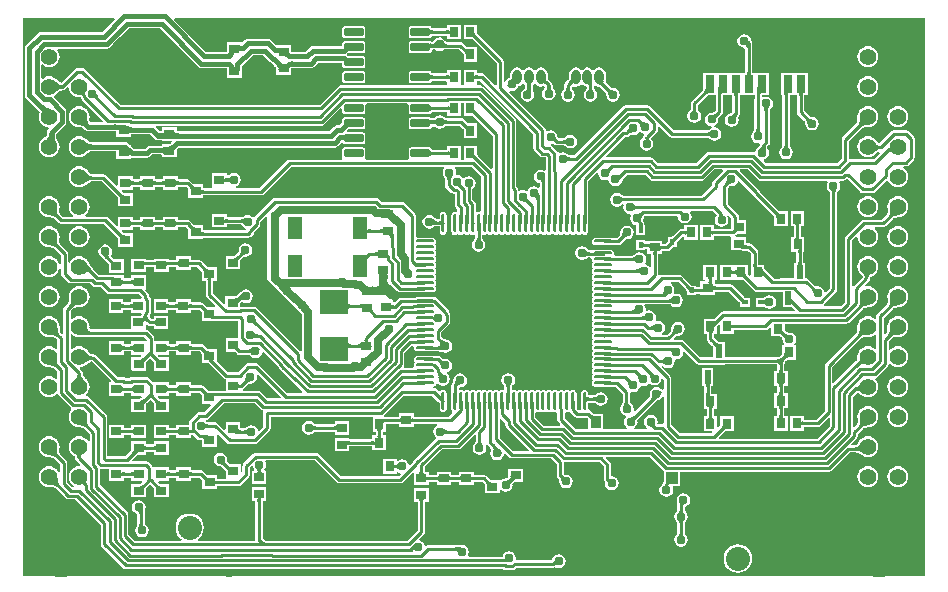
<source format=gtl>
G04*
G04 #@! TF.GenerationSoftware,Altium Limited,Altium Designer,21.8.1 (53)*
G04*
G04 Layer_Physical_Order=1*
G04 Layer_Color=255*
%FSLAX23Y23*%
%MOIN*%
G70*
G04*
G04 #@! TF.SameCoordinates,8759A3D8-4CB3-4D4E-AE8C-DC6529DB4632*
G04*
G04*
G04 #@! TF.FilePolarity,Positive*
G04*
G01*
G75*
%ADD16C,0.010*%
%ADD26R,0.035X0.039*%
%ADD27O,0.061X0.010*%
%ADD28O,0.010X0.061*%
%ADD29R,0.035X0.031*%
%ADD30R,0.039X0.039*%
%ADD31R,0.035X0.031*%
%ADD32R,0.031X0.035*%
%ADD33R,0.031X0.035*%
%ADD34R,0.031X0.059*%
%ADD35R,0.057X0.079*%
%ADD36R,0.019X0.016*%
%ADD37R,0.016X0.019*%
%ADD38R,0.024X0.045*%
%ADD39R,0.051X0.075*%
%ADD40R,0.094X0.079*%
G04:AMPARAMS|DCode=41|XSize=26mil|YSize=65mil|CornerRadius=2mil|HoleSize=0mil|Usage=FLASHONLY|Rotation=270.000|XOffset=0mil|YOffset=0mil|HoleType=Round|Shape=RoundedRectangle|*
%AMROUNDEDRECTD41*
21,1,0.026,0.061,0,0,270.0*
21,1,0.022,0.065,0,0,270.0*
1,1,0.004,-0.031,-0.011*
1,1,0.004,-0.031,0.011*
1,1,0.004,0.031,0.011*
1,1,0.004,0.031,-0.011*
%
%ADD41ROUNDEDRECTD41*%
%ADD42O,0.031X0.049*%
%ADD62C,0.025*%
%ADD63C,0.015*%
%ADD64C,0.055*%
%ADD65C,0.250*%
%ADD66C,0.080*%
%ADD67C,0.031*%
G36*
X2055Y4927D02*
X2054Y4926D01*
X2054Y4925D01*
X2055Y4924D01*
X2055Y4923D01*
X2056Y4921D01*
X2057Y4919D01*
X2059Y4918D01*
X2062Y4914D01*
X2057Y4905D01*
X2055Y4907D01*
X2051Y4910D01*
X2050Y4911D01*
X2048Y4912D01*
X2047Y4913D01*
X2046Y4913D01*
X2045Y4913D01*
X2044Y4913D01*
X2043Y4912D01*
X2055Y4928D01*
X2055Y4927D01*
D02*
G37*
G36*
X2973Y4884D02*
X2963Y4877D01*
X2960Y4885D01*
X2969Y4900D01*
X2973Y4884D01*
D02*
G37*
G36*
X1270Y4887D02*
X1271Y4886D01*
X1271Y4885D01*
X1272Y4885D01*
X1273Y4884D01*
X1274Y4884D01*
X1276Y4884D01*
X1277Y4884D01*
X1281Y4883D01*
Y4868D01*
X1279Y4868D01*
X1276Y4868D01*
X1274Y4868D01*
X1273Y4868D01*
X1272Y4867D01*
X1271Y4867D01*
X1271Y4866D01*
X1270Y4865D01*
X1270Y4865D01*
Y4887D01*
X1270Y4887D01*
D02*
G37*
G36*
X1400Y4858D02*
X1399Y4858D01*
X1399Y4859D01*
X1399Y4859D01*
X1398Y4859D01*
X1397Y4860D01*
X1396Y4860D01*
X1395Y4860D01*
X1392Y4860D01*
X1390Y4860D01*
Y4875D01*
X1392Y4875D01*
X1396Y4875D01*
X1397Y4876D01*
X1398Y4876D01*
X1399Y4876D01*
X1399Y4877D01*
X1399Y4877D01*
X1400Y4877D01*
Y4858D01*
D02*
G37*
G36*
X1435Y4863D02*
X1435Y4861D01*
X1436Y4860D01*
X1437Y4859D01*
X1438Y4858D01*
X1440Y4858D01*
X1442Y4857D01*
X1444Y4857D01*
X1447Y4857D01*
X1450Y4857D01*
Y4842D01*
X1435Y4848D01*
X1434Y4864D01*
X1435Y4863D01*
D02*
G37*
G36*
X1450Y4817D02*
X1447Y4816D01*
X1444Y4816D01*
X1442Y4816D01*
X1440Y4815D01*
X1438Y4815D01*
X1437Y4814D01*
X1436Y4813D01*
X1435Y4812D01*
X1435Y4810D01*
X1434Y4809D01*
X1435Y4825D01*
X1435Y4826D01*
X1435Y4827D01*
X1436Y4828D01*
X1437Y4829D01*
X1438Y4830D01*
X1440Y4830D01*
X1442Y4831D01*
X1444Y4831D01*
X1447Y4831D01*
X1450Y4832D01*
Y4817D01*
D02*
G37*
G36*
X1402Y4832D02*
X1408Y4828D01*
X1410Y4826D01*
X1413Y4825D01*
X1415Y4824D01*
X1417Y4823D01*
X1418Y4823D01*
X1419Y4824D01*
X1421Y4825D01*
X1400Y4803D01*
X1400Y4805D01*
X1401Y4806D01*
X1401Y4808D01*
X1400Y4809D01*
X1399Y4811D01*
X1398Y4814D01*
X1396Y4816D01*
X1394Y4819D01*
X1389Y4825D01*
X1399Y4835D01*
X1402Y4832D01*
D02*
G37*
G36*
X2973Y4794D02*
X2973Y4792D01*
X2973Y4790D01*
X2974Y4789D01*
X2974Y4788D01*
X2975Y4787D01*
X2975Y4786D01*
X2976Y4786D01*
X2977Y4785D01*
X2978Y4785D01*
X2958D01*
X2959Y4785D01*
X2960Y4786D01*
X2960Y4786D01*
X2961Y4787D01*
X2961Y4788D01*
X2962Y4789D01*
X2962Y4790D01*
X2963Y4792D01*
X2963Y4794D01*
X2963Y4795D01*
X2973D01*
X2973Y4794D01*
D02*
G37*
G36*
X1969Y4770D02*
X1969Y4771D01*
X1968Y4771D01*
X1968Y4772D01*
X1967Y4773D01*
X1966Y4773D01*
X1965Y4774D01*
X1964Y4774D01*
X1962Y4774D01*
X1961Y4775D01*
X1959Y4775D01*
Y4785D01*
X1961Y4785D01*
X1962Y4785D01*
X1964Y4785D01*
X1965Y4785D01*
X1966Y4786D01*
X1967Y4786D01*
X1968Y4787D01*
X1968Y4788D01*
X1969Y4789D01*
X1969Y4790D01*
Y4770D01*
D02*
G37*
G36*
X1906Y4789D02*
X1906Y4788D01*
X1907Y4787D01*
X1907Y4786D01*
X1908Y4786D01*
X1909Y4785D01*
X1911Y4785D01*
X1912Y4785D01*
X1914Y4785D01*
X1916Y4785D01*
Y4775D01*
X1914Y4775D01*
X1912Y4774D01*
X1911Y4774D01*
X1909Y4774D01*
X1908Y4773D01*
X1907Y4773D01*
X1907Y4772D01*
X1906Y4771D01*
X1906Y4771D01*
X1906Y4770D01*
Y4790D01*
X1906Y4789D01*
D02*
G37*
G36*
X2055Y4789D02*
X2055Y4788D01*
X2056Y4787D01*
X2057Y4786D01*
X2058Y4786D01*
X2059Y4785D01*
X2060Y4785D01*
X2062Y4785D01*
X2063Y4785D01*
X2065Y4785D01*
Y4775D01*
X2063Y4775D01*
X2062Y4774D01*
X2060Y4774D01*
X2059Y4774D01*
X2058Y4773D01*
X2057Y4773D01*
X2056Y4772D01*
X2055Y4771D01*
X2055Y4771D01*
X2055Y4770D01*
Y4790D01*
X2055Y4789D01*
D02*
G37*
G36*
X2197Y4770D02*
X2196Y4769D01*
X2195Y4768D01*
X2194Y4767D01*
X2194Y4766D01*
X2193Y4764D01*
X2193Y4763D01*
X2193Y4762D01*
X2193Y4760D01*
X2193Y4759D01*
X2193Y4757D01*
X2183Y4765D01*
X2187Y4757D01*
X2187Y4758D01*
X2186Y4758D01*
X2186Y4758D01*
X2185Y4758D01*
X2185Y4757D01*
X2184Y4757D01*
X2183Y4756D01*
X2183Y4756D01*
X2181Y4754D01*
X2173Y4761D01*
X2175Y4762D01*
X2179Y4767D01*
X2179Y4768D01*
X2176Y4771D01*
X2177Y4771D01*
X2179Y4771D01*
X2180Y4772D01*
X2182Y4772D01*
X2183Y4773D01*
X2185Y4773D01*
X2186Y4774D01*
X2187Y4775D01*
X2188Y4775D01*
X2189Y4776D01*
X2197Y4770D01*
D02*
G37*
G36*
X2244Y4758D02*
X2243Y4758D01*
X2242Y4757D01*
X2242Y4756D01*
X2241Y4755D01*
X2241Y4754D01*
X2240Y4752D01*
X2240Y4750D01*
X2240Y4748D01*
X2240Y4745D01*
X2230D01*
X2230Y4748D01*
X2230Y4752D01*
X2229Y4754D01*
X2229Y4755D01*
X2228Y4756D01*
X2228Y4757D01*
X2227Y4758D01*
X2226Y4758D01*
X2225Y4758D01*
X2245D01*
X2244Y4758D01*
D02*
G37*
G36*
X2307Y4746D02*
X2307Y4745D01*
X2307Y4744D01*
X2307Y4742D01*
X2308Y4741D01*
X2309Y4740D01*
X2309Y4739D01*
X2310Y4737D01*
X2311Y4736D01*
X2312Y4735D01*
X2291D01*
X2292Y4736D01*
X2293Y4737D01*
X2294Y4739D01*
X2294Y4740D01*
X2295Y4741D01*
X2296Y4742D01*
X2296Y4744D01*
X2296Y4745D01*
X2296Y4746D01*
X2296Y4748D01*
X2306D01*
X2307Y4746D01*
D02*
G37*
G36*
X658Y4764D02*
X664Y4759D01*
X666Y4757D01*
X669Y4756D01*
X671Y4754D01*
X673Y4753D01*
X675Y4753D01*
X678Y4752D01*
X680Y4752D01*
Y4742D01*
X678Y4742D01*
X675Y4741D01*
X673Y4741D01*
X671Y4740D01*
X669Y4738D01*
X666Y4737D01*
X664Y4735D01*
X661Y4733D01*
X656Y4728D01*
Y4766D01*
X658Y4764D01*
D02*
G37*
G36*
X2240Y4741D02*
X2240Y4740D01*
X2240Y4738D01*
X2240Y4737D01*
X2241Y4734D01*
X2241Y4733D01*
X2242Y4730D01*
X2243Y4728D01*
X2244Y4727D01*
X2223Y4734D01*
X2225Y4735D01*
X2226Y4735D01*
X2227Y4736D01*
X2228Y4737D01*
X2228Y4738D01*
X2229Y4739D01*
X2229Y4741D01*
X2230Y4742D01*
X2230Y4743D01*
X2230Y4745D01*
X2240Y4741D01*
D02*
G37*
G36*
X2836Y4727D02*
X2836Y4727D01*
X2835Y4727D01*
X2834D01*
X2832Y4727D01*
X2831Y4727D01*
X2830Y4726D01*
X2828Y4725D01*
X2826Y4723D01*
X2822Y4720D01*
X2815Y4727D01*
X2817Y4729D01*
X2820Y4732D01*
X2821Y4734D01*
X2822Y4735D01*
X2823Y4737D01*
X2823Y4738D01*
Y4739D01*
X2823Y4740D01*
X2822Y4741D01*
X2836Y4727D01*
D02*
G37*
G36*
X3009Y4727D02*
X3008Y4726D01*
X3008Y4726D01*
X3007Y4725D01*
X3007Y4724D01*
X3006Y4723D01*
X3006Y4722D01*
X3005Y4720D01*
X3005Y4719D01*
X3005Y4717D01*
X2995D01*
X2995Y4727D01*
X3010D01*
X3009Y4727D01*
D02*
G37*
G36*
X2933D02*
X2933Y4726D01*
X2932Y4726D01*
X2931Y4725D01*
X2931Y4724D01*
X2930Y4723D01*
X2930Y4722D01*
X2930Y4720D01*
X2929Y4719D01*
X2929Y4717D01*
X2919D01*
X2919Y4719D01*
X2919Y4720D01*
X2919Y4722D01*
X2919Y4723D01*
X2918Y4724D01*
X2918Y4725D01*
X2917Y4726D01*
X2916Y4726D01*
X2915Y4727D01*
X2914Y4727D01*
X2934D01*
X2933Y4727D01*
D02*
G37*
G36*
X2879D02*
X2879Y4726D01*
X2878Y4726D01*
X2877Y4725D01*
X2877Y4724D01*
X2876Y4723D01*
X2876Y4722D01*
X2876Y4720D01*
X2875Y4719D01*
X2875Y4717D01*
X2865D01*
X2865Y4727D01*
X2880D01*
X2879Y4727D01*
D02*
G37*
G36*
X754Y4726D02*
X754Y4726D01*
X754Y4726D01*
X754Y4725D01*
X754Y4725D01*
X754Y4724D01*
X755Y4724D01*
X755Y4723D01*
X756Y4722D01*
X756Y4722D01*
X749Y4714D01*
X748Y4716D01*
X744Y4719D01*
X744Y4719D01*
X743Y4720D01*
X742Y4720D01*
X742Y4720D01*
X741Y4720D01*
X754Y4727D01*
X754Y4726D01*
D02*
G37*
G36*
X796Y4722D02*
X796Y4721D01*
X796Y4719D01*
X797Y4718D01*
X797Y4716D01*
X798Y4715D01*
X798Y4714D01*
X799Y4713D01*
X800Y4711D01*
X801Y4710D01*
X794Y4703D01*
X793Y4704D01*
X792Y4705D01*
X790Y4706D01*
X789Y4707D01*
X788Y4707D01*
X787Y4708D01*
X785Y4708D01*
X784Y4708D01*
X782Y4708D01*
X780Y4708D01*
X796Y4724D01*
X796Y4722D01*
D02*
G37*
G36*
X3036Y4679D02*
X3035Y4678D01*
X3034Y4677D01*
X3033Y4676D01*
X3032Y4675D01*
X3032Y4673D01*
X3031Y4672D01*
X3031Y4671D01*
X3030Y4669D01*
X3030Y4668D01*
X3030Y4667D01*
X3020Y4667D01*
X3020Y4668D01*
X3020Y4670D01*
X3020Y4671D01*
X3019Y4672D01*
X3019Y4674D01*
X3018Y4675D01*
X3017Y4676D01*
X3017Y4678D01*
X3016Y4679D01*
X3014Y4680D01*
X3036Y4679D01*
D02*
G37*
G36*
X1969Y4665D02*
X1969Y4666D01*
X1968Y4667D01*
X1968Y4668D01*
X1967Y4668D01*
X1966Y4669D01*
X1965Y4669D01*
X1964Y4670D01*
X1962Y4670D01*
X1961Y4670D01*
X1959Y4670D01*
Y4680D01*
X1961Y4680D01*
X1962Y4680D01*
X1964Y4680D01*
X1965Y4681D01*
X1966Y4681D01*
X1967Y4682D01*
X1968Y4682D01*
X1968Y4683D01*
X1969Y4684D01*
X1969Y4685D01*
Y4665D01*
D02*
G37*
G36*
X1906Y4684D02*
X1906Y4683D01*
X1907Y4682D01*
X1907Y4682D01*
X1908Y4681D01*
X1909Y4681D01*
X1911Y4680D01*
X1912Y4680D01*
X1914Y4680D01*
X1916Y4680D01*
Y4670D01*
X1914Y4670D01*
X1912Y4670D01*
X1911Y4670D01*
X1909Y4669D01*
X1908Y4669D01*
X1907Y4668D01*
X1907Y4668D01*
X1906Y4667D01*
X1906Y4666D01*
X1906Y4665D01*
Y4685D01*
X1906Y4684D01*
D02*
G37*
G36*
X2791Y4671D02*
X2792Y4670D01*
X2792Y4669D01*
X2792Y4667D01*
X2793Y4666D01*
X2793Y4665D01*
X2794Y4664D01*
X2795Y4662D01*
X2796Y4661D01*
X2797Y4660D01*
X2775D01*
X2777Y4661D01*
X2778Y4662D01*
X2778Y4664D01*
X2779Y4665D01*
X2780Y4666D01*
X2780Y4667D01*
X2781Y4669D01*
X2781Y4670D01*
X2781Y4671D01*
X2781Y4673D01*
X2791D01*
X2791Y4671D01*
D02*
G37*
G36*
X618Y4683D02*
X620Y4681D01*
X622Y4680D01*
X624Y4679D01*
X627Y4677D01*
X629Y4676D01*
X631Y4676D01*
X633Y4675D01*
X635Y4675D01*
X638Y4674D01*
X610Y4656D01*
X611Y4658D01*
X611Y4660D01*
X611Y4662D01*
X611Y4664D01*
X611Y4666D01*
X610Y4668D01*
X609Y4670D01*
X608Y4671D01*
X607Y4673D01*
X605Y4675D01*
X616Y4685D01*
X618Y4683D01*
D02*
G37*
G36*
X2055Y4673D02*
X2054Y4672D01*
X2054Y4671D01*
X2055Y4669D01*
X2055Y4668D01*
X2056Y4667D01*
X2057Y4665D01*
X2059Y4663D01*
X2062Y4659D01*
X2057Y4650D01*
X2055Y4652D01*
X2051Y4656D01*
X2050Y4657D01*
X2048Y4658D01*
X2047Y4658D01*
X2046Y4659D01*
X2045Y4659D01*
X2044Y4658D01*
X2043Y4658D01*
X2055Y4674D01*
X2055Y4673D01*
D02*
G37*
G36*
X2928Y4652D02*
X2927Y4651D01*
X2926Y4650D01*
X2926Y4649D01*
X2925Y4648D01*
X2925Y4647D01*
X2925Y4646D01*
X2925Y4645D01*
X2925Y4644D01*
X2925Y4642D01*
X2925Y4641D01*
X2908Y4651D01*
X2909Y4652D01*
X2910Y4652D01*
X2912Y4652D01*
X2913Y4653D01*
X2914Y4654D01*
X2915Y4654D01*
X2916Y4655D01*
X2917Y4656D01*
X2919Y4657D01*
X2920Y4658D01*
X2928Y4652D01*
D02*
G37*
G36*
X2864Y4651D02*
X2863Y4650D01*
X2862Y4649D01*
X2861Y4648D01*
X2861Y4646D01*
X2860Y4645D01*
X2860Y4644D01*
X2859Y4642D01*
X2859Y4641D01*
X2859Y4639D01*
X2859Y4638D01*
X2844Y4653D01*
X2845Y4653D01*
X2847Y4653D01*
X2848Y4653D01*
X2850Y4654D01*
X2851Y4654D01*
X2852Y4655D01*
X2854Y4655D01*
X2855Y4656D01*
X2856Y4657D01*
X2857Y4658D01*
X2864Y4651D01*
D02*
G37*
G36*
X2988Y4709D02*
X2986Y4706D01*
X2985Y4702D01*
Y4604D01*
X2985Y4604D01*
X2985Y4603D01*
X2985Y4602D01*
X2985Y4601D01*
X2984Y4601D01*
X2984Y4600D01*
X2983Y4599D01*
X2983Y4598D01*
X2981Y4597D01*
X2977Y4590D01*
X2975Y4581D01*
X2977Y4572D01*
X2981Y4565D01*
X2989Y4560D01*
X2998Y4558D01*
X3000Y4559D01*
X3005Y4555D01*
X3004Y4553D01*
Y4550D01*
X3004Y4550D01*
X3004Y4549D01*
X3004Y4549D01*
X3004Y4548D01*
X3004Y4548D01*
X3003Y4548D01*
X3003Y4547D01*
X3002Y4547D01*
X3001Y4546D01*
X3001Y4546D01*
X2996Y4543D01*
X2991Y4535D01*
X2990Y4529D01*
X2988Y4528D01*
X2983Y4529D01*
X2834D01*
X2829Y4528D01*
X2825Y4526D01*
X2792Y4492D01*
X2665D01*
X2650Y4508D01*
X2646Y4510D01*
X2641Y4511D01*
X2494D01*
X2492Y4516D01*
X2555Y4578D01*
X2559D01*
X2564Y4579D01*
X2568Y4582D01*
X2572Y4585D01*
X2572Y4586D01*
X2572Y4586D01*
X2573Y4586D01*
X2573Y4586D01*
X2574Y4586D01*
X2574Y4586D01*
X2575Y4586D01*
X2576Y4586D01*
X2577Y4586D01*
X2577Y4586D01*
X2582Y4585D01*
X2591Y4587D01*
X2599Y4592D01*
X2601Y4595D01*
X2606Y4596D01*
X2607Y4596D01*
X2613Y4591D01*
X2615Y4591D01*
X2617Y4586D01*
X2616Y4584D01*
X2615Y4579D01*
Y4577D01*
X2615Y4577D01*
X2615Y4576D01*
X2610Y4573D01*
X2605Y4566D01*
X2604Y4557D01*
X2605Y4548D01*
X2610Y4541D01*
X2618Y4536D01*
X2627Y4534D01*
X2635Y4536D01*
X2643Y4541D01*
X2648Y4548D01*
X2650Y4557D01*
X2648Y4566D01*
X2643Y4573D01*
X2642Y4577D01*
X2661Y4596D01*
X2664Y4600D01*
X2665Y4604D01*
Y4614D01*
X2669Y4616D01*
X2705Y4580D01*
X2709Y4578D01*
X2713Y4577D01*
X2830D01*
X2831Y4577D01*
X2831Y4577D01*
X2832Y4576D01*
X2833Y4576D01*
X2834Y4576D01*
X2834Y4575D01*
X2835Y4575D01*
X2836Y4574D01*
X2837Y4573D01*
X2844Y4568D01*
X2853Y4566D01*
X2862Y4568D01*
X2869Y4573D01*
X2874Y4580D01*
X2876Y4589D01*
X2874Y4598D01*
X2869Y4605D01*
X2862Y4610D01*
X2854Y4612D01*
X2853Y4614D01*
X2853Y4616D01*
X2853Y4617D01*
X2860Y4621D01*
X2865Y4629D01*
X2866Y4638D01*
X2866Y4639D01*
X2866Y4640D01*
X2866Y4641D01*
X2867Y4642D01*
X2867Y4643D01*
X2867Y4643D01*
X2868Y4644D01*
X2868Y4645D01*
X2868Y4645D01*
X2879Y4656D01*
X2882Y4660D01*
X2883Y4664D01*
Y4719D01*
X2883Y4719D01*
X2883Y4719D01*
X2912D01*
X2912Y4719D01*
X2912Y4719D01*
Y4661D01*
X2912Y4661D01*
X2911Y4660D01*
X2911Y4660D01*
X2910Y4659D01*
X2909Y4659D01*
X2908Y4659D01*
X2907Y4659D01*
X2906Y4658D01*
X2906Y4658D01*
X2906Y4658D01*
X2905Y4658D01*
X2902Y4657D01*
X2894Y4652D01*
X2889Y4645D01*
X2888Y4636D01*
X2889Y4627D01*
X2894Y4620D01*
X2902Y4615D01*
X2911Y4613D01*
X2919Y4615D01*
X2927Y4620D01*
X2932Y4627D01*
X2934Y4636D01*
X2932Y4645D01*
X2932Y4645D01*
X2932Y4645D01*
X2932Y4645D01*
X2932Y4645D01*
X2932Y4646D01*
X2932Y4646D01*
X2932Y4646D01*
X2933Y4647D01*
X2934Y4648D01*
X2934Y4648D01*
X2934Y4648D01*
X2936Y4651D01*
X2937Y4656D01*
Y4719D01*
X2937Y4719D01*
X2937Y4719D01*
X2988D01*
Y4709D01*
D02*
G37*
G36*
X2610Y4632D02*
X2611Y4631D01*
X2612Y4631D01*
X2613Y4630D01*
X2614Y4629D01*
X2616Y4629D01*
X2617Y4629D01*
X2619Y4628D01*
X2620Y4628D01*
X2622Y4628D01*
X2606Y4613D01*
X2606Y4614D01*
X2606Y4616D01*
X2606Y4617D01*
X2606Y4619D01*
X2605Y4620D01*
X2605Y4621D01*
X2604Y4623D01*
X2603Y4624D01*
X2602Y4625D01*
X2601Y4626D01*
X2609Y4633D01*
X2610Y4632D01*
D02*
G37*
G36*
X1638Y4612D02*
X1637Y4613D01*
X1636Y4613D01*
X1635Y4613D01*
X1633Y4613D01*
X1631Y4612D01*
X1629Y4611D01*
X1627Y4609D01*
X1624Y4607D01*
X1618Y4602D01*
X1608Y4612D01*
X1611Y4615D01*
X1615Y4620D01*
X1617Y4623D01*
X1618Y4625D01*
X1619Y4627D01*
X1619Y4628D01*
X1619Y4630D01*
X1619Y4631D01*
X1618Y4632D01*
X1638Y4612D01*
D02*
G37*
G36*
X3556Y3116D02*
X547D01*
Y4975D01*
X852D01*
X854Y4970D01*
X812Y4929D01*
X608D01*
X603Y4928D01*
X598Y4924D01*
X559Y4885D01*
X555Y4880D01*
X554Y4875D01*
Y4719D01*
X555Y4714D01*
X559Y4709D01*
X598Y4670D01*
X603Y4666D01*
X603Y4666D01*
X603Y4666D01*
X603Y4665D01*
X604Y4664D01*
X604Y4663D01*
X604Y4662D01*
X604Y4661D01*
X604Y4660D01*
X603Y4658D01*
X603Y4658D01*
X602Y4656D01*
X601Y4647D01*
X602Y4638D01*
X606Y4630D01*
X611Y4622D01*
X619Y4617D01*
X627Y4613D01*
X633Y4613D01*
X635Y4607D01*
X633Y4606D01*
X630Y4601D01*
X629Y4595D01*
Y4589D01*
X629Y4588D01*
X628Y4586D01*
X628Y4585D01*
X627Y4584D01*
X626Y4582D01*
X625Y4581D01*
X623Y4580D01*
X622Y4579D01*
X620Y4578D01*
X619Y4577D01*
X611Y4572D01*
X606Y4564D01*
X602Y4556D01*
X601Y4547D01*
X602Y4538D01*
X606Y4530D01*
X611Y4522D01*
X619Y4517D01*
X627Y4513D01*
X636Y4512D01*
X645Y4513D01*
X653Y4517D01*
X661Y4522D01*
X666Y4530D01*
X670Y4538D01*
X671Y4547D01*
X670Y4556D01*
X666Y4564D01*
X666Y4565D01*
X663Y4570D01*
X662Y4572D01*
X660Y4577D01*
X659Y4579D01*
X659Y4581D01*
X659Y4583D01*
X658Y4584D01*
Y4589D01*
X688Y4619D01*
X692Y4624D01*
X693Y4630D01*
Y4664D01*
X692Y4670D01*
X688Y4675D01*
X652Y4711D01*
X653Y4716D01*
X653Y4717D01*
X661Y4722D01*
X661Y4723D01*
X666Y4728D01*
X668Y4729D01*
X670Y4731D01*
X672Y4732D01*
X674Y4733D01*
X676Y4734D01*
X677Y4735D01*
X678Y4735D01*
X680D01*
X685Y4736D01*
X689Y4738D01*
X696Y4746D01*
X702Y4744D01*
X702Y4738D01*
X706Y4730D01*
X711Y4722D01*
X719Y4717D01*
X727Y4713D01*
X736Y4712D01*
X741Y4712D01*
X741Y4708D01*
X744Y4704D01*
X816Y4632D01*
X814Y4628D01*
X773D01*
X772Y4629D01*
X772Y4630D01*
X771Y4632D01*
X771Y4634D01*
X770Y4636D01*
X770Y4638D01*
X770Y4641D01*
X770Y4644D01*
X770Y4644D01*
X771Y4647D01*
X770Y4656D01*
X766Y4664D01*
X761Y4672D01*
X753Y4677D01*
X745Y4681D01*
X736Y4682D01*
X727Y4681D01*
X719Y4677D01*
X711Y4672D01*
X706Y4664D01*
X702Y4656D01*
X701Y4647D01*
X702Y4638D01*
X706Y4630D01*
X711Y4622D01*
X719Y4617D01*
X727Y4613D01*
X732Y4613D01*
X733Y4613D01*
X736Y4612D01*
X739Y4612D01*
X741Y4611D01*
X744Y4611D01*
X746Y4610D01*
X748Y4609D01*
X749Y4608D01*
X751Y4607D01*
X752Y4606D01*
X756Y4603D01*
X761Y4599D01*
X766Y4598D01*
X854D01*
X856Y4598D01*
X857Y4598D01*
X858Y4598D01*
X859Y4597D01*
Y4580D01*
X908D01*
Y4587D01*
X909Y4588D01*
X910Y4588D01*
X912Y4588D01*
X913Y4588D01*
X973D01*
X988Y4574D01*
X992Y4570D01*
X998Y4569D01*
X1008D01*
X1010Y4569D01*
X1011Y4569D01*
Y4566D01*
X1018D01*
X1018Y4566D01*
X1018Y4566D01*
X1043D01*
X1044Y4565D01*
X1044Y4561D01*
X1043Y4561D01*
X1041Y4559D01*
X1039Y4557D01*
X1038Y4557D01*
X1018D01*
X1018Y4557D01*
X1018Y4557D01*
X1011D01*
Y4551D01*
X1011Y4551D01*
X1009Y4550D01*
X1008Y4550D01*
X1007Y4550D01*
X973D01*
X968Y4549D01*
X963Y4546D01*
X957Y4539D01*
X917D01*
X908Y4548D01*
Y4551D01*
X905D01*
X899Y4557D01*
X894Y4561D01*
X888Y4562D01*
X777D01*
X776Y4562D01*
X774Y4562D01*
X772Y4563D01*
X770Y4564D01*
X769Y4565D01*
X767Y4566D01*
X765Y4568D01*
X763Y4569D01*
X761Y4571D01*
X761Y4572D01*
X753Y4577D01*
X745Y4581D01*
X736Y4582D01*
X727Y4581D01*
X719Y4577D01*
X711Y4572D01*
X706Y4564D01*
X702Y4556D01*
X701Y4547D01*
X702Y4538D01*
X706Y4530D01*
X711Y4522D01*
X719Y4517D01*
X727Y4513D01*
X736Y4512D01*
X745Y4513D01*
X753Y4517D01*
X761Y4522D01*
X761Y4523D01*
X763Y4525D01*
X765Y4526D01*
X767Y4528D01*
X769Y4529D01*
X770Y4530D01*
X772Y4531D01*
X774Y4532D01*
X776Y4532D01*
X777Y4532D01*
X859D01*
Y4505D01*
X908D01*
Y4508D01*
X911Y4510D01*
X963D01*
X968Y4511D01*
X973Y4514D01*
X980Y4521D01*
X1007D01*
X1008Y4520D01*
X1009Y4520D01*
X1011Y4520D01*
X1011Y4520D01*
Y4511D01*
X1061D01*
Y4535D01*
X1061Y4536D01*
X1066Y4541D01*
X1069Y4544D01*
X1587D01*
X1592Y4545D01*
X1597Y4549D01*
X1607Y4559D01*
X1607Y4559D01*
X1614Y4558D01*
X1614Y4558D01*
X1617Y4556D01*
X1620Y4555D01*
X1681D01*
X1685Y4556D01*
X1688Y4558D01*
X1690Y4561D01*
X1690Y4564D01*
Y4586D01*
X1690Y4589D01*
X1688Y4592D01*
X1685Y4594D01*
X1681Y4595D01*
X1628D01*
X1627Y4597D01*
X1627Y4600D01*
X1629Y4602D01*
X1631Y4603D01*
X1633Y4605D01*
X1633Y4605D01*
X1681D01*
X1685Y4606D01*
X1688Y4608D01*
X1690Y4611D01*
X1690Y4614D01*
Y4636D01*
X1690Y4639D01*
X1688Y4642D01*
X1685Y4644D01*
X1681Y4645D01*
X1620D01*
X1617Y4644D01*
X1614Y4642D01*
X1612Y4639D01*
X1611Y4636D01*
Y4627D01*
X1611Y4627D01*
X1609Y4625D01*
X1606Y4621D01*
X1603Y4618D01*
X1595D01*
X1589Y4616D01*
X1585Y4613D01*
X1570Y4599D01*
X1065D01*
X1064Y4599D01*
X1062Y4599D01*
X1061Y4599D01*
X1061Y4600D01*
Y4612D01*
X1011D01*
Y4600D01*
X1011Y4599D01*
X1009Y4599D01*
X1008Y4599D01*
X1007Y4599D01*
X1004D01*
X990Y4612D01*
X991Y4616D01*
X992Y4617D01*
X1544D01*
X1549Y4618D01*
X1553Y4621D01*
X1607Y4675D01*
X1611Y4673D01*
Y4664D01*
X1612Y4661D01*
X1614Y4658D01*
X1617Y4656D01*
X1620Y4655D01*
X1681D01*
X1685Y4656D01*
X1688Y4658D01*
X1690Y4661D01*
X1690Y4664D01*
Y4686D01*
X1690Y4687D01*
X1694Y4692D01*
X1830D01*
X1834Y4687D01*
X1834Y4686D01*
Y4664D01*
X1834Y4661D01*
X1836Y4658D01*
X1839Y4656D01*
X1843Y4655D01*
X1904D01*
X1907Y4656D01*
X1910Y4658D01*
X1912Y4661D01*
X1913Y4663D01*
X1913Y4663D01*
X1914Y4663D01*
X1961D01*
X1962Y4663D01*
X1962Y4663D01*
Y4650D01*
X2007D01*
Y4692D01*
X2017D01*
Y4650D01*
X2046D01*
X2047Y4650D01*
X2050Y4648D01*
X2114Y4584D01*
Y4475D01*
X2109Y4473D01*
X2066Y4516D01*
X2064Y4518D01*
X2063Y4519D01*
X2062Y4520D01*
Y4550D01*
X2017D01*
Y4504D01*
X2007D01*
Y4550D01*
X1962D01*
Y4537D01*
X1962Y4537D01*
X1961Y4537D01*
X1914D01*
X1913Y4537D01*
X1913Y4537D01*
X1912Y4539D01*
X1910Y4542D01*
X1907Y4544D01*
X1904Y4545D01*
X1843D01*
X1839Y4544D01*
X1836Y4542D01*
X1834Y4539D01*
X1834Y4536D01*
Y4514D01*
X1834Y4511D01*
X1835Y4509D01*
X1833Y4504D01*
X1833Y4504D01*
X1691D01*
X1691Y4504D01*
X1689Y4509D01*
X1690Y4511D01*
X1690Y4514D01*
Y4536D01*
X1690Y4539D01*
X1688Y4542D01*
X1685Y4544D01*
X1681Y4545D01*
X1620D01*
X1617Y4544D01*
X1614Y4542D01*
X1612Y4539D01*
X1611Y4536D01*
Y4514D01*
X1612Y4511D01*
X1613Y4509D01*
X1611Y4504D01*
X1611Y4504D01*
X1437D01*
X1432Y4503D01*
X1428Y4501D01*
X1337Y4410D01*
X1258D01*
X1257Y4415D01*
X1260Y4415D01*
X1267Y4420D01*
X1272Y4428D01*
X1274Y4436D01*
X1272Y4445D01*
X1267Y4453D01*
X1260Y4458D01*
X1251Y4459D01*
X1242Y4458D01*
X1235Y4453D01*
X1234Y4452D01*
X1233Y4452D01*
X1228Y4456D01*
Y4458D01*
X1179D01*
Y4415D01*
X1179Y4413D01*
X1175Y4410D01*
X1150D01*
X1149Y4410D01*
X1149Y4410D01*
Y4421D01*
X1120D01*
X1119Y4421D01*
X1116Y4424D01*
X1106Y4434D01*
X1102Y4437D01*
X1097Y4438D01*
X1064D01*
X1064Y4438D01*
X1064Y4438D01*
Y4448D01*
X1014D01*
Y4438D01*
X1014Y4438D01*
X1014Y4438D01*
X989D01*
X989Y4438D01*
X989Y4438D01*
Y4448D01*
X939D01*
Y4438D01*
X939Y4438D01*
X939Y4438D01*
X914D01*
X914Y4438D01*
X914Y4438D01*
Y4448D01*
X864D01*
Y4419D01*
X860Y4417D01*
X825Y4452D01*
X821Y4454D01*
X816Y4455D01*
X779D01*
X779Y4455D01*
X778Y4455D01*
X776Y4456D01*
X775Y4457D01*
X773Y4458D01*
X772Y4459D01*
X770Y4461D01*
X768Y4463D01*
X766Y4465D01*
X764Y4468D01*
X763Y4468D01*
X761Y4472D01*
X753Y4477D01*
X745Y4481D01*
X736Y4482D01*
X727Y4481D01*
X719Y4477D01*
X711Y4472D01*
X706Y4464D01*
X702Y4456D01*
X701Y4447D01*
X702Y4438D01*
X706Y4430D01*
X711Y4422D01*
X719Y4417D01*
X727Y4413D01*
X736Y4412D01*
X745Y4413D01*
X753Y4417D01*
X756Y4419D01*
X757Y4419D01*
X763Y4424D01*
X768Y4427D01*
X771Y4428D01*
X773Y4429D01*
X775Y4430D01*
X776Y4431D01*
X777Y4431D01*
X811D01*
X861Y4381D01*
X863Y4379D01*
X864Y4378D01*
X864Y4377D01*
Y4374D01*
X864Y4374D01*
X864Y4374D01*
Y4348D01*
X914D01*
Y4393D01*
X884D01*
X884Y4393D01*
X883Y4394D01*
X881Y4396D01*
X879Y4398D01*
X880Y4403D01*
X914D01*
Y4413D01*
X914Y4413D01*
X914Y4413D01*
X939D01*
X939Y4413D01*
X939Y4413D01*
Y4403D01*
X989D01*
Y4413D01*
X989Y4413D01*
X989Y4413D01*
X1014D01*
X1014Y4413D01*
X1014Y4413D01*
Y4403D01*
X1064D01*
Y4413D01*
X1064Y4413D01*
X1064Y4413D01*
X1092D01*
X1097Y4409D01*
X1098Y4407D01*
X1100Y4405D01*
X1100Y4405D01*
Y4375D01*
X1149D01*
Y4385D01*
X1149Y4385D01*
X1150Y4385D01*
X1342D01*
X1347Y4386D01*
X1351Y4389D01*
X1442Y4480D01*
X1951D01*
X1953Y4475D01*
X1949Y4469D01*
X1947Y4460D01*
X1949Y4451D01*
X1951Y4447D01*
X1952Y4447D01*
X1952Y4446D01*
X1953Y4444D01*
X1954Y4443D01*
X1954Y4443D01*
X1955Y4442D01*
X1955Y4441D01*
X1955Y4440D01*
X1955Y4439D01*
X1955Y4439D01*
Y4419D01*
X1956Y4414D01*
X1959Y4410D01*
X1975Y4394D01*
X1979Y4391D01*
X1984Y4390D01*
X1988D01*
Y4352D01*
X1989Y4348D01*
X1992Y4344D01*
X1996Y4340D01*
Y4332D01*
X1991Y4329D01*
X1988Y4329D01*
X1983Y4328D01*
X1980Y4325D01*
X1977Y4322D01*
X1976Y4317D01*
Y4266D01*
X1977Y4261D01*
X1980Y4257D01*
X1983Y4254D01*
X1988Y4254D01*
X1993Y4254D01*
X1997Y4257D01*
X1999D01*
X2003Y4254D01*
X2008Y4254D01*
X2012Y4254D01*
X2014Y4255D01*
X2018Y4257D01*
X2021Y4255D01*
X2023Y4254D01*
X2028Y4254D01*
X2032Y4254D01*
X2036Y4257D01*
X2039D01*
X2043Y4254D01*
X2047Y4254D01*
X2050Y4254D01*
X2055Y4251D01*
Y4243D01*
X2055Y4242D01*
X2054Y4242D01*
X2054Y4241D01*
X2054Y4240D01*
X2054Y4239D01*
X2053Y4239D01*
X2053Y4238D01*
X2052Y4237D01*
X2051Y4236D01*
X2046Y4229D01*
X2044Y4220D01*
X2046Y4211D01*
X2051Y4204D01*
X2058Y4199D01*
X2067Y4197D01*
X2076Y4199D01*
X2083Y4204D01*
X2088Y4211D01*
X2090Y4220D01*
X2088Y4229D01*
X2083Y4236D01*
X2082Y4237D01*
X2081Y4238D01*
X2081Y4239D01*
X2080Y4239D01*
X2080Y4240D01*
X2080Y4241D01*
X2079Y4242D01*
X2079Y4242D01*
X2079Y4243D01*
Y4251D01*
X2084Y4254D01*
X2087Y4254D01*
X2091Y4254D01*
X2093Y4255D01*
X2096Y4257D01*
X2100Y4255D01*
X2102Y4254D01*
X2106Y4254D01*
X2111Y4254D01*
X2112Y4255D01*
X2116Y4257D01*
X2120Y4255D01*
X2121Y4254D01*
X2126Y4254D01*
X2131Y4254D01*
X2132Y4255D01*
X2136Y4257D01*
X2139Y4255D01*
X2141Y4254D01*
X2146Y4254D01*
X2150Y4254D01*
X2152Y4255D01*
X2155Y4257D01*
X2159Y4255D01*
X2161Y4254D01*
X2165Y4254D01*
X2170Y4254D01*
X2171Y4255D01*
X2175Y4257D01*
X2179Y4255D01*
X2180Y4254D01*
X2185Y4254D01*
X2190Y4254D01*
X2194Y4257D01*
X2196D01*
X2200Y4254D01*
X2205Y4254D01*
X2209Y4254D01*
X2211Y4255D01*
X2215Y4257D01*
X2218Y4255D01*
X2220Y4254D01*
X2224Y4254D01*
X2229Y4254D01*
X2233Y4257D01*
X2235D01*
X2239Y4254D01*
X2244Y4254D01*
X2249Y4254D01*
X2250Y4255D01*
X2254Y4257D01*
X2258Y4255D01*
X2259Y4254D01*
X2264Y4254D01*
X2268Y4254D01*
X2270Y4255D01*
X2274Y4257D01*
X2277Y4255D01*
X2279Y4254D01*
X2283Y4254D01*
X2288Y4254D01*
X2292Y4257D01*
X2295D01*
X2298Y4254D01*
X2303Y4254D01*
X2308Y4254D01*
X2309Y4255D01*
X2313Y4257D01*
X2317Y4255D01*
X2318Y4254D01*
X2323Y4254D01*
X2327Y4254D01*
X2331Y4257D01*
X2334D01*
X2338Y4254D01*
X2342Y4254D01*
X2347Y4254D01*
X2349Y4255D01*
X2352Y4257D01*
X2356Y4255D01*
X2358Y4254D01*
X2362Y4254D01*
X2367Y4254D01*
X2368Y4255D01*
X2372Y4257D01*
X2376Y4255D01*
X2377Y4254D01*
X2382Y4254D01*
X2387Y4254D01*
X2390Y4257D01*
X2393D01*
X2397Y4254D01*
X2402Y4254D01*
X2406Y4254D01*
X2408Y4255D01*
X2411Y4257D01*
X2415Y4255D01*
X2417Y4254D01*
X2421Y4254D01*
X2426Y4254D01*
X2430Y4257D01*
X2432Y4261D01*
X2433Y4266D01*
Y4294D01*
X2433Y4294D01*
Y4433D01*
X2462Y4461D01*
X2466Y4459D01*
X2466Y4458D01*
X2468Y4449D01*
X2473Y4441D01*
X2480Y4436D01*
X2489Y4435D01*
X2496Y4436D01*
X2498Y4436D01*
X2501Y4433D01*
X2502Y4429D01*
X2507Y4421D01*
X2514Y4416D01*
X2523Y4415D01*
X2532Y4416D01*
X2539Y4421D01*
X2544Y4429D01*
X2545Y4431D01*
X2545Y4432D01*
X2545Y4433D01*
X2546Y4434D01*
X2547Y4437D01*
X2547Y4438D01*
X2548Y4439D01*
X2548Y4439D01*
X2549Y4440D01*
X2549Y4440D01*
X2561Y4453D01*
X2622D01*
X2637Y4438D01*
X2641Y4435D01*
X2646Y4434D01*
X2811D01*
X2815Y4435D01*
X2819Y4438D01*
X2853Y4471D01*
X2879D01*
X2881Y4466D01*
X2848Y4434D01*
X2846Y4430D01*
X2845Y4425D01*
Y4418D01*
X2811Y4384D01*
X2550D01*
X2549Y4384D01*
X2549Y4384D01*
X2548Y4385D01*
X2547Y4385D01*
X2546Y4385D01*
X2545Y4386D01*
X2544Y4386D01*
X2543Y4387D01*
X2542Y4388D01*
X2541Y4388D01*
X2537Y4391D01*
X2528Y4393D01*
X2519Y4391D01*
X2512Y4386D01*
X2507Y4379D01*
X2505Y4370D01*
X2507Y4361D01*
X2512Y4354D01*
X2519Y4349D01*
X2528Y4347D01*
X2537Y4349D01*
X2544Y4354D01*
X2546Y4356D01*
X2546Y4356D01*
X2546Y4357D01*
X2549Y4357D01*
X2549Y4357D01*
X2552Y4353D01*
X2550Y4345D01*
X2552Y4336D01*
X2557Y4328D01*
X2564Y4323D01*
X2571Y4322D01*
X2574Y4317D01*
X2574Y4317D01*
X2572Y4308D01*
X2574Y4299D01*
X2579Y4292D01*
X2586Y4287D01*
X2592Y4286D01*
Y4280D01*
X2592Y4280D01*
X2592Y4280D01*
Y4254D01*
X2622D01*
Y4280D01*
X2622Y4280D01*
X2622Y4280D01*
Y4287D01*
X2619D01*
X2619Y4287D01*
Y4292D01*
X2618Y4297D01*
X2616Y4300D01*
X2618Y4308D01*
X2618Y4309D01*
X2618Y4310D01*
X2618Y4311D01*
X2618Y4312D01*
X2618Y4313D01*
X2619Y4314D01*
X2619Y4314D01*
X2619Y4315D01*
X2620Y4315D01*
X2730D01*
X2731Y4314D01*
X2733Y4305D01*
X2738Y4298D01*
X2745Y4293D01*
X2754Y4291D01*
X2763Y4293D01*
X2770Y4298D01*
X2775Y4305D01*
X2777Y4314D01*
X2775Y4323D01*
X2772Y4327D01*
X2775Y4332D01*
X2848D01*
X2858Y4323D01*
X2861Y4318D01*
X2856Y4311D01*
X2854Y4302D01*
X2856Y4293D01*
X2861Y4286D01*
X2868Y4281D01*
X2877Y4279D01*
X2886Y4281D01*
X2893Y4286D01*
X2898Y4293D01*
X2900Y4302D01*
X2898Y4311D01*
X2895Y4316D01*
X2899Y4319D01*
X2910Y4308D01*
Y4289D01*
X2910Y4288D01*
Y4273D01*
X2852D01*
X2852Y4273D01*
X2852Y4273D01*
Y4286D01*
X2806D01*
Y4236D01*
X2852D01*
Y4249D01*
X2852Y4249D01*
X2852Y4249D01*
X2906D01*
X2910Y4246D01*
Y4201D01*
X2945D01*
X2946Y4200D01*
X2965D01*
X2976Y4189D01*
Y4154D01*
X2975D01*
Y4147D01*
X2975Y4147D01*
X2975Y4147D01*
X2975Y4147D01*
X2975Y4147D01*
Y4118D01*
X2970Y4117D01*
X2968Y4118D01*
X2967Y4120D01*
X2966Y4121D01*
X2965Y4122D01*
Y4125D01*
X2965Y4126D01*
X2965Y4126D01*
Y4154D01*
X2919D01*
Y4154D01*
X2917Y4154D01*
Y4154D01*
X2871D01*
Y4104D01*
X2917D01*
Y4104D01*
X2919Y4104D01*
Y4104D01*
X2944D01*
X2944Y4104D01*
X2944Y4104D01*
X2947D01*
X2948Y4104D01*
X2951Y4101D01*
X2984Y4068D01*
X2988Y4065D01*
X2993Y4064D01*
X3081D01*
Y4012D01*
X3111D01*
X3111Y4012D01*
X3112Y4012D01*
X3112Y4012D01*
X3112Y4012D01*
X3112Y4012D01*
X3112Y4012D01*
X3113Y4012D01*
X3113Y4012D01*
X3113Y4012D01*
X3121Y4003D01*
X3120Y3998D01*
X2883D01*
X2879Y3997D01*
X2875Y3995D01*
X2856Y3976D01*
X2854Y3974D01*
X2852Y3973D01*
X2849D01*
X2849Y3973D01*
X2849Y3973D01*
X2818D01*
Y3923D01*
X2828D01*
X2828Y3923D01*
X2828Y3923D01*
Y3906D01*
X2829Y3901D01*
X2832Y3897D01*
X2846Y3883D01*
X2848Y3881D01*
X2849Y3880D01*
X2849Y3879D01*
Y3845D01*
X2806D01*
X2751Y3900D01*
X2747Y3903D01*
X2743Y3903D01*
X2719D01*
X2717Y3908D01*
X2724Y3915D01*
X2725Y3916D01*
X2725Y3916D01*
X2726Y3916D01*
X2727Y3917D01*
X2728Y3917D01*
X2728Y3917D01*
X2729Y3917D01*
X2730Y3917D01*
X2732Y3917D01*
X2741Y3919D01*
X2748Y3924D01*
X2753Y3931D01*
X2755Y3940D01*
X2753Y3949D01*
X2748Y3956D01*
X2741Y3961D01*
X2732Y3963D01*
X2723Y3961D01*
X2716Y3956D01*
X2711Y3949D01*
X2709Y3940D01*
X2709Y3939D01*
X2709Y3938D01*
X2709Y3937D01*
X2709Y3936D01*
X2708Y3935D01*
X2708Y3934D01*
X2708Y3934D01*
X2707Y3933D01*
X2707Y3933D01*
X2695Y3920D01*
X2680D01*
X2678Y3925D01*
X2682Y3928D01*
X2687Y3935D01*
X2688Y3944D01*
X2687Y3953D01*
X2682Y3960D01*
X2674Y3965D01*
X2665Y3967D01*
X2661Y3966D01*
X2660Y3967D01*
X2657Y3970D01*
X2659Y3978D01*
X2657Y3987D01*
X2652Y3994D01*
X2645Y3999D01*
X2636Y4001D01*
X2628Y3999D01*
X2626Y4001D01*
X2623Y4003D01*
X2624Y4006D01*
X2622Y4015D01*
X2620Y4018D01*
X2623Y4022D01*
X2703D01*
X2703Y4022D01*
X2704Y4022D01*
X2704Y4022D01*
X2705Y4021D01*
X2706Y4021D01*
X2707Y4021D01*
X2708Y4020D01*
X2708Y4020D01*
X2709Y4019D01*
X2716Y4014D01*
X2725Y4012D01*
X2734Y4014D01*
X2741Y4019D01*
X2746Y4026D01*
X2748Y4035D01*
X2746Y4044D01*
X2741Y4051D01*
X2734Y4056D01*
X2725Y4058D01*
X2722Y4057D01*
X2720Y4060D01*
X2718Y4062D01*
X2720Y4070D01*
X2718Y4079D01*
X2713Y4086D01*
X2707Y4091D01*
X2707Y4094D01*
X2707Y4096D01*
X2732D01*
X2757Y4071D01*
X2760Y4067D01*
X2762Y4065D01*
X2763Y4064D01*
X2763Y4064D01*
Y4051D01*
X2785D01*
X2785Y4051D01*
X2785Y4051D01*
X2792D01*
Y4055D01*
X2792Y4055D01*
X2793Y4055D01*
X2806D01*
Y4053D01*
X2813D01*
X2813Y4053D01*
X2813Y4053D01*
X2855D01*
Y4064D01*
X2855Y4064D01*
X2856Y4064D01*
X2901D01*
X2935Y4030D01*
X2937Y4028D01*
X2938Y4027D01*
X2939Y4026D01*
Y4014D01*
X2971D01*
Y4044D01*
X2956D01*
X2956Y4044D01*
X2953Y4047D01*
X2915Y4085D01*
X2911Y4087D01*
X2906Y4088D01*
X2859D01*
X2855Y4092D01*
X2855Y4092D01*
Y4099D01*
X2855D01*
X2856Y4104D01*
X2856Y4104D01*
X2862D01*
Y4154D01*
X2816D01*
Y4104D01*
X2820D01*
X2822Y4101D01*
X2821Y4099D01*
X2806D01*
Y4080D01*
X2806Y4080D01*
X2805Y4080D01*
X2793D01*
X2792Y4080D01*
X2792Y4080D01*
Y4084D01*
X2785D01*
X2785Y4084D01*
X2785Y4084D01*
X2779D01*
X2778Y4084D01*
X2776Y4087D01*
X2746Y4117D01*
X2742Y4119D01*
X2737Y4120D01*
X2677D01*
X2672Y4119D01*
X2671Y4118D01*
X2670Y4119D01*
X2666Y4121D01*
Y4188D01*
X2666Y4188D01*
X2666Y4188D01*
X2679D01*
Y4199D01*
X2679Y4199D01*
X2679Y4199D01*
X2696D01*
X2701Y4200D01*
X2705Y4202D01*
X2713Y4210D01*
X2714Y4212D01*
X2716Y4213D01*
X2717Y4213D01*
X2720D01*
X2720Y4213D01*
X2720Y4213D01*
X2728D01*
Y4228D01*
X2729Y4229D01*
X2731Y4232D01*
X2746Y4247D01*
X2751Y4245D01*
Y4236D01*
X2797D01*
Y4286D01*
X2751D01*
Y4273D01*
X2751Y4273D01*
X2750Y4273D01*
X2743D01*
X2738Y4272D01*
X2734Y4270D01*
X2714Y4250D01*
X2713Y4248D01*
X2711Y4247D01*
X2710Y4246D01*
X2699D01*
Y4235D01*
X2699Y4235D01*
X2699Y4235D01*
Y4231D01*
X2698Y4231D01*
X2696Y4228D01*
X2691Y4223D01*
X2679D01*
X2679Y4223D01*
X2679Y4223D01*
Y4234D01*
X2636D01*
X2636Y4234D01*
X2636Y4234D01*
X2629D01*
Y4231D01*
X2629Y4231D01*
X2622D01*
X2622Y4231D01*
X2622Y4231D01*
Y4235D01*
X2615D01*
X2615Y4235D01*
X2615Y4235D01*
X2592D01*
Y4202D01*
X2615D01*
X2615Y4202D01*
X2615Y4202D01*
X2622D01*
Y4206D01*
X2622Y4206D01*
X2622Y4206D01*
X2629D01*
X2629Y4206D01*
X2629Y4206D01*
Y4188D01*
X2642D01*
X2642Y4188D01*
X2642Y4188D01*
Y4146D01*
X2637Y4145D01*
X2633Y4150D01*
X2626Y4155D01*
X2624Y4156D01*
X2622Y4160D01*
X2624Y4163D01*
X2626Y4172D01*
X2624Y4181D01*
X2619Y4188D01*
X2612Y4193D01*
X2603Y4195D01*
X2594Y4193D01*
X2587Y4188D01*
X2586Y4187D01*
X2585Y4187D01*
X2584Y4186D01*
X2584Y4186D01*
X2583Y4185D01*
X2582Y4185D01*
X2581Y4185D01*
X2581Y4184D01*
X2580Y4184D01*
X2522D01*
X2519Y4189D01*
X2519Y4192D01*
X2518Y4197D01*
X2515Y4200D01*
X2512Y4203D01*
X2507Y4204D01*
X2485D01*
X2484Y4204D01*
X2484Y4204D01*
X2456D01*
X2451Y4203D01*
X2450Y4202D01*
X2435D01*
X2435Y4202D01*
X2435Y4202D01*
X2434Y4203D01*
X2433Y4203D01*
X2433Y4203D01*
X2432Y4204D01*
X2432Y4204D01*
X2431Y4205D01*
X2431Y4206D01*
X2430Y4206D01*
X2428Y4209D01*
X2421Y4214D01*
X2412Y4216D01*
X2403Y4214D01*
X2396Y4209D01*
X2391Y4202D01*
X2389Y4193D01*
X2391Y4184D01*
X2396Y4177D01*
X2403Y4172D01*
X2412Y4170D01*
X2421Y4172D01*
X2424Y4174D01*
X2425Y4174D01*
X2427Y4176D01*
X2428Y4176D01*
X2429Y4177D01*
X2430Y4177D01*
X2431Y4177D01*
X2432Y4178D01*
X2433Y4178D01*
X2433Y4178D01*
X2440D01*
X2444Y4173D01*
X2444Y4172D01*
X2444Y4168D01*
X2445Y4166D01*
X2447Y4162D01*
X2445Y4159D01*
X2444Y4157D01*
X2444Y4152D01*
X2444Y4148D01*
X2445Y4146D01*
X2447Y4143D01*
X2445Y4139D01*
X2444Y4137D01*
X2444Y4133D01*
X2444Y4128D01*
X2445Y4127D01*
X2447Y4123D01*
X2445Y4119D01*
X2444Y4118D01*
X2444Y4113D01*
X2444Y4108D01*
X2445Y4107D01*
X2447Y4103D01*
X2445Y4100D01*
X2444Y4098D01*
X2444Y4093D01*
X2444Y4089D01*
X2445Y4087D01*
X2447Y4084D01*
X2445Y4080D01*
X2444Y4078D01*
X2444Y4074D01*
X2444Y4069D01*
X2445Y4068D01*
X2447Y4064D01*
X2445Y4060D01*
X2444Y4059D01*
X2444Y4054D01*
X2444Y4049D01*
X2445Y4048D01*
X2447Y4044D01*
X2445Y4041D01*
X2444Y4039D01*
X2444Y4034D01*
X2444Y4030D01*
X2445Y4028D01*
X2447Y4025D01*
X2445Y4021D01*
X2444Y4019D01*
X2444Y4015D01*
X2444Y4010D01*
X2445Y4009D01*
X2447Y4005D01*
X2445Y4001D01*
X2444Y4000D01*
X2444Y3995D01*
X2444Y3990D01*
X2445Y3989D01*
X2447Y3985D01*
X2445Y3981D01*
X2444Y3980D01*
X2444Y3975D01*
X2444Y3971D01*
X2445Y3969D01*
X2447Y3965D01*
X2445Y3962D01*
X2444Y3960D01*
X2444Y3956D01*
X2444Y3951D01*
X2445Y3949D01*
X2447Y3946D01*
X2445Y3942D01*
X2444Y3941D01*
X2444Y3936D01*
X2444Y3931D01*
X2445Y3930D01*
X2447Y3926D01*
X2445Y3922D01*
X2444Y3921D01*
X2444Y3916D01*
X2444Y3912D01*
X2445Y3910D01*
X2447Y3906D01*
X2445Y3903D01*
X2444Y3901D01*
X2444Y3897D01*
X2444Y3892D01*
X2445Y3890D01*
X2447Y3887D01*
X2445Y3883D01*
X2444Y3882D01*
X2444Y3877D01*
X2444Y3872D01*
X2445Y3871D01*
X2447Y3867D01*
X2445Y3863D01*
X2444Y3862D01*
X2444Y3857D01*
X2444Y3853D01*
X2445Y3851D01*
X2447Y3847D01*
X2445Y3844D01*
X2444Y3842D01*
X2444Y3838D01*
X2444Y3833D01*
X2445Y3831D01*
X2447Y3828D01*
X2445Y3824D01*
X2444Y3822D01*
X2444Y3818D01*
X2444Y3813D01*
X2445Y3812D01*
X2447Y3808D01*
X2445Y3804D01*
X2444Y3803D01*
X2444Y3798D01*
X2444Y3793D01*
X2445Y3792D01*
X2447Y3788D01*
X2445Y3785D01*
X2444Y3783D01*
X2444Y3778D01*
X2444Y3774D01*
X2445Y3772D01*
X2447Y3769D01*
X2445Y3765D01*
X2444Y3763D01*
X2444Y3759D01*
X2444Y3754D01*
X2447Y3750D01*
X2451Y3748D01*
X2456Y3747D01*
X2484D01*
X2484Y3747D01*
X2524D01*
X2547Y3724D01*
Y3694D01*
X2546Y3694D01*
X2546Y3693D01*
X2546Y3692D01*
X2546Y3691D01*
X2545Y3690D01*
X2545Y3689D01*
X2544Y3687D01*
X2543Y3685D01*
X2543Y3685D01*
X2541Y3682D01*
X2539Y3673D01*
X2541Y3664D01*
X2546Y3657D01*
X2553Y3652D01*
X2556Y3651D01*
X2557Y3648D01*
X2558Y3646D01*
X2553Y3639D01*
X2551Y3630D01*
X2553Y3621D01*
X2558Y3614D01*
X2563Y3610D01*
X2562Y3605D01*
X2482D01*
Y3657D01*
X2453D01*
X2453Y3657D01*
X2453Y3657D01*
X2451D01*
X2450Y3657D01*
X2447Y3660D01*
X2442Y3665D01*
X2438Y3668D01*
X2437Y3668D01*
X2433Y3673D01*
Y3694D01*
X2434Y3694D01*
X2451D01*
X2452Y3694D01*
X2452Y3694D01*
X2453Y3693D01*
X2454Y3693D01*
X2455Y3693D01*
X2455Y3692D01*
X2456Y3692D01*
X2457Y3691D01*
X2458Y3690D01*
X2465Y3685D01*
X2474Y3683D01*
X2483Y3685D01*
X2490Y3690D01*
X2495Y3697D01*
X2497Y3706D01*
X2495Y3715D01*
X2490Y3722D01*
X2483Y3727D01*
X2474Y3729D01*
X2465Y3727D01*
X2458Y3722D01*
X2457Y3721D01*
X2456Y3720D01*
X2455Y3720D01*
X2455Y3719D01*
X2454Y3719D01*
X2453Y3719D01*
X2452Y3718D01*
X2452Y3718D01*
X2451Y3718D01*
X2434D01*
X2433Y3718D01*
Y3724D01*
X2432Y3729D01*
X2430Y3733D01*
X2426Y3736D01*
X2421Y3736D01*
X2417Y3736D01*
X2413Y3733D01*
X2410Y3729D01*
X2409Y3724D01*
Y3706D01*
X2409Y3706D01*
Y3699D01*
X2409Y3698D01*
Y3673D01*
X2405Y3668D01*
X2400D01*
X2394Y3674D01*
Y3699D01*
X2394Y3699D01*
Y3724D01*
X2393Y3729D01*
X2390Y3733D01*
X2387Y3736D01*
X2382Y3736D01*
X2377Y3736D01*
X2376Y3735D01*
X2372Y3733D01*
X2368Y3735D01*
X2367Y3736D01*
X2362Y3736D01*
X2358Y3736D01*
X2356Y3735D01*
X2352Y3733D01*
X2349Y3735D01*
X2347Y3736D01*
X2342Y3736D01*
X2338Y3736D01*
X2334Y3733D01*
X2331D01*
X2327Y3736D01*
X2323Y3736D01*
X2318Y3736D01*
X2317Y3735D01*
X2313Y3733D01*
X2309Y3735D01*
X2308Y3736D01*
X2303Y3736D01*
X2298Y3736D01*
X2297Y3735D01*
X2293Y3733D01*
X2290Y3735D01*
X2288Y3736D01*
X2283Y3736D01*
X2279Y3736D01*
X2277Y3735D01*
X2274Y3733D01*
X2270Y3735D01*
X2268Y3736D01*
X2264Y3736D01*
X2259Y3736D01*
X2258Y3735D01*
X2254Y3733D01*
X2250Y3735D01*
X2249Y3736D01*
X2244Y3736D01*
X2239Y3736D01*
X2238Y3735D01*
X2234Y3733D01*
X2231Y3735D01*
X2229Y3736D01*
X2224Y3736D01*
X2220Y3736D01*
X2218Y3735D01*
X2215Y3733D01*
X2211Y3735D01*
X2209Y3736D01*
X2205Y3736D01*
X2200Y3736D01*
X2196Y3733D01*
X2194D01*
X2190Y3736D01*
X2185Y3736D01*
X2183Y3736D01*
X2178Y3739D01*
Y3745D01*
X2178Y3746D01*
X2178Y3747D01*
X2178Y3747D01*
X2178Y3748D01*
X2179Y3749D01*
X2179Y3749D01*
X2180Y3750D01*
X2180Y3751D01*
X2181Y3751D01*
X2183Y3752D01*
X2188Y3760D01*
X2189Y3769D01*
X2188Y3777D01*
X2183Y3785D01*
X2175Y3790D01*
X2166Y3791D01*
X2158Y3790D01*
X2150Y3785D01*
X2145Y3777D01*
X2143Y3769D01*
X2145Y3760D01*
X2150Y3752D01*
X2151Y3752D01*
X2151Y3752D01*
X2151Y3751D01*
X2152Y3750D01*
X2152Y3749D01*
X2153Y3748D01*
X2153Y3747D01*
X2153Y3747D01*
X2153Y3746D01*
Y3739D01*
X2148Y3736D01*
X2146Y3736D01*
X2141Y3736D01*
X2139Y3735D01*
X2136Y3733D01*
X2132Y3735D01*
X2131Y3736D01*
X2126Y3736D01*
X2121Y3736D01*
X2120Y3735D01*
X2116Y3733D01*
X2112Y3735D01*
X2111Y3736D01*
X2106Y3736D01*
X2102Y3736D01*
X2100Y3735D01*
X2096Y3733D01*
X2093Y3735D01*
X2091Y3736D01*
X2087Y3736D01*
X2082Y3736D01*
X2080Y3735D01*
X2077Y3733D01*
X2073Y3735D01*
X2072Y3736D01*
X2067Y3736D01*
X2062Y3736D01*
X2061Y3735D01*
X2057Y3733D01*
X2053Y3735D01*
X2052Y3736D01*
X2047Y3736D01*
X2043Y3736D01*
X2041Y3735D01*
X2037Y3733D01*
X2034Y3735D01*
X2032Y3736D01*
X2028Y3736D01*
X2023Y3736D01*
X2021Y3735D01*
X2018Y3733D01*
X2014Y3735D01*
X2012Y3736D01*
X2008Y3736D01*
X2006Y3736D01*
X2002Y3739D01*
X2002Y3742D01*
X2006Y3745D01*
X2015Y3747D01*
X2022Y3752D01*
X2027Y3759D01*
X2029Y3768D01*
X2027Y3777D01*
X2022Y3784D01*
X2015Y3789D01*
X2006Y3791D01*
X1997Y3789D01*
X1990Y3784D01*
X1985Y3777D01*
X1983Y3768D01*
X1983Y3766D01*
X1983Y3765D01*
X1983Y3764D01*
X1983Y3764D01*
X1983Y3763D01*
X1982Y3762D01*
X1982Y3761D01*
X1982Y3761D01*
X1981Y3760D01*
X1979Y3759D01*
X1977Y3755D01*
X1976Y3750D01*
Y3696D01*
X1976Y3695D01*
Y3673D01*
X1977Y3668D01*
X1980Y3665D01*
X1980Y3658D01*
X1969Y3647D01*
X1852D01*
X1851Y3648D01*
X1851Y3648D01*
Y3658D01*
X1802D01*
Y3648D01*
X1802Y3648D01*
X1801Y3647D01*
X1753D01*
X1751Y3652D01*
X1816Y3717D01*
X1913D01*
X1933Y3697D01*
X1934Y3696D01*
X1935Y3695D01*
X1935Y3694D01*
X1936Y3693D01*
X1936Y3692D01*
X1937Y3692D01*
X1937Y3691D01*
Y3673D01*
X1938Y3668D01*
X1940Y3665D01*
X1944Y3662D01*
X1949Y3661D01*
X1953Y3662D01*
X1957Y3665D01*
X1960Y3668D01*
X1961Y3673D01*
Y3698D01*
X1961Y3699D01*
X1961Y3699D01*
Y3724D01*
X1960Y3729D01*
X1957Y3733D01*
X1953Y3736D01*
X1949Y3736D01*
X1944Y3736D01*
X1940Y3733D01*
X1940Y3732D01*
X1933Y3731D01*
X1927Y3738D01*
X1923Y3741D01*
X1918Y3742D01*
X1915D01*
X1915Y3747D01*
X1919Y3748D01*
X1923Y3750D01*
X1926Y3754D01*
X1926Y3756D01*
X1931Y3757D01*
X1932Y3757D01*
X1939Y3752D01*
X1948Y3750D01*
X1957Y3752D01*
X1964Y3757D01*
X1969Y3764D01*
X1971Y3773D01*
X1969Y3782D01*
X1964Y3789D01*
X1961Y3791D01*
X1962Y3796D01*
X1964Y3797D01*
X1972Y3802D01*
X1977Y3809D01*
X1979Y3818D01*
X1977Y3827D01*
X1972Y3834D01*
X1964Y3839D01*
X1956Y3841D01*
X1952Y3840D01*
X1951Y3840D01*
X1950Y3840D01*
X1949Y3840D01*
X1949Y3840D01*
X1948Y3840D01*
X1947Y3840D01*
X1947Y3840D01*
X1946Y3841D01*
X1946Y3841D01*
X1946Y3841D01*
X1941Y3846D01*
X1937Y3849D01*
X1932Y3850D01*
X1886D01*
X1885Y3850D01*
X1863D01*
X1858Y3849D01*
X1855Y3846D01*
X1852Y3842D01*
X1851Y3838D01*
X1852Y3833D01*
X1853Y3831D01*
X1854Y3828D01*
X1853Y3824D01*
X1852Y3822D01*
X1851Y3818D01*
X1851Y3815D01*
X1848Y3810D01*
X1819D01*
X1817Y3815D01*
X1819Y3818D01*
X1820Y3823D01*
Y3860D01*
X1844Y3884D01*
X1848Y3883D01*
X1851Y3879D01*
X1851Y3877D01*
X1852Y3872D01*
X1855Y3868D01*
X1858Y3866D01*
X1863Y3865D01*
X1888D01*
X1889Y3865D01*
X1934D01*
X1937Y3864D01*
X1939Y3864D01*
X1942Y3864D01*
X1943Y3864D01*
X1946Y3863D01*
X1947Y3862D01*
X1956Y3860D01*
X1964Y3862D01*
X1972Y3867D01*
X1977Y3874D01*
X1979Y3883D01*
X1977Y3892D01*
X1972Y3899D01*
X1964Y3904D01*
X1956Y3906D01*
X1954Y3906D01*
X1953Y3906D01*
X1952Y3906D01*
X1951Y3906D01*
X1951Y3907D01*
X1950Y3907D01*
X1949Y3907D01*
X1948Y3908D01*
X1948Y3908D01*
X1943Y3913D01*
Y3929D01*
X1970Y3955D01*
X1972Y3959D01*
X1973Y3964D01*
Y3987D01*
X1972Y3991D01*
X1970Y3995D01*
X1968Y3997D01*
Y3997D01*
X1967Y4002D01*
X1964Y4006D01*
X1927Y4043D01*
X1923Y4046D01*
X1919Y4047D01*
X1889D01*
X1889Y4047D01*
X1863D01*
X1859Y4046D01*
X1859Y4046D01*
X1858Y4046D01*
X1856Y4044D01*
X1808D01*
X1803Y4043D01*
X1799Y4040D01*
X1787Y4028D01*
X1782Y4030D01*
Y4036D01*
X1777D01*
X1776Y4048D01*
X1765Y4079D01*
X1767Y4083D01*
X1768Y4084D01*
X1739D01*
Y4053D01*
X1739Y4053D01*
X1738Y4053D01*
X1737Y4054D01*
X1735Y4054D01*
X1730Y4054D01*
X1730Y4054D01*
X1719Y4053D01*
X1717Y4053D01*
X1715Y4052D01*
X1714Y4052D01*
X1713Y4051D01*
X1713Y4050D01*
Y4081D01*
X1713Y4081D01*
X1714Y4081D01*
X1715Y4080D01*
X1717Y4080D01*
X1722Y4080D01*
X1722Y4080D01*
X1733Y4081D01*
X1735Y4081D01*
X1737Y4082D01*
X1738Y4082D01*
X1739Y4083D01*
X1739Y4084D01*
X1739Y4084D01*
X1739Y4085D01*
X1739Y4086D01*
X1738Y4088D01*
X1738Y4094D01*
X1738D01*
X1738Y4099D01*
X1737Y4110D01*
X1737Y4113D01*
X1736Y4115D01*
X1735Y4117D01*
X1735Y4118D01*
X1734Y4119D01*
X1733Y4119D01*
X1768D01*
X1767Y4119D01*
X1766Y4118D01*
X1765Y4117D01*
X1765Y4115D01*
X1764Y4113D01*
X1764Y4110D01*
X1763Y4107D01*
X1763Y4103D01*
X1763Y4100D01*
X1764Y4096D01*
X1765Y4093D01*
X1766Y4090D01*
X1767Y4088D01*
X1769Y4086D01*
X1770Y4085D01*
X1771Y4085D01*
X1775Y4086D01*
X1796Y4065D01*
X1800Y4063D01*
X1804Y4062D01*
X1862D01*
X1863Y4062D01*
X1885D01*
X1886Y4062D01*
X1886Y4062D01*
X1914D01*
X1919Y4063D01*
X1923Y4065D01*
X1926Y4069D01*
X1926Y4074D01*
X1926Y4078D01*
X1925Y4080D01*
X1923Y4084D01*
X1925Y4087D01*
X1926Y4089D01*
X1926Y4093D01*
X1926Y4098D01*
X1925Y4100D01*
X1923Y4103D01*
X1925Y4107D01*
X1926Y4108D01*
X1926Y4113D01*
X1926Y4118D01*
X1925Y4119D01*
X1923Y4123D01*
X1925Y4127D01*
X1926Y4128D01*
X1926Y4133D01*
X1926Y4137D01*
X1925Y4139D01*
X1923Y4143D01*
X1925Y4146D01*
X1926Y4148D01*
X1926Y4152D01*
X1926Y4157D01*
X1925Y4159D01*
X1923Y4162D01*
X1925Y4166D01*
X1926Y4168D01*
X1926Y4172D01*
X1926Y4177D01*
X1925Y4178D01*
X1923Y4182D01*
X1925Y4186D01*
X1926Y4187D01*
X1926Y4192D01*
X1926Y4197D01*
X1925Y4198D01*
X1923Y4202D01*
X1925Y4205D01*
X1926Y4207D01*
X1926Y4212D01*
X1926Y4216D01*
X1925Y4218D01*
X1923Y4221D01*
X1925Y4225D01*
X1926Y4227D01*
X1926Y4231D01*
X1926Y4236D01*
X1923Y4240D01*
X1919Y4242D01*
X1914Y4243D01*
X1863D01*
X1858Y4248D01*
Y4315D01*
X1858Y4320D01*
X1855Y4324D01*
X1821Y4358D01*
X1817Y4361D01*
X1812Y4362D01*
X1744D01*
X1734Y4372D01*
X1730Y4375D01*
X1725Y4376D01*
X1389D01*
X1384Y4375D01*
X1380Y4372D01*
X1320Y4312D01*
X1314Y4312D01*
X1313Y4313D01*
X1306Y4318D01*
X1297Y4320D01*
X1288Y4318D01*
X1285Y4316D01*
X1285Y4316D01*
X1284Y4315D01*
X1281Y4314D01*
X1280Y4314D01*
X1279Y4313D01*
X1278Y4313D01*
X1277Y4313D01*
X1276Y4313D01*
X1276Y4313D01*
X1229D01*
X1228Y4313D01*
X1228Y4313D01*
Y4323D01*
X1179D01*
Y4278D01*
X1228D01*
Y4288D01*
X1228Y4288D01*
X1229Y4288D01*
X1273D01*
X1274Y4288D01*
X1274Y4288D01*
X1275Y4288D01*
X1275Y4288D01*
X1276Y4287D01*
X1276Y4287D01*
X1277Y4286D01*
X1277Y4286D01*
X1278Y4285D01*
X1278Y4284D01*
X1281Y4281D01*
X1288Y4276D01*
X1290Y4275D01*
X1293Y4270D01*
X1292Y4268D01*
X1150D01*
X1149Y4268D01*
X1149Y4268D01*
Y4286D01*
X1120D01*
X1119Y4286D01*
X1116Y4289D01*
X1106Y4299D01*
X1102Y4302D01*
X1097Y4303D01*
X1064D01*
X1064Y4303D01*
X1064Y4303D01*
Y4313D01*
X1014D01*
Y4303D01*
X1014Y4303D01*
X1014Y4303D01*
X989D01*
X989Y4303D01*
X989Y4303D01*
Y4313D01*
X939D01*
Y4303D01*
X939Y4303D01*
X939Y4303D01*
X914D01*
X914Y4303D01*
X914Y4303D01*
Y4313D01*
X864D01*
Y4284D01*
X860Y4282D01*
X831Y4311D01*
X827Y4313D01*
X822Y4314D01*
X758D01*
X756Y4319D01*
X761Y4322D01*
X766Y4330D01*
X770Y4338D01*
X771Y4347D01*
X770Y4356D01*
X766Y4364D01*
X761Y4372D01*
X753Y4377D01*
X745Y4381D01*
X736Y4382D01*
X727Y4381D01*
X719Y4377D01*
X711Y4372D01*
X706Y4364D01*
X702Y4356D01*
X701Y4347D01*
X702Y4338D01*
X706Y4330D01*
X711Y4322D01*
X716Y4319D01*
X714Y4314D01*
X680D01*
X672Y4322D01*
X672Y4322D01*
X671Y4323D01*
X671Y4325D01*
X670Y4326D01*
X670Y4328D01*
X669Y4330D01*
X669Y4332D01*
X669Y4335D01*
X670Y4338D01*
X670Y4341D01*
X670Y4342D01*
X671Y4347D01*
X670Y4356D01*
X666Y4364D01*
X661Y4372D01*
X653Y4377D01*
X645Y4381D01*
X636Y4382D01*
X627Y4381D01*
X619Y4377D01*
X611Y4372D01*
X606Y4364D01*
X602Y4356D01*
X601Y4347D01*
X602Y4338D01*
X606Y4330D01*
X611Y4322D01*
X619Y4317D01*
X627Y4313D01*
X630Y4313D01*
X631Y4313D01*
X638Y4311D01*
X645Y4310D01*
X647Y4309D01*
X649Y4308D01*
X651Y4308D01*
X653Y4307D01*
X654Y4306D01*
X666Y4293D01*
X670Y4291D01*
X675Y4290D01*
X817D01*
X861Y4246D01*
X863Y4244D01*
X864Y4243D01*
X864Y4242D01*
Y4213D01*
X914D01*
Y4258D01*
X884D01*
X883Y4259D01*
X881Y4261D01*
X879Y4263D01*
X880Y4268D01*
X914D01*
Y4278D01*
X914Y4278D01*
X914Y4278D01*
X939D01*
X939Y4278D01*
X939Y4278D01*
Y4268D01*
X989D01*
Y4278D01*
X989Y4278D01*
X989Y4278D01*
X1014D01*
X1014Y4278D01*
X1014Y4278D01*
Y4268D01*
X1064D01*
Y4278D01*
X1064Y4278D01*
X1064Y4278D01*
X1092D01*
X1097Y4274D01*
X1098Y4272D01*
X1100Y4270D01*
X1100Y4270D01*
Y4240D01*
X1142D01*
X1142Y4240D01*
X1142Y4240D01*
X1149D01*
Y4244D01*
X1150Y4244D01*
X1300D01*
X1305Y4245D01*
X1309Y4247D01*
X1315Y4253D01*
X1317Y4257D01*
X1318Y4262D01*
Y4262D01*
X1335Y4279D01*
X1338Y4283D01*
X1339Y4288D01*
Y4296D01*
X1357Y4315D01*
X1362Y4313D01*
Y4105D01*
X1477Y3990D01*
Y3868D01*
X1475Y3867D01*
X1472Y3866D01*
X1328Y4010D01*
X1324Y4013D01*
X1319Y4014D01*
X1274D01*
X1273Y4015D01*
Y4025D01*
X1273Y4026D01*
X1274Y4027D01*
X1276Y4029D01*
X1277Y4031D01*
X1283Y4027D01*
X1292Y4025D01*
X1301Y4027D01*
X1308Y4032D01*
X1313Y4039D01*
X1315Y4048D01*
X1313Y4057D01*
X1308Y4064D01*
X1301Y4069D01*
X1292Y4071D01*
X1283Y4069D01*
X1276Y4064D01*
X1275Y4064D01*
X1263Y4052D01*
X1261Y4050D01*
X1260Y4049D01*
X1223D01*
Y4024D01*
X1219Y4022D01*
X1182Y4059D01*
Y4100D01*
X1182Y4100D01*
X1182Y4100D01*
X1194D01*
Y4146D01*
X1165D01*
X1164Y4146D01*
X1161Y4149D01*
X1143Y4167D01*
X1139Y4169D01*
X1135Y4170D01*
X1109D01*
X1109Y4170D01*
X1109Y4170D01*
Y4181D01*
X1059D01*
Y4170D01*
X1059Y4170D01*
X1059Y4170D01*
X1034D01*
X1034Y4170D01*
Y4173D01*
X1027D01*
X1027Y4173D01*
X1027Y4173D01*
X991D01*
X991Y4173D01*
X991Y4173D01*
X984D01*
Y4170D01*
X984Y4170D01*
X959D01*
X959Y4170D01*
Y4173D01*
X952D01*
X952Y4173D01*
X952Y4173D01*
X909D01*
Y4128D01*
X959D01*
Y4146D01*
X959Y4146D01*
X959Y4146D01*
X984D01*
X984Y4146D01*
X984Y4146D01*
Y4128D01*
X1034D01*
Y4146D01*
X1034Y4146D01*
X1034Y4146D01*
X1059D01*
X1059Y4146D01*
X1059Y4146D01*
Y4135D01*
X1109D01*
Y4146D01*
X1109Y4146D01*
X1109Y4146D01*
X1130D01*
X1142Y4134D01*
X1143Y4132D01*
X1145Y4130D01*
X1145Y4130D01*
Y4100D01*
X1157D01*
X1157Y4100D01*
X1157Y4100D01*
Y4054D01*
X1158Y4049D01*
X1161Y4045D01*
X1190Y4016D01*
X1188Y4011D01*
X1164D01*
X1163Y4012D01*
X1161Y4014D01*
X1150Y4025D01*
X1146Y4027D01*
X1142Y4028D01*
X1109D01*
X1108Y4028D01*
X1108Y4028D01*
Y4039D01*
X1059D01*
Y4028D01*
X1059Y4028D01*
X1058Y4028D01*
X1034D01*
X1033Y4028D01*
X1033Y4028D01*
Y4039D01*
X984D01*
Y3993D01*
X1033D01*
Y4004D01*
X1033Y4004D01*
X1034Y4004D01*
X1058D01*
X1059Y4004D01*
X1059Y4004D01*
Y3993D01*
X1108D01*
Y4004D01*
X1108Y4004D01*
X1109Y4004D01*
X1136D01*
X1141Y3999D01*
X1143Y3997D01*
X1144Y3996D01*
X1144Y3995D01*
Y3966D01*
X1187D01*
X1187Y3966D01*
X1187Y3966D01*
X1194D01*
Y3967D01*
X1265D01*
X1266Y3966D01*
Y3909D01*
X1224D01*
Y3864D01*
X1253D01*
X1253Y3864D01*
X1255Y3863D01*
X1257Y3861D01*
X1261Y3856D01*
X1265Y3854D01*
X1270Y3853D01*
X1300D01*
X1300Y3853D01*
X1301Y3853D01*
X1302Y3852D01*
X1303Y3852D01*
X1303Y3852D01*
X1304Y3851D01*
X1305Y3851D01*
X1306Y3850D01*
X1306Y3850D01*
X1307Y3848D01*
X1314Y3843D01*
X1323Y3842D01*
X1332Y3843D01*
X1339Y3848D01*
X1344Y3856D01*
X1345Y3860D01*
X1350Y3862D01*
X1402Y3811D01*
X1402Y3809D01*
X1405Y3805D01*
X1479Y3730D01*
X1478Y3726D01*
X1429D01*
X1333Y3822D01*
X1329Y3825D01*
X1324Y3826D01*
X1300D01*
X1296Y3825D01*
X1292Y3822D01*
X1266Y3796D01*
X1231D01*
X1194Y3833D01*
Y3834D01*
X1194Y3834D01*
X1194Y3834D01*
Y3872D01*
X1165D01*
X1164Y3873D01*
X1161Y3875D01*
X1151Y3886D01*
X1147Y3888D01*
X1142Y3889D01*
X1109D01*
X1109Y3889D01*
X1109Y3889D01*
Y3900D01*
X1059D01*
Y3889D01*
X1059Y3889D01*
X1059Y3889D01*
X1034D01*
X1034Y3889D01*
X1034Y3889D01*
Y3900D01*
X986D01*
Y3909D01*
X985Y3914D01*
X983Y3918D01*
X966Y3935D01*
X963Y3937D01*
X963Y3937D01*
X963Y3937D01*
X962Y3937D01*
X958Y3938D01*
X958Y3938D01*
Y3951D01*
X963Y3953D01*
X964Y3952D01*
X968Y3950D01*
X973Y3949D01*
X983D01*
X984Y3949D01*
X984Y3949D01*
Y3938D01*
X1033D01*
Y3984D01*
X984D01*
Y3973D01*
X984Y3973D01*
X983Y3973D01*
X978D01*
X972Y3979D01*
X971Y3979D01*
X971Y3981D01*
X970Y3982D01*
X970Y3983D01*
X969Y3984D01*
X969Y3984D01*
X972Y3987D01*
X974Y3991D01*
X975Y3995D01*
Y4037D01*
X974Y4041D01*
X972Y4045D01*
X968Y4049D01*
Y4051D01*
X968Y4055D01*
X965Y4059D01*
X956Y4068D01*
X958Y4073D01*
X959D01*
Y4118D01*
X909D01*
Y4108D01*
X909Y4108D01*
X909Y4108D01*
X884D01*
X884Y4108D01*
X884Y4108D01*
Y4118D01*
X853D01*
X851Y4119D01*
X846Y4120D01*
X801D01*
X782Y4139D01*
X781Y4141D01*
X779Y4142D01*
X768Y4160D01*
X767Y4163D01*
X766Y4164D01*
X761Y4172D01*
X753Y4177D01*
X745Y4181D01*
X736Y4182D01*
X727Y4181D01*
X719Y4177D01*
X711Y4172D01*
X706Y4164D01*
X704Y4160D01*
X699Y4161D01*
Y4190D01*
X698Y4195D01*
X696Y4199D01*
X672Y4222D01*
X672Y4222D01*
X671Y4223D01*
X671Y4225D01*
X670Y4226D01*
X670Y4228D01*
X669Y4230D01*
X669Y4232D01*
X669Y4235D01*
X670Y4238D01*
X670Y4241D01*
X670Y4242D01*
X671Y4247D01*
X670Y4256D01*
X666Y4264D01*
X661Y4272D01*
X653Y4277D01*
X645Y4281D01*
X636Y4282D01*
X627Y4281D01*
X619Y4277D01*
X611Y4272D01*
X606Y4264D01*
X602Y4256D01*
X601Y4247D01*
X602Y4238D01*
X606Y4230D01*
X611Y4222D01*
X619Y4217D01*
X627Y4213D01*
X630Y4213D01*
X631Y4213D01*
X638Y4211D01*
X645Y4210D01*
X647Y4209D01*
X649Y4208D01*
X651Y4208D01*
X653Y4207D01*
X654Y4206D01*
X675Y4185D01*
Y4155D01*
X670Y4155D01*
X670Y4156D01*
X666Y4164D01*
X661Y4172D01*
X653Y4177D01*
X645Y4181D01*
X636Y4182D01*
X627Y4181D01*
X619Y4177D01*
X611Y4172D01*
X606Y4164D01*
X602Y4156D01*
X601Y4147D01*
X602Y4138D01*
X606Y4130D01*
X611Y4122D01*
X619Y4117D01*
X627Y4113D01*
X636Y4112D01*
X645Y4113D01*
X653Y4117D01*
X661Y4122D01*
X666Y4130D01*
X670Y4138D01*
X670Y4139D01*
X675Y4139D01*
Y4124D01*
X676Y4119D01*
X678Y4115D01*
X699Y4094D01*
X703Y4092D01*
X708Y4091D01*
X772D01*
X780Y4082D01*
X784Y4080D01*
X789Y4079D01*
X808D01*
X828Y4059D01*
X832Y4056D01*
X836Y4055D01*
X934D01*
X944Y4046D01*
Y4044D01*
X940Y4039D01*
X909D01*
Y4028D01*
X909Y4028D01*
X908Y4028D01*
X884D01*
X883Y4028D01*
X883Y4028D01*
Y4039D01*
X834D01*
Y3993D01*
X883D01*
Y4004D01*
X883Y4004D01*
X884Y4004D01*
X908D01*
X909Y4004D01*
X909Y4004D01*
Y3993D01*
X940D01*
X944Y3988D01*
X943Y3984D01*
X909D01*
Y3938D01*
X774D01*
X770Y3942D01*
X771Y3944D01*
X770Y3944D01*
X771Y3944D01*
X770Y3945D01*
X771Y3947D01*
X770Y3956D01*
X766Y3964D01*
X761Y3972D01*
X753Y3977D01*
X745Y3981D01*
X736Y3982D01*
X727Y3981D01*
X719Y3977D01*
X712Y3972D01*
X709Y3972D01*
X707Y3973D01*
Y3998D01*
X716Y4008D01*
X717Y4008D01*
X718Y4009D01*
X720Y4010D01*
X722Y4010D01*
X725Y4011D01*
X727Y4011D01*
X734Y4012D01*
X735Y4012D01*
X736Y4012D01*
X737Y4012D01*
X738Y4012D01*
X738Y4012D01*
X745Y4013D01*
X753Y4017D01*
X761Y4022D01*
X766Y4030D01*
X770Y4038D01*
X771Y4047D01*
X770Y4056D01*
X766Y4064D01*
X761Y4072D01*
X753Y4077D01*
X745Y4081D01*
X736Y4082D01*
X727Y4081D01*
X719Y4077D01*
X711Y4072D01*
X706Y4064D01*
X702Y4056D01*
X701Y4047D01*
X701Y4045D01*
X701Y4045D01*
X702Y4038D01*
X701Y4035D01*
X701Y4033D01*
X701Y4030D01*
X700Y4029D01*
X700Y4027D01*
X699Y4026D01*
X698Y4024D01*
X686Y4012D01*
X683Y4008D01*
X682Y4003D01*
Y3925D01*
X678Y3923D01*
X675Y3926D01*
X674Y3927D01*
X673Y3928D01*
X673Y3930D01*
X672Y3932D01*
X672Y3934D01*
X671Y3937D01*
X671Y3943D01*
X671Y3946D01*
X671Y3947D01*
X670Y3956D01*
X666Y3964D01*
X661Y3972D01*
X653Y3977D01*
X645Y3981D01*
X636Y3982D01*
X627Y3981D01*
X619Y3977D01*
X611Y3972D01*
X606Y3964D01*
X602Y3956D01*
X601Y3947D01*
X602Y3938D01*
X606Y3930D01*
X611Y3922D01*
X619Y3917D01*
X627Y3913D01*
X636Y3912D01*
X637Y3912D01*
X643Y3912D01*
X646Y3912D01*
X649Y3911D01*
X651Y3911D01*
X653Y3910D01*
X655Y3910D01*
X656Y3909D01*
X657Y3908D01*
X663Y3902D01*
Y3876D01*
X658Y3873D01*
X653Y3877D01*
X645Y3881D01*
X636Y3882D01*
X627Y3881D01*
X619Y3877D01*
X611Y3872D01*
X606Y3864D01*
X602Y3856D01*
X601Y3847D01*
X602Y3838D01*
X606Y3830D01*
X611Y3822D01*
X619Y3817D01*
X627Y3813D01*
X630Y3813D01*
X631Y3813D01*
X638Y3811D01*
X645Y3810D01*
X647Y3809D01*
X649Y3808D01*
X651Y3808D01*
X653Y3807D01*
X654Y3806D01*
X663Y3796D01*
Y3776D01*
X658Y3773D01*
X653Y3777D01*
X645Y3781D01*
X636Y3782D01*
X627Y3781D01*
X619Y3777D01*
X611Y3772D01*
X606Y3764D01*
X602Y3756D01*
X601Y3747D01*
X602Y3738D01*
X606Y3730D01*
X611Y3722D01*
X619Y3717D01*
X627Y3713D01*
X636Y3712D01*
X645Y3713D01*
X653Y3717D01*
X659Y3721D01*
X660Y3721D01*
X664Y3721D01*
X665Y3720D01*
X667Y3718D01*
X707Y3678D01*
X709Y3676D01*
X710Y3675D01*
X710Y3671D01*
X710Y3670D01*
X706Y3664D01*
X702Y3656D01*
X701Y3647D01*
X702Y3638D01*
X706Y3630D01*
X711Y3622D01*
X719Y3617D01*
X727Y3613D01*
X730Y3613D01*
X731Y3613D01*
X738Y3611D01*
X745Y3610D01*
X747Y3609D01*
X749Y3608D01*
X751Y3608D01*
X753Y3607D01*
X754Y3606D01*
X771Y3589D01*
Y3566D01*
X767Y3565D01*
X766Y3565D01*
X761Y3572D01*
X753Y3577D01*
X745Y3581D01*
X736Y3582D01*
X727Y3581D01*
X719Y3577D01*
X711Y3572D01*
X706Y3564D01*
X702Y3556D01*
X701Y3547D01*
X702Y3538D01*
X706Y3530D01*
X711Y3522D01*
X719Y3517D01*
X719Y3516D01*
X720Y3516D01*
X720Y3516D01*
X720Y3516D01*
X721Y3515D01*
X721Y3515D01*
X721Y3514D01*
X721Y3513D01*
X722Y3512D01*
X722Y3511D01*
Y3510D01*
X723Y3505D01*
X725Y3501D01*
X740Y3486D01*
X738Y3482D01*
X736Y3482D01*
X727Y3481D01*
X719Y3477D01*
X711Y3472D01*
X706Y3464D01*
X702Y3456D01*
X701Y3447D01*
X702Y3438D01*
X706Y3430D01*
X711Y3422D01*
X718Y3417D01*
X718Y3416D01*
X717Y3412D01*
X712D01*
X696Y3428D01*
Y3493D01*
X695Y3498D01*
X693Y3502D01*
X672Y3522D01*
X672Y3522D01*
X671Y3523D01*
X671Y3525D01*
X670Y3526D01*
X670Y3528D01*
X669Y3530D01*
X669Y3532D01*
X669Y3535D01*
X670Y3538D01*
X670Y3541D01*
X670Y3542D01*
X671Y3547D01*
X670Y3556D01*
X666Y3564D01*
X661Y3572D01*
X653Y3577D01*
X645Y3581D01*
X636Y3582D01*
X627Y3581D01*
X619Y3577D01*
X611Y3572D01*
X606Y3564D01*
X602Y3556D01*
X601Y3547D01*
X602Y3538D01*
X606Y3530D01*
X611Y3522D01*
X619Y3517D01*
X627Y3513D01*
X630Y3513D01*
X631Y3513D01*
X638Y3511D01*
X645Y3510D01*
X647Y3509D01*
X649Y3508D01*
X651Y3508D01*
X653Y3507D01*
X654Y3506D01*
X672Y3488D01*
Y3464D01*
X667Y3463D01*
X666Y3464D01*
X661Y3472D01*
X653Y3477D01*
X645Y3481D01*
X636Y3482D01*
X627Y3481D01*
X619Y3477D01*
X611Y3472D01*
X606Y3464D01*
X602Y3456D01*
X601Y3447D01*
X602Y3438D01*
X606Y3430D01*
X611Y3422D01*
X619Y3417D01*
X627Y3413D01*
X636Y3412D01*
X637Y3412D01*
X643Y3412D01*
X646Y3412D01*
X649Y3411D01*
X651Y3411D01*
X653Y3410D01*
X655Y3410D01*
X656Y3409D01*
X657Y3408D01*
X691Y3374D01*
X695Y3372D01*
X700Y3371D01*
X723D01*
X808Y3286D01*
Y3221D01*
X809Y3216D01*
X811Y3212D01*
X882Y3142D01*
X886Y3139D01*
X891Y3138D01*
X1223D01*
X1227Y3139D01*
X1229Y3140D01*
X1243D01*
X1245Y3139D01*
X1249Y3138D01*
X2149D01*
X2152Y3136D01*
X2157Y3135D01*
X2179D01*
X2184Y3136D01*
X2188Y3139D01*
X2193Y3144D01*
X2316D01*
X2321Y3145D01*
X2322Y3146D01*
X2325Y3144D01*
X2334Y3142D01*
X2343Y3144D01*
X2350Y3149D01*
X2355Y3156D01*
X2357Y3165D01*
X2355Y3174D01*
X2350Y3181D01*
X2343Y3186D01*
X2334Y3188D01*
X2325Y3186D01*
X2318Y3181D01*
X2313Y3174D01*
X2312Y3169D01*
X2311Y3168D01*
X2194D01*
X2190Y3172D01*
X2191Y3175D01*
X2189Y3184D01*
X2184Y3191D01*
X2177Y3196D01*
X2168Y3198D01*
X2159Y3196D01*
X2152Y3191D01*
X2147Y3184D01*
X2146Y3180D01*
X2034D01*
X2031Y3185D01*
X2033Y3188D01*
X2035Y3197D01*
X2033Y3206D01*
X2028Y3213D01*
X2021Y3218D01*
X2012Y3220D01*
X2008Y3219D01*
X2008Y3219D01*
X1992Y3218D01*
X1897D01*
X1893Y3217D01*
X1892Y3217D01*
X1886Y3219D01*
X1886Y3221D01*
X1881Y3228D01*
X1873Y3233D01*
X1871Y3234D01*
X1869Y3238D01*
X1885Y3254D01*
X1888Y3258D01*
X1889Y3263D01*
Y3363D01*
X1889Y3364D01*
X1889Y3364D01*
X1901D01*
Y3409D01*
X1852D01*
Y3364D01*
X1864D01*
X1864Y3364D01*
X1864Y3363D01*
Y3268D01*
X1830Y3234D01*
X1360D01*
X1359Y3234D01*
X1358Y3234D01*
X1356Y3234D01*
X1355Y3235D01*
X1354Y3235D01*
X1353Y3236D01*
X1352Y3237D01*
X1351Y3237D01*
X1348Y3241D01*
Y3366D01*
X1348Y3367D01*
X1348Y3367D01*
X1360D01*
Y3412D01*
X1311D01*
Y3367D01*
X1323D01*
X1323Y3367D01*
X1323Y3366D01*
Y3236D01*
X1321Y3234D01*
X1133D01*
X1131Y3239D01*
X1138Y3243D01*
X1145Y3253D01*
X1150Y3265D01*
X1151Y3277D01*
X1150Y3289D01*
X1145Y3301D01*
X1138Y3311D01*
X1128Y3318D01*
X1116Y3323D01*
X1104Y3324D01*
X1092Y3323D01*
X1080Y3318D01*
X1070Y3311D01*
X1063Y3301D01*
X1058Y3289D01*
X1057Y3277D01*
X1058Y3265D01*
X1063Y3253D01*
X1070Y3243D01*
X1077Y3239D01*
X1075Y3234D01*
X921D01*
X900Y3254D01*
Y3319D01*
X899Y3324D01*
X897Y3328D01*
X805Y3419D01*
Y3471D01*
X808Y3474D01*
X835D01*
Y3433D01*
X885D01*
Y3443D01*
X885Y3443D01*
X885Y3443D01*
X910D01*
X910Y3443D01*
X910Y3443D01*
Y3433D01*
X944D01*
X945Y3428D01*
X944Y3427D01*
X942Y3425D01*
X941Y3424D01*
X940Y3423D01*
X910D01*
Y3378D01*
X960D01*
Y3407D01*
X960Y3408D01*
X962Y3411D01*
X973Y3421D01*
X982Y3411D01*
X984Y3409D01*
X985Y3408D01*
X985Y3407D01*
Y3404D01*
X985Y3404D01*
X985Y3404D01*
Y3378D01*
X1035D01*
Y3423D01*
X1005D01*
X1005Y3423D01*
X1004Y3424D01*
X1002Y3426D01*
X1000Y3428D01*
X1001Y3433D01*
X1035D01*
Y3443D01*
X1035Y3443D01*
X1035Y3443D01*
X1060D01*
X1060Y3443D01*
X1060Y3443D01*
Y3433D01*
X1110D01*
Y3443D01*
X1110Y3443D01*
X1110Y3443D01*
X1138D01*
X1143Y3439D01*
X1144Y3437D01*
X1146Y3435D01*
X1146Y3435D01*
Y3405D01*
X1195D01*
Y3416D01*
X1195Y3416D01*
X1196Y3416D01*
X1266D01*
X1271Y3417D01*
X1275Y3419D01*
X1301Y3445D01*
X1303Y3449D01*
X1304Y3454D01*
Y3477D01*
X1310Y3482D01*
X1314Y3481D01*
X1315Y3478D01*
X1319Y3472D01*
X1317Y3468D01*
X1317Y3467D01*
X1311D01*
Y3422D01*
X1360D01*
Y3467D01*
X1355D01*
X1355Y3468D01*
X1353Y3472D01*
X1357Y3478D01*
X1359Y3487D01*
X1357Y3496D01*
X1356Y3498D01*
X1358Y3502D01*
X1520D01*
X1594Y3428D01*
X1598Y3425D01*
X1603Y3425D01*
X1806D01*
X1811Y3425D01*
X1815Y3428D01*
X1847Y3460D01*
X1852Y3458D01*
Y3419D01*
X1901D01*
Y3429D01*
X1901Y3429D01*
X1902Y3429D01*
X1926D01*
X1926Y3429D01*
X1927Y3429D01*
Y3419D01*
X1976D01*
Y3429D01*
X1976Y3429D01*
X1977Y3429D01*
X2001D01*
X2001Y3429D01*
X2002Y3429D01*
Y3419D01*
X2051D01*
Y3429D01*
X2051Y3429D01*
X2052Y3429D01*
X2079D01*
X2084Y3425D01*
X2086Y3423D01*
X2087Y3421D01*
X2087Y3421D01*
Y3391D01*
X2137D01*
Y3401D01*
X2139Y3402D01*
X2142Y3403D01*
X2149Y3398D01*
X2158Y3396D01*
X2166Y3398D01*
X2174Y3403D01*
X2179Y3410D01*
X2181Y3419D01*
X2180Y3420D01*
X2180Y3421D01*
X2181Y3422D01*
X2181Y3423D01*
X2181Y3424D01*
X2181Y3424D01*
X2182Y3425D01*
X2182Y3426D01*
X2182Y3426D01*
X2184Y3427D01*
X2185Y3428D01*
X2186Y3429D01*
X2215D01*
Y3474D01*
X2166D01*
Y3445D01*
X2166Y3444D01*
X2165Y3443D01*
X2165Y3443D01*
X2164Y3443D01*
X2163Y3442D01*
X2162Y3442D01*
X2162Y3442D01*
X2161Y3442D01*
X2160Y3442D01*
X2159Y3442D01*
X2158Y3442D01*
X2149Y3440D01*
X2142Y3435D01*
X2139Y3436D01*
X2137Y3437D01*
Y3437D01*
X2107D01*
X2106Y3437D01*
X2104Y3440D01*
X2093Y3450D01*
X2089Y3453D01*
X2084Y3454D01*
X2052D01*
X2051Y3454D01*
X2051Y3454D01*
Y3464D01*
X2002D01*
Y3454D01*
X2001Y3454D01*
X2001Y3454D01*
X1977D01*
X1976Y3454D01*
X1976Y3454D01*
Y3464D01*
X1927D01*
Y3454D01*
X1926Y3454D01*
X1926Y3454D01*
X1902D01*
X1901Y3454D01*
X1901Y3454D01*
Y3464D01*
X1889D01*
X1889Y3464D01*
X1889Y3465D01*
Y3481D01*
X1946Y3538D01*
X1999D01*
X2004Y3539D01*
X2008Y3541D01*
X2053Y3587D01*
X2058Y3585D01*
Y3566D01*
X2058Y3565D01*
X2058Y3565D01*
X2057Y3564D01*
X2057Y3563D01*
X2057Y3562D01*
X2056Y3562D01*
X2056Y3561D01*
X2055Y3560D01*
X2054Y3559D01*
X2049Y3552D01*
X2047Y3543D01*
X2049Y3534D01*
X2054Y3527D01*
X2061Y3522D01*
X2070Y3520D01*
X2079Y3522D01*
X2086Y3527D01*
X2091Y3534D01*
X2093Y3543D01*
X2091Y3552D01*
X2096Y3554D01*
X2098Y3551D01*
X2104Y3544D01*
X2105Y3542D01*
X2109Y3538D01*
X2110Y3538D01*
X2110Y3538D01*
X2110Y3538D01*
X2110Y3537D01*
X2110Y3537D01*
X2110Y3537D01*
X2110Y3537D01*
X2110Y3537D01*
X2109Y3536D01*
X2109Y3536D01*
X2108Y3534D01*
X2106Y3525D01*
X2108Y3516D01*
X2113Y3509D01*
X2120Y3504D01*
X2129Y3502D01*
X2138Y3504D01*
X2145Y3509D01*
X2150Y3516D01*
X2151Y3520D01*
X2151Y3520D01*
X2152Y3522D01*
X2157Y3524D01*
X2169Y3511D01*
X2173Y3509D01*
X2178Y3508D01*
X2310D01*
X2328Y3490D01*
Y3450D01*
X2329Y3445D01*
X2331Y3441D01*
X2334Y3438D01*
X2335Y3438D01*
X2335Y3437D01*
X2335Y3437D01*
X2336Y3436D01*
X2336Y3435D01*
X2336Y3434D01*
X2336Y3433D01*
X2336Y3432D01*
X2336Y3431D01*
X2338Y3422D01*
X2343Y3415D01*
X2350Y3410D01*
X2359Y3408D01*
X2368Y3410D01*
X2375Y3415D01*
X2380Y3422D01*
X2382Y3431D01*
X2380Y3440D01*
X2375Y3447D01*
X2368Y3452D01*
X2359Y3454D01*
X2358Y3454D01*
X2357Y3454D01*
X2356Y3454D01*
X2355Y3454D01*
X2354Y3454D01*
X2353Y3455D01*
X2353Y3455D01*
X2352Y3455D01*
Y3495D01*
X2353Y3496D01*
X2469D01*
X2484Y3481D01*
Y3440D01*
X2485Y3435D01*
X2487Y3431D01*
X2489Y3430D01*
X2489Y3430D01*
X2488Y3425D01*
X2490Y3416D01*
X2495Y3409D01*
X2502Y3404D01*
X2511Y3402D01*
X2520Y3404D01*
X2527Y3409D01*
X2532Y3416D01*
X2534Y3425D01*
X2532Y3434D01*
X2527Y3441D01*
X2520Y3446D01*
X2511Y3448D01*
X2508Y3450D01*
Y3486D01*
X2507Y3491D01*
X2505Y3495D01*
X2491Y3508D01*
X2493Y3513D01*
X2637D01*
X2682Y3467D01*
X2684Y3466D01*
Y3432D01*
X2682Y3429D01*
X2681Y3424D01*
Y3422D01*
X2681Y3422D01*
X2681Y3421D01*
X2680Y3421D01*
X2680Y3421D01*
X2680Y3421D01*
X2677Y3418D01*
X2672Y3411D01*
X2670Y3402D01*
X2672Y3393D01*
X2677Y3386D01*
X2684Y3381D01*
X2693Y3379D01*
X2702Y3381D01*
X2709Y3386D01*
X2714Y3393D01*
X2716Y3402D01*
X2714Y3410D01*
X2714Y3412D01*
X2716Y3415D01*
X2737D01*
Y3464D01*
X3236D01*
X3241Y3465D01*
X3245Y3467D01*
X3305Y3528D01*
X3325D01*
X3326Y3528D01*
X3329Y3526D01*
X3331Y3526D01*
X3344Y3519D01*
X3347Y3518D01*
X3348Y3517D01*
X3356Y3513D01*
X3365Y3512D01*
X3374Y3513D01*
X3382Y3517D01*
X3390Y3522D01*
X3395Y3530D01*
X3399Y3538D01*
X3400Y3547D01*
X3399Y3556D01*
X3395Y3564D01*
X3390Y3572D01*
X3382Y3577D01*
X3374Y3581D01*
X3365Y3582D01*
X3356Y3581D01*
X3348Y3577D01*
X3340Y3572D01*
X3335Y3564D01*
X3334Y3563D01*
X3333Y3562D01*
X3332Y3559D01*
X3330Y3557D01*
X3329Y3556D01*
X3327Y3555D01*
X3326Y3554D01*
X3325Y3553D01*
X3323Y3552D01*
X3322Y3552D01*
X3322Y3552D01*
X3312D01*
X3310Y3557D01*
X3327Y3574D01*
X3330Y3578D01*
X3331Y3582D01*
Y3589D01*
X3347Y3606D01*
X3348Y3607D01*
X3350Y3608D01*
X3352Y3608D01*
X3354Y3609D01*
X3356Y3610D01*
X3366Y3612D01*
X3370Y3613D01*
X3371Y3613D01*
X3374Y3613D01*
X3382Y3617D01*
X3390Y3622D01*
X3395Y3630D01*
X3399Y3638D01*
X3400Y3647D01*
X3399Y3656D01*
X3395Y3664D01*
X3390Y3672D01*
X3382Y3677D01*
X3374Y3681D01*
X3365Y3682D01*
X3356Y3681D01*
X3348Y3677D01*
X3340Y3672D01*
X3335Y3664D01*
X3331Y3656D01*
X3330Y3647D01*
X3331Y3642D01*
X3331Y3641D01*
X3331Y3638D01*
X3332Y3635D01*
X3332Y3632D01*
X3332Y3630D01*
X3331Y3628D01*
X3331Y3626D01*
X3330Y3625D01*
X3330Y3623D01*
X3329Y3622D01*
X3329Y3622D01*
X3318Y3612D01*
X3314Y3614D01*
Y3713D01*
X3328Y3727D01*
X3328Y3727D01*
X3330Y3727D01*
X3332Y3726D01*
X3335Y3725D01*
X3343Y3720D01*
X3346Y3718D01*
X3346Y3718D01*
X3346Y3718D01*
X3346Y3718D01*
X3348Y3717D01*
X3356Y3713D01*
X3365Y3712D01*
X3374Y3713D01*
X3382Y3717D01*
X3390Y3722D01*
X3395Y3730D01*
X3399Y3738D01*
X3400Y3747D01*
X3399Y3756D01*
X3395Y3764D01*
X3390Y3771D01*
X3390Y3773D01*
X3391Y3777D01*
X3392Y3777D01*
X3396Y3779D01*
X3431Y3814D01*
X3433Y3818D01*
X3434Y3822D01*
X3434Y3823D01*
X3439Y3824D01*
X3440Y3822D01*
X3448Y3817D01*
X3456Y3813D01*
X3465Y3812D01*
X3474Y3813D01*
X3482Y3817D01*
X3490Y3822D01*
X3495Y3830D01*
X3499Y3838D01*
X3500Y3847D01*
X3499Y3856D01*
X3495Y3864D01*
X3490Y3872D01*
X3482Y3877D01*
X3474Y3881D01*
X3465Y3882D01*
X3456Y3881D01*
X3448Y3877D01*
X3440Y3872D01*
X3439Y3870D01*
X3434Y3872D01*
Y3899D01*
X3444Y3908D01*
X3445Y3909D01*
X3446Y3910D01*
X3448Y3910D01*
X3450Y3911D01*
X3452Y3911D01*
X3455Y3912D01*
X3461Y3912D01*
X3464Y3912D01*
X3465Y3912D01*
X3474Y3913D01*
X3482Y3917D01*
X3490Y3922D01*
X3495Y3930D01*
X3499Y3938D01*
X3500Y3947D01*
X3499Y3956D01*
X3495Y3964D01*
X3490Y3972D01*
X3482Y3977D01*
X3474Y3981D01*
X3465Y3982D01*
X3456Y3981D01*
X3448Y3977D01*
X3440Y3972D01*
X3435Y3964D01*
X3431Y3956D01*
X3430Y3947D01*
X3430Y3946D01*
X3430Y3940D01*
X3430Y3937D01*
X3429Y3934D01*
X3429Y3932D01*
X3428Y3930D01*
X3428Y3928D01*
X3427Y3927D01*
X3426Y3926D01*
X3421Y3921D01*
X3417Y3923D01*
Y3975D01*
X3447Y4006D01*
X3448Y4007D01*
X3450Y4008D01*
X3452Y4008D01*
X3454Y4009D01*
X3456Y4010D01*
X3466Y4012D01*
X3470Y4013D01*
X3471Y4013D01*
X3474Y4013D01*
X3482Y4017D01*
X3490Y4022D01*
X3495Y4030D01*
X3499Y4038D01*
X3500Y4047D01*
X3499Y4056D01*
X3495Y4064D01*
X3490Y4072D01*
X3482Y4077D01*
X3474Y4081D01*
X3465Y4082D01*
X3456Y4081D01*
X3448Y4077D01*
X3440Y4072D01*
X3435Y4064D01*
X3431Y4056D01*
X3430Y4047D01*
X3431Y4042D01*
X3431Y4041D01*
X3431Y4038D01*
X3432Y4035D01*
X3432Y4032D01*
X3432Y4030D01*
X3431Y4028D01*
X3431Y4026D01*
X3430Y4025D01*
X3430Y4023D01*
X3429Y4022D01*
X3429Y4022D01*
X3396Y3989D01*
X3393Y3985D01*
X3392Y3981D01*
Y3976D01*
X3387Y3973D01*
X3382Y3977D01*
X3374Y3981D01*
X3365Y3982D01*
X3356Y3981D01*
X3348Y3977D01*
X3340Y3972D01*
X3335Y3964D01*
X3331Y3956D01*
X3330Y3947D01*
X3330Y3946D01*
X3330Y3944D01*
X3330Y3937D01*
X3329Y3935D01*
X3329Y3932D01*
X3328Y3930D01*
X3327Y3929D01*
X3327Y3927D01*
X3326Y3926D01*
X3225Y3825D01*
X3222Y3821D01*
X3221Y3816D01*
Y3667D01*
X3192Y3637D01*
X3153D01*
X3152Y3637D01*
X3152Y3637D01*
Y3650D01*
X3106D01*
Y3600D01*
X3152D01*
Y3613D01*
X3152Y3613D01*
X3153Y3613D01*
X3197D01*
X3202Y3614D01*
X3206Y3616D01*
X3234Y3644D01*
X3238Y3642D01*
Y3616D01*
X3196Y3573D01*
X2870D01*
X2868Y3578D01*
X2885Y3595D01*
X2887Y3597D01*
X2888Y3598D01*
X2889Y3598D01*
X2892D01*
X2892Y3598D01*
X2892Y3598D01*
X2918D01*
Y3648D01*
X2873D01*
Y3618D01*
X2873Y3618D01*
X2872Y3617D01*
X2870Y3615D01*
X2868Y3613D01*
X2863Y3614D01*
Y3648D01*
X2853D01*
X2853Y3648D01*
X2853Y3648D01*
Y3673D01*
X2853Y3673D01*
X2853Y3673D01*
X2863D01*
Y3723D01*
X2843D01*
X2843Y3723D01*
X2843Y3723D01*
Y3748D01*
X2843Y3749D01*
X2843Y3749D01*
X2849D01*
Y3808D01*
X2812D01*
Y3749D01*
X2818D01*
X2818Y3749D01*
X2818Y3748D01*
Y3723D01*
X2818D01*
Y3716D01*
X2818Y3716D01*
X2818Y3716D01*
Y3673D01*
X2828D01*
X2828Y3673D01*
X2828Y3673D01*
Y3648D01*
X2828Y3648D01*
X2828Y3648D01*
X2818D01*
Y3598D01*
X2844D01*
X2846Y3593D01*
X2845Y3591D01*
X2737D01*
X2709Y3619D01*
Y3775D01*
X2708Y3780D01*
X2706Y3784D01*
X2678Y3811D01*
X2679Y3815D01*
X2680Y3816D01*
X2682Y3816D01*
X2682Y3816D01*
X2683Y3815D01*
X2690Y3810D01*
X2699Y3808D01*
X2708Y3810D01*
X2715Y3815D01*
X2720Y3822D01*
X2722Y3831D01*
X2721Y3834D01*
X2725Y3838D01*
X2726Y3838D01*
X2735Y3839D01*
X2742Y3844D01*
X2747Y3852D01*
X2749Y3861D01*
X2749Y3861D01*
X2754Y3863D01*
X2793Y3824D01*
X2797Y3821D01*
X2801Y3820D01*
X2885D01*
X2887Y3821D01*
X3060D01*
X3061Y3821D01*
X3061Y3821D01*
X3061Y3821D01*
X3061Y3820D01*
X3061Y3820D01*
X3062Y3820D01*
X3062Y3820D01*
X3062Y3819D01*
Y3800D01*
X3062Y3800D01*
X3062Y3800D01*
X3051D01*
Y3750D01*
X3062D01*
X3062Y3750D01*
X3062Y3750D01*
Y3725D01*
X3062Y3725D01*
X3062Y3725D01*
X3051D01*
Y3675D01*
X3062D01*
X3062Y3675D01*
X3062Y3675D01*
Y3650D01*
X3062Y3650D01*
X3062Y3650D01*
X3051D01*
Y3600D01*
X3097D01*
Y3650D01*
X3086D01*
X3086Y3650D01*
X3086Y3650D01*
Y3675D01*
X3086Y3675D01*
X3086Y3675D01*
X3097D01*
Y3725D01*
X3086D01*
X3086Y3725D01*
X3086Y3725D01*
Y3750D01*
X3086Y3750D01*
X3086Y3750D01*
X3097D01*
Y3800D01*
X3086D01*
X3086Y3800D01*
X3086Y3800D01*
Y3823D01*
X3086Y3824D01*
X3087Y3825D01*
X3087Y3826D01*
X3087Y3828D01*
X3088Y3829D01*
X3089Y3830D01*
X3089Y3831D01*
X3090Y3832D01*
X3091Y3833D01*
X3093Y3834D01*
X3094Y3836D01*
X3095Y3836D01*
X3124D01*
Y3885D01*
X3123D01*
X3120Y3890D01*
X3124Y3896D01*
X3126Y3905D01*
X3124Y3914D01*
X3119Y3921D01*
X3112Y3926D01*
X3103Y3928D01*
X3101Y3927D01*
X3101Y3927D01*
X3099Y3927D01*
X3098Y3927D01*
X3098Y3927D01*
X3097Y3928D01*
X3096Y3928D01*
X3095Y3928D01*
X3095Y3928D01*
X3094Y3929D01*
X3094Y3929D01*
X3090Y3933D01*
X3089Y3934D01*
X3088Y3935D01*
X3087Y3936D01*
X3087Y3937D01*
Y3957D01*
X3293D01*
X3298Y3958D01*
X3302Y3960D01*
X3347Y4006D01*
X3348Y4007D01*
X3350Y4008D01*
X3352Y4008D01*
X3354Y4009D01*
X3356Y4010D01*
X3366Y4012D01*
X3370Y4013D01*
X3371Y4013D01*
X3374Y4013D01*
X3382Y4017D01*
X3390Y4022D01*
X3395Y4030D01*
X3399Y4038D01*
X3400Y4047D01*
X3399Y4056D01*
X3395Y4064D01*
X3390Y4072D01*
X3382Y4077D01*
X3374Y4081D01*
X3365Y4082D01*
X3358Y4081D01*
X3355Y4086D01*
X3369Y4099D01*
X3372Y4103D01*
X3373Y4108D01*
Y4109D01*
X3373Y4110D01*
X3373Y4111D01*
X3373Y4111D01*
X3374Y4112D01*
X3374Y4113D01*
X3375Y4113D01*
X3375Y4114D01*
X3376Y4114D01*
X3378Y4115D01*
X3378Y4115D01*
X3382Y4117D01*
X3390Y4122D01*
X3395Y4130D01*
X3399Y4138D01*
X3400Y4147D01*
X3399Y4156D01*
X3395Y4164D01*
X3390Y4172D01*
X3382Y4177D01*
X3374Y4181D01*
X3365Y4182D01*
X3356Y4181D01*
X3348Y4177D01*
X3340Y4172D01*
X3335Y4164D01*
X3331Y4156D01*
X3330Y4147D01*
X3331Y4138D01*
X3335Y4130D01*
X3340Y4122D01*
X3342Y4121D01*
X3343Y4121D01*
X3344Y4119D01*
X3345Y4118D01*
X3346Y4117D01*
X3346Y4116D01*
X3347Y4115D01*
X3347Y4114D01*
X3348Y4113D01*
X3317Y4082D01*
X3312Y4084D01*
Y4235D01*
X3326Y4249D01*
X3330Y4246D01*
X3331Y4238D01*
X3335Y4230D01*
X3340Y4222D01*
X3348Y4217D01*
X3356Y4213D01*
X3365Y4212D01*
X3374Y4213D01*
X3382Y4217D01*
X3390Y4222D01*
X3395Y4230D01*
X3399Y4238D01*
X3400Y4247D01*
X3399Y4256D01*
X3395Y4264D01*
X3390Y4272D01*
X3387Y4274D01*
X3388Y4279D01*
X3415D01*
X3420Y4280D01*
X3424Y4282D01*
X3447Y4306D01*
X3448Y4307D01*
X3450Y4308D01*
X3452Y4308D01*
X3454Y4309D01*
X3456Y4310D01*
X3466Y4312D01*
X3470Y4313D01*
X3471Y4313D01*
X3474Y4313D01*
X3482Y4317D01*
X3490Y4322D01*
X3495Y4330D01*
X3499Y4338D01*
X3500Y4347D01*
X3499Y4356D01*
X3495Y4364D01*
X3490Y4372D01*
X3482Y4377D01*
X3474Y4381D01*
X3465Y4382D01*
X3456Y4381D01*
X3448Y4377D01*
X3440Y4372D01*
X3435Y4364D01*
X3431Y4356D01*
X3430Y4347D01*
X3431Y4342D01*
X3431Y4341D01*
X3431Y4338D01*
X3432Y4335D01*
X3432Y4332D01*
X3432Y4330D01*
X3431Y4328D01*
X3431Y4326D01*
X3430Y4325D01*
X3430Y4323D01*
X3429Y4322D01*
X3429Y4322D01*
X3410Y4303D01*
X3351D01*
X3346Y4302D01*
X3342Y4300D01*
X3292Y4249D01*
X3289Y4245D01*
X3288Y4240D01*
Y4029D01*
X3275Y4016D01*
X3218D01*
X3217Y4021D01*
X3218Y4022D01*
X3259Y4063D01*
X3262Y4067D01*
X3263Y4072D01*
Y4393D01*
X3263Y4393D01*
X3263Y4394D01*
X3263Y4395D01*
X3263Y4395D01*
X3264Y4396D01*
X3264Y4397D01*
X3265Y4398D01*
X3266Y4398D01*
X3267Y4399D01*
X3272Y4407D01*
X3273Y4415D01*
X3272Y4424D01*
X3268Y4429D01*
X3271Y4434D01*
X3282D01*
X3287Y4435D01*
X3291Y4438D01*
X3294Y4441D01*
X3339Y4396D01*
X3343Y4394D01*
X3348Y4393D01*
X3380D01*
X3385Y4394D01*
X3389Y4396D01*
X3427Y4435D01*
X3433Y4434D01*
X3435Y4430D01*
X3440Y4422D01*
X3448Y4417D01*
X3456Y4413D01*
X3465Y4412D01*
X3474Y4413D01*
X3482Y4417D01*
X3490Y4422D01*
X3495Y4430D01*
X3499Y4438D01*
X3500Y4447D01*
X3499Y4456D01*
X3495Y4464D01*
X3490Y4472D01*
X3483Y4477D01*
X3483Y4478D01*
X3484Y4482D01*
X3492D01*
X3497Y4483D01*
X3501Y4485D01*
X3518Y4502D01*
X3520Y4506D01*
X3521Y4511D01*
Y4573D01*
X3520Y4578D01*
X3518Y4582D01*
X3502Y4598D01*
X3498Y4600D01*
X3493Y4601D01*
X3451D01*
X3446Y4600D01*
X3442Y4598D01*
X3402Y4558D01*
X3402Y4558D01*
X3401Y4558D01*
X3399Y4559D01*
X3398Y4561D01*
X3397Y4562D01*
X3396Y4563D01*
X3395Y4564D01*
X3395Y4564D01*
X3394Y4566D01*
X3394Y4566D01*
X3394Y4566D01*
X3390Y4572D01*
X3382Y4577D01*
X3374Y4581D01*
X3365Y4582D01*
X3356Y4581D01*
X3348Y4577D01*
X3340Y4572D01*
X3335Y4564D01*
X3331Y4556D01*
X3330Y4547D01*
X3331Y4538D01*
X3335Y4530D01*
X3340Y4522D01*
X3348Y4517D01*
X3356Y4513D01*
X3365Y4512D01*
X3374Y4513D01*
X3382Y4517D01*
X3390Y4522D01*
X3390Y4524D01*
X3392Y4525D01*
X3394Y4527D01*
X3396Y4528D01*
X3397Y4529D01*
X3399Y4530D01*
X3401Y4531D01*
X3401Y4531D01*
X3402Y4531D01*
X3404Y4524D01*
X3385Y4506D01*
X3306D01*
X3301Y4510D01*
Y4564D01*
X3345Y4608D01*
X3346Y4608D01*
X3347Y4609D01*
X3349Y4610D01*
X3351Y4610D01*
X3353Y4611D01*
X3356Y4612D01*
X3362Y4612D01*
X3364Y4612D01*
X3365Y4612D01*
X3374Y4613D01*
X3382Y4617D01*
X3390Y4622D01*
X3395Y4630D01*
X3399Y4638D01*
X3400Y4647D01*
X3399Y4656D01*
X3395Y4664D01*
X3390Y4672D01*
X3382Y4677D01*
X3374Y4681D01*
X3365Y4682D01*
X3356Y4681D01*
X3348Y4677D01*
X3340Y4672D01*
X3335Y4664D01*
X3331Y4656D01*
X3330Y4647D01*
X3330Y4646D01*
X3330Y4639D01*
X3330Y4636D01*
X3330Y4633D01*
X3329Y4631D01*
X3329Y4629D01*
X3328Y4627D01*
X3328Y4626D01*
X3327Y4625D01*
X3280Y4578D01*
X3278Y4574D01*
X3277Y4569D01*
Y4506D01*
X3263Y4492D01*
X3025D01*
X3017Y4500D01*
X3019Y4505D01*
X3021Y4505D01*
X3029Y4510D01*
X3034Y4518D01*
X3036Y4527D01*
X3034Y4535D01*
X3032Y4538D01*
X3032Y4538D01*
X3031Y4539D01*
X3031Y4540D01*
X3030Y4543D01*
X3030Y4544D01*
X3029Y4545D01*
X3029Y4546D01*
X3029Y4547D01*
X3029Y4547D01*
Y4548D01*
X3034Y4553D01*
X3037Y4557D01*
X3037Y4562D01*
Y4668D01*
X3037Y4668D01*
X3038Y4669D01*
X3038Y4670D01*
X3038Y4670D01*
X3039Y4671D01*
X3039Y4672D01*
X3040Y4673D01*
X3040Y4673D01*
X3040Y4674D01*
X3042Y4675D01*
X3047Y4682D01*
X3049Y4691D01*
X3047Y4700D01*
X3042Y4707D01*
X3034Y4712D01*
X3026Y4714D01*
X3018Y4712D01*
X3013Y4714D01*
Y4719D01*
X3013Y4719D01*
X3013Y4719D01*
X3034D01*
Y4793D01*
X2980D01*
X2980Y4793D01*
X2980Y4793D01*
Y4893D01*
X2979Y4898D01*
X2976Y4902D01*
X2976Y4903D01*
X2975Y4908D01*
X2970Y4915D01*
X2962Y4920D01*
X2953Y4922D01*
X2945Y4920D01*
X2937Y4915D01*
X2932Y4908D01*
X2930Y4899D01*
X2932Y4890D01*
X2937Y4883D01*
X2945Y4878D01*
X2953Y4876D01*
X2956Y4871D01*
Y4793D01*
X2955Y4793D01*
X2955Y4793D01*
X2815D01*
Y4751D01*
X2815Y4749D01*
Y4737D01*
X2815Y4737D01*
X2812Y4734D01*
X2778Y4699D01*
X2775Y4695D01*
X2774Y4691D01*
Y4672D01*
X2774Y4671D01*
X2774Y4670D01*
X2774Y4670D01*
X2773Y4669D01*
X2773Y4668D01*
X2773Y4667D01*
X2772Y4667D01*
X2771Y4666D01*
X2770Y4665D01*
X2765Y4658D01*
X2763Y4649D01*
X2765Y4640D01*
X2770Y4633D01*
X2778Y4628D01*
X2786Y4626D01*
X2795Y4628D01*
X2803Y4633D01*
X2808Y4640D01*
X2809Y4649D01*
X2808Y4658D01*
X2803Y4665D01*
X2801Y4666D01*
X2801Y4667D01*
X2800Y4667D01*
X2800Y4668D01*
X2799Y4669D01*
X2799Y4670D01*
X2799Y4670D01*
X2799Y4671D01*
X2799Y4672D01*
Y4686D01*
X2829Y4716D01*
X2831Y4718D01*
X2832Y4719D01*
X2833Y4719D01*
X2836D01*
X2836Y4719D01*
X2836Y4719D01*
X2858D01*
Y4669D01*
X2851Y4662D01*
X2851Y4662D01*
X2850Y4662D01*
X2849Y4661D01*
X2849Y4661D01*
X2848Y4661D01*
X2847Y4660D01*
X2846Y4660D01*
X2845Y4660D01*
X2844Y4660D01*
X2835Y4659D01*
X2827Y4654D01*
X2822Y4646D01*
X2821Y4638D01*
X2822Y4629D01*
X2827Y4621D01*
X2835Y4616D01*
X2843Y4615D01*
X2843Y4613D01*
X2844Y4611D01*
X2844Y4610D01*
X2837Y4605D01*
X2836Y4604D01*
X2835Y4603D01*
X2834Y4603D01*
X2834Y4602D01*
X2833Y4602D01*
X2832Y4602D01*
X2831Y4601D01*
X2831Y4601D01*
X2830Y4601D01*
X2719D01*
X2639Y4681D01*
X2635Y4684D01*
X2630Y4685D01*
X2558D01*
X2553Y4684D01*
X2549Y4681D01*
X2386Y4518D01*
X2370D01*
X2370Y4518D01*
X2369Y4519D01*
X2368Y4519D01*
X2368Y4519D01*
X2367Y4519D01*
X2366Y4520D01*
X2365Y4520D01*
X2365Y4521D01*
X2364Y4522D01*
X2356Y4527D01*
X2348Y4529D01*
X2339Y4527D01*
X2337Y4526D01*
X2331Y4528D01*
X2329Y4532D01*
X2311Y4550D01*
X2308Y4551D01*
X2309Y4557D01*
X2312Y4557D01*
X2313Y4557D01*
X2314Y4558D01*
X2315Y4558D01*
X2315Y4558D01*
X2316Y4558D01*
X2316Y4558D01*
X2317Y4557D01*
X2317Y4557D01*
X2318Y4557D01*
X2318Y4557D01*
X2319Y4555D01*
X2323Y4553D01*
X2328Y4552D01*
X2350D01*
X2350Y4552D01*
X2351Y4552D01*
X2352Y4551D01*
X2352Y4551D01*
X2353Y4551D01*
X2354Y4550D01*
X2355Y4550D01*
X2356Y4549D01*
X2356Y4548D01*
X2364Y4543D01*
X2373Y4541D01*
X2381Y4543D01*
X2389Y4548D01*
X2394Y4555D01*
X2396Y4564D01*
X2394Y4573D01*
X2389Y4580D01*
X2381Y4585D01*
X2373Y4587D01*
X2364Y4585D01*
X2356Y4580D01*
X2356Y4579D01*
X2355Y4578D01*
X2354Y4578D01*
X2353Y4577D01*
X2352Y4577D01*
X2352Y4577D01*
X2351Y4576D01*
X2350Y4576D01*
X2350Y4576D01*
X2333D01*
X2333Y4576D01*
X2333Y4576D01*
X2332Y4577D01*
X2332Y4578D01*
X2331Y4580D01*
X2330Y4581D01*
X2329Y4584D01*
X2329Y4585D01*
X2329Y4585D01*
X2328Y4588D01*
X2323Y4595D01*
X2316Y4600D01*
X2307Y4602D01*
X2298Y4600D01*
X2296Y4599D01*
X2296Y4599D01*
X2292Y4602D01*
X2291Y4606D01*
X2288Y4610D01*
X2169Y4729D01*
X2172Y4733D01*
X2177Y4732D01*
X2186Y4734D01*
X2194Y4739D01*
X2199Y4746D01*
X2199Y4748D01*
X2205Y4749D01*
X2212Y4754D01*
X2213Y4755D01*
X2218D01*
X2219Y4754D01*
X2222Y4751D01*
X2222Y4751D01*
X2223Y4748D01*
Y4744D01*
X2223Y4743D01*
X2223Y4743D01*
X2222Y4742D01*
X2222Y4742D01*
X2222Y4742D01*
X2222Y4741D01*
X2222Y4741D01*
X2221Y4741D01*
X2214Y4736D01*
X2209Y4729D01*
X2207Y4720D01*
X2209Y4711D01*
X2214Y4704D01*
X2221Y4699D01*
X2230Y4697D01*
X2239Y4699D01*
X2246Y4704D01*
X2251Y4711D01*
X2253Y4720D01*
X2251Y4729D01*
X2250Y4730D01*
X2250Y4731D01*
X2249Y4733D01*
X2248Y4735D01*
X2248Y4736D01*
X2247Y4738D01*
X2247Y4739D01*
X2247Y4739D01*
Y4748D01*
X2247Y4749D01*
X2247Y4751D01*
X2248Y4751D01*
X2251Y4754D01*
X2252Y4755D01*
X2257D01*
X2258Y4754D01*
X2265Y4749D01*
X2274Y4747D01*
X2283Y4749D01*
X2286Y4750D01*
X2289Y4747D01*
Y4747D01*
X2289Y4746D01*
X2289Y4745D01*
X2289Y4745D01*
X2288Y4744D01*
X2288Y4743D01*
X2288Y4742D01*
X2287Y4742D01*
X2286Y4741D01*
X2285Y4740D01*
X2280Y4733D01*
X2279Y4724D01*
X2280Y4715D01*
X2285Y4708D01*
X2293Y4703D01*
X2301Y4701D01*
X2310Y4703D01*
X2318Y4708D01*
X2323Y4715D01*
X2324Y4724D01*
X2323Y4733D01*
X2318Y4740D01*
X2316Y4741D01*
X2316Y4742D01*
X2315Y4742D01*
X2315Y4743D01*
X2314Y4744D01*
X2314Y4745D01*
X2314Y4745D01*
X2314Y4746D01*
X2314Y4747D01*
Y4752D01*
X2313Y4757D01*
X2310Y4761D01*
X2299Y4772D01*
X2298Y4773D01*
Y4788D01*
X2296Y4797D01*
X2291Y4804D01*
X2283Y4809D01*
X2274Y4811D01*
X2265Y4809D01*
X2258Y4804D01*
X2257Y4803D01*
X2252D01*
X2251Y4804D01*
X2244Y4809D01*
X2235Y4811D01*
X2226Y4809D01*
X2219Y4804D01*
X2218Y4803D01*
X2213D01*
X2212Y4804D01*
X2205Y4809D01*
X2196Y4811D01*
X2187Y4809D01*
X2179Y4804D01*
X2174Y4797D01*
X2172Y4788D01*
Y4777D01*
X2169Y4776D01*
X2161Y4771D01*
X2156Y4764D01*
X2156Y4764D01*
X2151Y4764D01*
Y4830D01*
X2150Y4835D01*
X2148Y4839D01*
X2066Y4921D01*
X2064Y4922D01*
X2063Y4924D01*
X2062Y4925D01*
Y4954D01*
X2017D01*
Y4905D01*
X2046D01*
X2047Y4905D01*
X2050Y4902D01*
X2127Y4825D01*
Y4754D01*
X2122Y4752D01*
X2086Y4788D01*
X2082Y4791D01*
X2077Y4792D01*
X2063D01*
X2062Y4792D01*
X2062Y4792D01*
Y4804D01*
X2017D01*
Y4755D01*
X2014Y4751D01*
X2010D01*
X2007Y4755D01*
X2007Y4756D01*
Y4804D01*
X1962D01*
Y4792D01*
X1962Y4792D01*
X1961Y4792D01*
X1914D01*
X1913Y4792D01*
X1913Y4792D01*
X1912Y4794D01*
X1910Y4797D01*
X1907Y4799D01*
X1904Y4800D01*
X1843D01*
X1839Y4799D01*
X1836Y4797D01*
X1834Y4794D01*
X1834Y4790D01*
Y4769D01*
X1834Y4765D01*
X1836Y4762D01*
X1839Y4760D01*
X1843Y4760D01*
X1904D01*
X1907Y4760D01*
X1910Y4762D01*
X1912Y4765D01*
X1913Y4767D01*
X1913Y4767D01*
X1914Y4767D01*
X1957D01*
X1962Y4763D01*
Y4756D01*
X1962Y4755D01*
X1959Y4751D01*
X1605D01*
X1601Y4750D01*
X1597Y4747D01*
X1537Y4687D01*
X873D01*
X755Y4806D01*
X751Y4808D01*
X746Y4809D01*
X730D01*
X725Y4808D01*
X721Y4806D01*
X676Y4760D01*
X676Y4760D01*
X674Y4761D01*
X672Y4762D01*
X670Y4763D01*
X668Y4765D01*
X663Y4769D01*
X661Y4771D01*
X661Y4772D01*
X653Y4777D01*
X645Y4781D01*
X636Y4782D01*
X627Y4781D01*
X619Y4777D01*
X614Y4773D01*
X609Y4776D01*
Y4818D01*
X614Y4821D01*
X619Y4817D01*
X627Y4813D01*
X636Y4812D01*
X645Y4813D01*
X653Y4817D01*
X661Y4822D01*
X666Y4830D01*
X670Y4838D01*
X671Y4847D01*
X670Y4856D01*
X666Y4864D01*
X662Y4869D01*
X665Y4874D01*
X829D01*
X834Y4875D01*
X839Y4879D01*
X901Y4941D01*
X1005D01*
X1132Y4814D01*
X1137Y4810D01*
X1142Y4809D01*
X1228D01*
X1228Y4809D01*
Y4807D01*
X1228Y4806D01*
Y4776D01*
X1277D01*
Y4806D01*
X1278Y4807D01*
Y4816D01*
X1314Y4852D01*
X1349D01*
X1373Y4828D01*
X1378Y4825D01*
X1378Y4825D01*
X1386Y4817D01*
X1389Y4814D01*
X1391Y4812D01*
X1392Y4810D01*
X1392Y4810D01*
Y4786D01*
X1442D01*
Y4808D01*
X1442Y4809D01*
X1443Y4809D01*
X1445Y4809D01*
X1446Y4809D01*
X1507D01*
X1512Y4810D01*
X1517Y4814D01*
X1531Y4827D01*
X1611D01*
Y4819D01*
X1612Y4815D01*
X1614Y4812D01*
X1617Y4810D01*
X1620Y4810D01*
X1681D01*
X1685Y4810D01*
X1688Y4812D01*
X1690Y4815D01*
X1690Y4819D01*
Y4840D01*
X1690Y4844D01*
X1688Y4847D01*
X1685Y4849D01*
X1681Y4850D01*
X1632D01*
X1630Y4851D01*
X1630Y4854D01*
Y4855D01*
X1630Y4858D01*
X1632Y4860D01*
X1681D01*
X1685Y4860D01*
X1688Y4862D01*
X1690Y4865D01*
X1690Y4869D01*
Y4890D01*
X1690Y4894D01*
X1688Y4897D01*
X1685Y4899D01*
X1681Y4900D01*
X1620D01*
X1617Y4899D01*
X1614Y4897D01*
X1612Y4894D01*
X1611Y4890D01*
Y4882D01*
X1514D01*
X1509Y4881D01*
X1504Y4878D01*
X1490Y4864D01*
X1446D01*
X1445Y4864D01*
X1443Y4864D01*
X1442Y4865D01*
X1442Y4865D01*
Y4887D01*
X1392D01*
X1392Y4887D01*
Y4887D01*
X1389Y4890D01*
X1376Y4902D01*
X1371Y4905D01*
X1365Y4907D01*
X1297D01*
X1292Y4905D01*
X1287Y4902D01*
X1280Y4896D01*
X1277Y4897D01*
Y4897D01*
X1228D01*
Y4867D01*
X1228Y4866D01*
Y4864D01*
X1228Y4864D01*
X1159D01*
X1052Y4970D01*
X1054Y4975D01*
X3556D01*
Y3116D01*
D02*
G37*
G36*
X3366Y4620D02*
X3362Y4619D01*
X3355Y4619D01*
X3352Y4618D01*
X3349Y4617D01*
X3346Y4617D01*
X3344Y4616D01*
X3342Y4615D01*
X3340Y4613D01*
X3339Y4612D01*
X3331Y4619D01*
X3333Y4620D01*
X3334Y4622D01*
X3335Y4624D01*
X3336Y4627D01*
X3336Y4629D01*
X3337Y4632D01*
X3337Y4635D01*
X3338Y4638D01*
X3338Y4646D01*
X3366Y4620D01*
D02*
G37*
G36*
X763Y4641D02*
X763Y4638D01*
X763Y4635D01*
X764Y4633D01*
X764Y4630D01*
X765Y4628D01*
X766Y4625D01*
X767Y4623D01*
X769Y4621D01*
X770Y4620D01*
X759Y4610D01*
X757Y4612D01*
X755Y4613D01*
X753Y4614D01*
X751Y4615D01*
X748Y4616D01*
X746Y4617D01*
X743Y4618D01*
X740Y4619D01*
X737Y4619D01*
X734Y4620D01*
X763Y4644D01*
X763Y4641D01*
D02*
G37*
G36*
X866Y4619D02*
X866Y4598D01*
X866Y4599D01*
X866Y4601D01*
X865Y4602D01*
X864Y4603D01*
X862Y4604D01*
X861Y4604D01*
X859Y4605D01*
X856Y4605D01*
X854Y4605D01*
X851Y4606D01*
Y4621D01*
X866Y4619D01*
D02*
G37*
G36*
X2578Y4593D02*
X2577Y4593D01*
X2575Y4594D01*
X2574Y4594D01*
X2573Y4593D01*
X2572Y4593D01*
X2570Y4593D01*
X2569Y4592D01*
X2568Y4592D01*
X2567Y4591D01*
X2566Y4590D01*
X2561Y4599D01*
X2562Y4600D01*
X2562Y4601D01*
X2563Y4602D01*
X2564Y4603D01*
X2565Y4604D01*
X2565Y4606D01*
X2567Y4609D01*
X2567Y4610D01*
X2567Y4612D01*
X2578Y4593D01*
D02*
G37*
G36*
X3003Y4604D02*
X3003Y4602D01*
X3003Y4601D01*
X3004Y4600D01*
X3004Y4598D01*
X3005Y4597D01*
X3006Y4596D01*
X3006Y4595D01*
X3007Y4594D01*
X3009Y4592D01*
X2987D01*
X2988Y4594D01*
X2989Y4595D01*
X2990Y4596D01*
X2991Y4597D01*
X2991Y4598D01*
X2992Y4600D01*
X2992Y4601D01*
X2992Y4602D01*
X2993Y4604D01*
X2993Y4605D01*
X3003D01*
X3003Y4604D01*
D02*
G37*
G36*
X901Y4617D02*
X902Y4615D01*
X903Y4614D01*
X904Y4613D01*
X905Y4612D01*
X907Y4612D01*
X909Y4611D01*
X911Y4611D01*
X913Y4611D01*
X916Y4610D01*
Y4595D01*
X913Y4595D01*
X911Y4595D01*
X909Y4595D01*
X907Y4594D01*
X905Y4594D01*
X904Y4593D01*
X903Y4592D01*
X902Y4591D01*
X901Y4589D01*
X901Y4588D01*
Y4618D01*
X901Y4617D01*
D02*
G37*
G36*
X2842Y4578D02*
X2841Y4579D01*
X2840Y4580D01*
X2838Y4581D01*
X2837Y4582D01*
X2836Y4583D01*
X2835Y4583D01*
X2833Y4583D01*
X2832Y4584D01*
X2830Y4584D01*
X2829Y4584D01*
Y4594D01*
X2830Y4594D01*
X2832Y4594D01*
X2833Y4595D01*
X2835Y4595D01*
X2836Y4595D01*
X2837Y4596D01*
X2838Y4597D01*
X2840Y4598D01*
X2841Y4599D01*
X2842Y4600D01*
Y4578D01*
D02*
G37*
G36*
X1053Y4598D02*
X1054Y4596D01*
X1055Y4595D01*
X1056Y4594D01*
X1057Y4593D01*
X1059Y4593D01*
X1061Y4592D01*
X1063Y4592D01*
X1066Y4592D01*
X1068Y4591D01*
Y4576D01*
X1066Y4576D01*
X1059Y4576D01*
X1057Y4576D01*
X1056Y4575D01*
X1055Y4575D01*
X1054Y4575D01*
X1054Y4574D01*
X1053Y4574D01*
X1053Y4599D01*
X1053Y4598D01*
D02*
G37*
G36*
X1018Y4574D02*
X1018Y4574D01*
X1018Y4575D01*
X1017Y4575D01*
X1016Y4575D01*
X1014Y4576D01*
X1013Y4576D01*
X1011Y4576D01*
X1006Y4576D01*
X1003Y4576D01*
Y4591D01*
X1006Y4592D01*
X1009Y4592D01*
X1011Y4592D01*
X1013Y4593D01*
X1015Y4593D01*
X1016Y4594D01*
X1017Y4595D01*
X1018Y4596D01*
X1018Y4598D01*
X1018Y4599D01*
X1018Y4574D01*
D02*
G37*
G36*
X2633Y4578D02*
X2633Y4575D01*
X2633Y4574D01*
X2633Y4573D01*
X2633Y4572D01*
X2634Y4571D01*
X2634Y4571D01*
X2635Y4570D01*
X2635Y4570D01*
X2619Y4571D01*
X2620Y4571D01*
X2621Y4572D01*
X2621Y4572D01*
X2621Y4573D01*
X2622Y4574D01*
X2622Y4575D01*
X2622Y4576D01*
X2622Y4577D01*
X2622Y4578D01*
X2622Y4579D01*
X2632D01*
X2633Y4578D01*
D02*
G37*
G36*
X1618Y4565D02*
X1618Y4566D01*
X1618Y4567D01*
X1617Y4568D01*
X1616Y4568D01*
X1615Y4569D01*
X1614Y4569D01*
X1612Y4570D01*
X1610Y4570D01*
X1608Y4570D01*
X1605Y4570D01*
Y4585D01*
X1608Y4585D01*
X1615Y4586D01*
X1616Y4586D01*
X1617Y4586D01*
X1618Y4587D01*
X1619Y4587D01*
X1619Y4587D01*
X1618Y4565D01*
D02*
G37*
G36*
X2323Y4581D02*
X2324Y4578D01*
X2324Y4577D01*
X2326Y4574D01*
X2326Y4573D01*
X2327Y4572D01*
X2328Y4571D01*
X2329Y4570D01*
X2324Y4561D01*
X2323Y4562D01*
X2322Y4563D01*
X2321Y4564D01*
X2319Y4564D01*
X2318Y4564D01*
X2317Y4565D01*
X2316Y4565D01*
X2314Y4565D01*
X2313Y4565D01*
X2311Y4564D01*
X2322Y4583D01*
X2323Y4581D01*
D02*
G37*
G36*
X651Y4586D02*
X651Y4584D01*
X652Y4582D01*
X652Y4580D01*
X653Y4577D01*
X653Y4575D01*
X655Y4569D01*
X657Y4567D01*
X660Y4561D01*
X623Y4571D01*
X625Y4573D01*
X628Y4574D01*
X630Y4576D01*
X631Y4578D01*
X633Y4580D01*
X634Y4582D01*
X635Y4584D01*
X636Y4586D01*
X636Y4589D01*
X636Y4591D01*
X651Y4586D01*
D02*
G37*
G36*
X2361Y4553D02*
X2360Y4554D01*
X2359Y4555D01*
X2358Y4556D01*
X2357Y4557D01*
X2355Y4558D01*
X2354Y4558D01*
X2353Y4558D01*
X2351Y4559D01*
X2350Y4559D01*
X2349Y4559D01*
Y4569D01*
X2350Y4569D01*
X2351Y4569D01*
X2353Y4570D01*
X2354Y4570D01*
X2355Y4570D01*
X2357Y4571D01*
X2358Y4572D01*
X2359Y4573D01*
X2360Y4574D01*
X2361Y4575D01*
Y4553D01*
D02*
G37*
G36*
X1064Y4550D02*
X1061Y4547D01*
X1055Y4540D01*
X1054Y4538D01*
X1053Y4536D01*
X1053Y4535D01*
X1052Y4533D01*
X1053Y4532D01*
X1053Y4531D01*
X1035Y4550D01*
X1036Y4549D01*
X1037Y4549D01*
X1038Y4549D01*
X1040Y4549D01*
X1041Y4550D01*
X1043Y4552D01*
X1046Y4553D01*
X1048Y4555D01*
X1053Y4560D01*
X1064Y4550D01*
D02*
G37*
G36*
X3445Y4529D02*
X3444Y4529D01*
X3443Y4530D01*
X3443Y4530D01*
X3442Y4530D01*
X3440Y4530D01*
X3441Y4530D01*
X3440Y4530D01*
X3440Y4530D01*
X3440Y4530D01*
X3439Y4531D01*
X3436Y4531D01*
X3435Y4531D01*
X3432Y4531D01*
Y4541D01*
X3433Y4541D01*
X3434Y4541D01*
X3435Y4541D01*
X3436Y4542D01*
X3436Y4542D01*
X3436Y4542D01*
X3437Y4542D01*
X3437Y4542D01*
X3437Y4542D01*
X3437Y4542D01*
X3437Y4543D01*
X3438Y4543D01*
X3438Y4544D01*
X3438Y4545D01*
X3445Y4529D01*
D02*
G37*
G36*
X3022Y4548D02*
X3022Y4547D01*
X3022Y4546D01*
X3022Y4544D01*
X3022Y4543D01*
X3023Y4542D01*
X3023Y4540D01*
X3024Y4537D01*
X3025Y4536D01*
X3026Y4534D01*
X3005Y4540D01*
X3006Y4541D01*
X3007Y4542D01*
X3008Y4543D01*
X3009Y4544D01*
X3010Y4545D01*
X3011Y4546D01*
X3011Y4547D01*
X3011Y4548D01*
X3012Y4550D01*
X3012Y4551D01*
X3022Y4548D01*
D02*
G37*
G36*
X3390Y4559D02*
X3391Y4557D01*
X3393Y4555D01*
X3395Y4554D01*
X3397Y4553D01*
X3399Y4551D01*
X3400Y4551D01*
X3402Y4550D01*
X3405Y4550D01*
X3407Y4550D01*
Y4540D01*
X3404Y4539D01*
X3402Y4539D01*
X3400Y4539D01*
X3398Y4538D01*
X3396Y4537D01*
X3394Y4536D01*
X3391Y4534D01*
X3389Y4532D01*
X3387Y4531D01*
X3385Y4528D01*
X3388Y4562D01*
X3390Y4559D01*
D02*
G37*
G36*
X758Y4564D02*
X760Y4562D01*
X763Y4560D01*
X765Y4559D01*
X767Y4557D01*
X770Y4556D01*
X772Y4556D01*
X774Y4555D01*
X777Y4555D01*
X779Y4555D01*
Y4540D01*
X777Y4539D01*
X774Y4539D01*
X772Y4538D01*
X770Y4538D01*
X767Y4537D01*
X765Y4535D01*
X763Y4534D01*
X760Y4532D01*
X758Y4530D01*
X756Y4528D01*
Y4566D01*
X758Y4564D01*
D02*
G37*
G36*
X1018Y4520D02*
X1018Y4522D01*
X1018Y4523D01*
X1017Y4524D01*
X1016Y4525D01*
X1015Y4526D01*
X1013Y4527D01*
X1011Y4527D01*
X1009Y4528D01*
X1006Y4528D01*
X1003Y4528D01*
Y4543D01*
X1006Y4543D01*
X1009Y4543D01*
X1011Y4543D01*
X1013Y4544D01*
X1014Y4545D01*
X1016Y4545D01*
X1017Y4546D01*
X1018Y4547D01*
X1018Y4548D01*
X1018Y4550D01*
X1018Y4520D01*
D02*
G37*
G36*
X902Y4544D02*
X903Y4543D01*
X907Y4539D01*
X916Y4530D01*
X905Y4519D01*
X905Y4520D01*
X904Y4520D01*
X903Y4521D01*
X903Y4521D01*
X902Y4520D01*
X902Y4520D01*
X902Y4519D01*
X901Y4518D01*
X901Y4517D01*
X901Y4515D01*
Y4544D01*
X901Y4544D01*
X902Y4544D01*
D02*
G37*
G36*
X1969Y4515D02*
X1969Y4516D01*
X1968Y4517D01*
X1968Y4518D01*
X1967Y4518D01*
X1966Y4519D01*
X1965Y4519D01*
X1964Y4520D01*
X1962Y4520D01*
X1961Y4520D01*
X1959Y4520D01*
Y4530D01*
X1961Y4530D01*
X1962Y4530D01*
X1964Y4530D01*
X1965Y4531D01*
X1966Y4531D01*
X1967Y4532D01*
X1968Y4532D01*
X1968Y4533D01*
X1969Y4534D01*
X1969Y4535D01*
Y4515D01*
D02*
G37*
G36*
X1906Y4534D02*
X1906Y4533D01*
X1907Y4532D01*
X1907Y4532D01*
X1908Y4531D01*
X1909Y4531D01*
X1911Y4530D01*
X1912Y4530D01*
X1914Y4530D01*
X1916Y4530D01*
Y4520D01*
X1914Y4520D01*
X1912Y4520D01*
X1911Y4520D01*
X1909Y4519D01*
X1908Y4519D01*
X1907Y4518D01*
X1907Y4518D01*
X1906Y4517D01*
X1906Y4516D01*
X1906Y4515D01*
Y4535D01*
X1906Y4534D01*
D02*
G37*
G36*
X2055Y4523D02*
X2054Y4522D01*
X2054Y4521D01*
X2055Y4519D01*
X2055Y4518D01*
X2056Y4517D01*
X2057Y4515D01*
X2059Y4513D01*
X2062Y4509D01*
X2057Y4500D01*
X2055Y4502D01*
X2051Y4506D01*
X2050Y4507D01*
X2048Y4508D01*
X2047Y4508D01*
X2046Y4509D01*
X2045Y4509D01*
X2044Y4508D01*
X2043Y4508D01*
X2055Y4524D01*
X2055Y4523D01*
D02*
G37*
G36*
X2360Y4516D02*
X2361Y4515D01*
X2362Y4514D01*
X2363Y4513D01*
X2365Y4513D01*
X2366Y4512D01*
X2367Y4512D01*
X2369Y4511D01*
X2370Y4511D01*
X2372Y4511D01*
Y4501D01*
X2370Y4501D01*
X2369Y4501D01*
X2367Y4501D01*
X2366Y4500D01*
X2365Y4500D01*
X2363Y4499D01*
X2362Y4498D01*
X2361Y4497D01*
X2360Y4496D01*
X2359Y4495D01*
Y4517D01*
X2360Y4516D01*
D02*
G37*
G36*
X2250Y4589D02*
Y4541D01*
X2251Y4536D01*
X2254Y4532D01*
X2271Y4515D01*
X2275Y4513D01*
X2280Y4512D01*
X2290D01*
X2291Y4511D01*
Y4470D01*
X2286Y4467D01*
X2283Y4469D01*
X2274Y4470D01*
X2266Y4469D01*
X2258Y4464D01*
X2253Y4456D01*
X2251Y4448D01*
X2253Y4439D01*
X2258Y4431D01*
X2266Y4426D01*
X2270Y4425D01*
X2271Y4425D01*
X2271Y4425D01*
X2271Y4425D01*
X2271Y4425D01*
Y4412D01*
X2266Y4410D01*
X2261Y4413D01*
X2252Y4415D01*
X2243Y4413D01*
X2236Y4408D01*
X2231Y4402D01*
X2229Y4400D01*
X2226Y4399D01*
X2223Y4401D01*
X2214Y4403D01*
X2205Y4401D01*
X2203Y4400D01*
X2199Y4402D01*
Y4404D01*
X2198Y4409D01*
X2195Y4412D01*
X2193Y4415D01*
Y4594D01*
Y4632D01*
X2192Y4637D01*
X2189Y4641D01*
X2083Y4747D01*
X2079Y4750D01*
X2074Y4751D01*
X2065D01*
X2062Y4755D01*
Y4767D01*
X2062Y4767D01*
X2063Y4767D01*
X2072D01*
X2250Y4589D01*
D02*
G37*
G36*
X2509Y4471D02*
X2509Y4470D01*
X2508Y4469D01*
X2507Y4468D01*
X2506Y4466D01*
X2506Y4465D01*
X2505Y4464D01*
X2505Y4462D01*
X2505Y4461D01*
X2505Y4459D01*
X2504Y4458D01*
X2489Y4473D01*
X2491Y4473D01*
X2492Y4473D01*
X2494Y4474D01*
X2495Y4474D01*
X2497Y4474D01*
X2498Y4475D01*
X2499Y4476D01*
X2500Y4476D01*
X2501Y4477D01*
X2502Y4478D01*
X2509Y4471D01*
D02*
G37*
G36*
X2545Y4447D02*
X2544Y4446D01*
X2543Y4445D01*
X2542Y4443D01*
X2541Y4442D01*
X2541Y4441D01*
X2540Y4440D01*
X2539Y4437D01*
X2538Y4435D01*
X2538Y4434D01*
X2527Y4452D01*
X2529Y4452D01*
X2530Y4452D01*
X2531Y4452D01*
X2533Y4452D01*
X2534Y4452D01*
X2535Y4453D01*
X2536Y4453D01*
X2538Y4454D01*
X2539Y4455D01*
X2540Y4456D01*
X2545Y4447D01*
D02*
G37*
G36*
X1241Y4425D02*
X1240Y4426D01*
X1238Y4427D01*
X1237Y4428D01*
X1236Y4428D01*
X1234Y4429D01*
X1233Y4430D01*
X1232Y4430D01*
X1230Y4430D01*
X1229Y4430D01*
X1227Y4430D01*
X1226Y4430D01*
X1224Y4430D01*
X1223Y4429D01*
X1222Y4429D01*
X1222Y4428D01*
X1221Y4427D01*
X1221Y4426D01*
X1221Y4425D01*
Y4445D01*
X1221Y4444D01*
X1221Y4444D01*
X1222Y4443D01*
X1222Y4442D01*
X1223Y4442D01*
X1224Y4441D01*
X1226Y4441D01*
X1227Y4441D01*
X1229Y4440D01*
X1230Y4441D01*
X1231Y4441D01*
X1232Y4441D01*
X1234Y4442D01*
X1235Y4443D01*
X1236Y4443D01*
X1237Y4444D01*
X1238Y4445D01*
X1239Y4447D01*
X1241Y4425D01*
D02*
G37*
G36*
X1979Y4447D02*
X1978Y4446D01*
X1977Y4445D01*
X1976Y4444D01*
X1975Y4443D01*
X1974Y4442D01*
X1974Y4441D01*
X1973Y4440D01*
X1973Y4438D01*
X1973Y4437D01*
X1972Y4435D01*
X1962Y4437D01*
X1962Y4439D01*
X1962Y4440D01*
X1962Y4441D01*
X1962Y4443D01*
X1961Y4444D01*
X1961Y4445D01*
X1960Y4447D01*
X1959Y4448D01*
X1958Y4449D01*
X1958Y4451D01*
X1979Y4447D01*
D02*
G37*
G36*
X760Y4460D02*
X763Y4458D01*
X765Y4455D01*
X767Y4453D01*
X769Y4452D01*
X771Y4450D01*
X774Y4449D01*
X776Y4449D01*
X778Y4448D01*
X780Y4448D01*
X778Y4438D01*
X777Y4438D01*
X775Y4437D01*
X772Y4437D01*
X770Y4436D01*
X768Y4435D01*
X765Y4433D01*
X759Y4430D01*
X753Y4425D01*
X758Y4463D01*
X760Y4460D01*
D02*
G37*
G36*
X2289Y4443D02*
X2289Y4442D01*
X2289Y4439D01*
X2288Y4431D01*
X2288Y4426D01*
X2278Y4423D01*
X2278Y4425D01*
X2278Y4426D01*
X2278Y4427D01*
X2277Y4429D01*
X2277Y4429D01*
X2276Y4430D01*
X2275Y4431D01*
X2274Y4432D01*
X2273Y4432D01*
X2272Y4432D01*
X2289Y4444D01*
X2289Y4443D01*
D02*
G37*
G36*
X2909Y4423D02*
X2908Y4423D01*
X2906Y4423D01*
X2905Y4423D01*
X2903Y4422D01*
X2902Y4422D01*
X2901Y4421D01*
X2899Y4421D01*
X2898Y4420D01*
X2897Y4419D01*
X2896Y4418D01*
X2889Y4425D01*
X2890Y4426D01*
X2891Y4427D01*
X2892Y4429D01*
X2892Y4430D01*
X2893Y4431D01*
X2893Y4432D01*
X2894Y4434D01*
X2894Y4435D01*
X2894Y4437D01*
X2894Y4438D01*
X2909Y4423D01*
D02*
G37*
G36*
X1057Y4435D02*
X1057Y4434D01*
X1057Y4433D01*
X1058Y4432D01*
X1059Y4432D01*
X1060Y4431D01*
X1061Y4431D01*
X1063Y4431D01*
X1065Y4431D01*
X1067Y4431D01*
Y4421D01*
X1065Y4421D01*
X1063Y4420D01*
X1061Y4420D01*
X1060Y4420D01*
X1059Y4419D01*
X1058Y4419D01*
X1057Y4418D01*
X1057Y4417D01*
X1057Y4417D01*
X1056Y4416D01*
Y4436D01*
X1057Y4435D01*
D02*
G37*
G36*
X1022Y4416D02*
X1021Y4417D01*
X1021Y4417D01*
X1021Y4418D01*
X1020Y4419D01*
X1019Y4419D01*
X1018Y4420D01*
X1017Y4420D01*
X1015Y4420D01*
X1013Y4421D01*
X1011Y4421D01*
Y4431D01*
X1013Y4431D01*
X1015Y4431D01*
X1017Y4431D01*
X1018Y4431D01*
X1019Y4432D01*
X1020Y4432D01*
X1021Y4433D01*
X1021Y4434D01*
X1021Y4435D01*
X1022Y4436D01*
Y4416D01*
D02*
G37*
G36*
X982Y4435D02*
X982Y4434D01*
X982Y4433D01*
X983Y4432D01*
X984Y4432D01*
X985Y4431D01*
X986Y4431D01*
X988Y4431D01*
X990Y4431D01*
X992Y4431D01*
Y4421D01*
X990Y4421D01*
X988Y4420D01*
X986Y4420D01*
X985Y4420D01*
X984Y4419D01*
X983Y4419D01*
X982Y4418D01*
X982Y4417D01*
X982Y4417D01*
X981Y4416D01*
Y4436D01*
X982Y4435D01*
D02*
G37*
G36*
X947Y4416D02*
X946Y4417D01*
X946Y4417D01*
X946Y4418D01*
X945Y4419D01*
X944Y4419D01*
X943Y4420D01*
X942Y4420D01*
X940Y4420D01*
X938Y4421D01*
X936Y4421D01*
Y4431D01*
X938Y4431D01*
X940Y4431D01*
X942Y4431D01*
X943Y4431D01*
X944Y4432D01*
X945Y4432D01*
X946Y4433D01*
X946Y4434D01*
X946Y4435D01*
X947Y4436D01*
Y4416D01*
D02*
G37*
G36*
X907Y4435D02*
X907Y4434D01*
X907Y4433D01*
X908Y4432D01*
X909Y4432D01*
X910Y4431D01*
X911Y4431D01*
X913Y4431D01*
X915Y4431D01*
X917Y4431D01*
Y4421D01*
X915Y4421D01*
X913Y4420D01*
X911Y4420D01*
X910Y4420D01*
X909Y4419D01*
X908Y4419D01*
X907Y4418D01*
X907Y4417D01*
X907Y4417D01*
X906Y4416D01*
Y4436D01*
X907Y4435D01*
D02*
G37*
G36*
X1111Y4419D02*
X1115Y4416D01*
X1116Y4415D01*
X1118Y4414D01*
X1119Y4413D01*
X1120Y4413D01*
X1121Y4413D01*
X1122Y4413D01*
X1123Y4414D01*
X1107Y4401D01*
X1108Y4402D01*
X1108Y4403D01*
X1108Y4404D01*
X1108Y4405D01*
X1107Y4406D01*
X1106Y4408D01*
X1105Y4410D01*
X1104Y4411D01*
X1100Y4416D01*
X1109Y4421D01*
X1111Y4419D01*
D02*
G37*
G36*
X3260Y4403D02*
X3259Y4402D01*
X3258Y4401D01*
X3258Y4400D01*
X3257Y4398D01*
X3256Y4397D01*
X3256Y4396D01*
X3256Y4394D01*
X3256Y4393D01*
X3256Y4391D01*
X3246D01*
X3245Y4393D01*
X3245Y4394D01*
X3245Y4396D01*
X3245Y4397D01*
X3244Y4398D01*
X3243Y4400D01*
X3243Y4401D01*
X3242Y4402D01*
X3241Y4403D01*
X3240Y4404D01*
X3261D01*
X3260Y4403D01*
D02*
G37*
G36*
X1142Y4406D02*
X1143Y4406D01*
X1143Y4405D01*
X1144Y4404D01*
X1145Y4404D01*
X1146Y4403D01*
X1147Y4403D01*
X1149Y4403D01*
X1150Y4402D01*
X1152Y4402D01*
Y4392D01*
X1150Y4392D01*
X1149Y4392D01*
X1147Y4392D01*
X1146Y4392D01*
X1145Y4391D01*
X1144Y4391D01*
X1143Y4390D01*
X1143Y4389D01*
X1142Y4388D01*
X1142Y4387D01*
Y4407D01*
X1142Y4406D01*
D02*
G37*
G36*
X875Y4391D02*
X879Y4388D01*
X880Y4387D01*
X882Y4386D01*
X883Y4386D01*
X885Y4385D01*
X886Y4385D01*
X887Y4386D01*
X888Y4386D01*
X871Y4374D01*
X872Y4375D01*
X872Y4375D01*
X872Y4376D01*
X872Y4378D01*
X872Y4379D01*
X871Y4380D01*
X870Y4382D01*
X868Y4384D01*
X864Y4388D01*
X873Y4393D01*
X875Y4391D01*
D02*
G37*
G36*
X2269Y4373D02*
X2259Y4369D01*
X2259Y4370D01*
X2259Y4372D01*
X2258Y4373D01*
X2258Y4374D01*
X2257Y4375D01*
X2257Y4376D01*
X2256Y4376D01*
X2255Y4376D01*
X2254Y4377D01*
X2253Y4377D01*
X2267Y4390D01*
X2269Y4373D01*
D02*
G37*
G36*
X2539Y4381D02*
X2540Y4380D01*
X2542Y4380D01*
X2543Y4379D01*
X2544Y4378D01*
X2546Y4378D01*
X2547Y4377D01*
X2548Y4377D01*
X2550Y4377D01*
X2551Y4377D01*
X2552Y4367D01*
X2551Y4367D01*
X2550Y4367D01*
X2548Y4366D01*
X2547Y4366D01*
X2546Y4365D01*
X2545Y4365D01*
X2543Y4364D01*
X2542Y4363D01*
X2541Y4362D01*
X2540Y4361D01*
X2538Y4382D01*
X2539Y4381D01*
D02*
G37*
G36*
X2229Y4378D02*
X2230Y4376D01*
X2230Y4375D01*
X2230Y4373D01*
X2231Y4372D01*
X2231Y4371D01*
X2232Y4369D01*
X2233Y4368D01*
X2234Y4367D01*
X2235Y4366D01*
X2228Y4359D01*
X2227Y4360D01*
X2225Y4361D01*
X2224Y4362D01*
X2223Y4362D01*
X2221Y4363D01*
X2220Y4364D01*
X2218Y4364D01*
X2217Y4364D01*
X2215Y4364D01*
X2214Y4365D01*
X2229Y4379D01*
X2229Y4378D01*
D02*
G37*
G36*
X2585Y4354D02*
X2586Y4353D01*
X2588Y4352D01*
X2589Y4352D01*
X2590Y4351D01*
X2591Y4350D01*
X2593Y4350D01*
X2594Y4350D01*
X2596Y4350D01*
X2597Y4350D01*
Y4340D01*
X2596Y4339D01*
X2594Y4339D01*
X2593Y4339D01*
X2591Y4339D01*
X2590Y4338D01*
X2589Y4337D01*
X2588Y4337D01*
X2586Y4336D01*
X2585Y4335D01*
X2584Y4334D01*
Y4355D01*
X2585Y4354D01*
D02*
G37*
G36*
X2074Y4448D02*
Y4332D01*
X2069Y4329D01*
X2067Y4329D01*
X2063Y4328D01*
X2062Y4328D01*
X2058Y4331D01*
Y4355D01*
X2057Y4360D01*
X2054Y4364D01*
X2046Y4372D01*
Y4406D01*
X2050Y4409D01*
X2055Y4416D01*
X2057Y4425D01*
X2055Y4434D01*
X2050Y4441D01*
X2043Y4446D01*
X2034Y4448D01*
X2025Y4446D01*
X2020Y4442D01*
X2018Y4441D01*
X2013Y4443D01*
X2011Y4446D01*
X2004Y4451D01*
X1995Y4453D01*
X1992Y4456D01*
X1993Y4460D01*
X1991Y4469D01*
X1987Y4475D01*
X1989Y4480D01*
X2043D01*
X2074Y4448D01*
D02*
G37*
G36*
X2879Y4323D02*
X2879Y4322D01*
X2879Y4321D01*
X2880Y4320D01*
X2880Y4319D01*
X2880Y4318D01*
X2881Y4318D01*
X2881Y4317D01*
X2882Y4317D01*
X2882Y4317D01*
X2867Y4314D01*
X2867Y4314D01*
X2867Y4315D01*
X2868Y4315D01*
X2868Y4316D01*
X2868Y4317D01*
X2869Y4318D01*
X2869Y4320D01*
X2869Y4322D01*
X2869Y4324D01*
X2879D01*
X2879Y4323D01*
D02*
G37*
G36*
X3469Y4320D02*
X3465Y4319D01*
X3454Y4317D01*
X3452Y4316D01*
X3449Y4315D01*
X3447Y4314D01*
X3445Y4313D01*
X3443Y4312D01*
X3442Y4310D01*
X3433Y4316D01*
X3435Y4318D01*
X3436Y4320D01*
X3437Y4322D01*
X3438Y4324D01*
X3438Y4327D01*
X3439Y4329D01*
X3439Y4332D01*
X3439Y4336D01*
X3438Y4339D01*
X3438Y4342D01*
X3469Y4320D01*
D02*
G37*
G36*
X663Y4339D02*
X662Y4336D01*
X662Y4332D01*
X662Y4329D01*
X663Y4327D01*
X663Y4324D01*
X664Y4322D01*
X665Y4320D01*
X666Y4318D01*
X668Y4316D01*
X659Y4310D01*
X658Y4312D01*
X656Y4313D01*
X654Y4314D01*
X652Y4315D01*
X649Y4316D01*
X647Y4317D01*
X640Y4318D01*
X632Y4320D01*
X663Y4342D01*
X663Y4339D01*
D02*
G37*
G36*
X3061Y4330D02*
X3065Y4327D01*
X3066Y4325D01*
X3068Y4325D01*
X3069Y4324D01*
X3070Y4324D01*
X3071Y4324D01*
X3072Y4324D01*
X3073Y4324D01*
X3059Y4310D01*
X3059Y4311D01*
X3060Y4312D01*
X3060Y4313D01*
X3059Y4314D01*
X3059Y4316D01*
X3058Y4317D01*
X3057Y4319D01*
X3055Y4321D01*
X3052Y4325D01*
X3059Y4332D01*
X3061Y4330D01*
D02*
G37*
G36*
X2615Y4321D02*
X2615Y4320D01*
X2614Y4319D01*
X2613Y4318D01*
X2612Y4317D01*
X2612Y4316D01*
X2611Y4314D01*
X2611Y4313D01*
X2611Y4311D01*
X2611Y4310D01*
X2610Y4308D01*
X2595Y4323D01*
X2597Y4324D01*
X2598Y4324D01*
X2600Y4324D01*
X2601Y4324D01*
X2603Y4325D01*
X2604Y4325D01*
X2605Y4326D01*
X2606Y4327D01*
X2607Y4328D01*
X2608Y4328D01*
X2615Y4321D01*
D02*
G37*
G36*
X1748Y4337D02*
Y4306D01*
X1748Y4307D01*
X1748Y4308D01*
X1746Y4309D01*
X1745Y4310D01*
X1743Y4311D01*
X1740Y4312D01*
X1738Y4312D01*
X1734Y4312D01*
X1726Y4313D01*
Y4338D01*
X1748Y4337D01*
D02*
G37*
G36*
X2927Y4302D02*
X2927Y4301D01*
X2928Y4299D01*
X2928Y4298D01*
X2929Y4297D01*
X2929Y4296D01*
X2930Y4295D01*
X2930Y4294D01*
X2931Y4294D01*
X2932Y4294D01*
X2917Y4294D01*
X2917Y4294D01*
X2917Y4295D01*
X2917Y4299D01*
X2917Y4304D01*
X2927D01*
X2927Y4302D01*
D02*
G37*
G36*
X1221Y4309D02*
X1221Y4309D01*
X1222Y4308D01*
X1222Y4307D01*
X1223Y4307D01*
X1224Y4306D01*
X1226Y4306D01*
X1227Y4306D01*
X1229Y4305D01*
X1231Y4305D01*
Y4295D01*
X1229Y4295D01*
X1227Y4295D01*
X1226Y4295D01*
X1224Y4295D01*
X1223Y4294D01*
X1222Y4294D01*
X1222Y4293D01*
X1221Y4292D01*
X1221Y4291D01*
X1221Y4290D01*
Y4310D01*
X1221Y4309D01*
D02*
G37*
G36*
X1284Y4289D02*
X1283Y4290D01*
X1282Y4291D01*
X1281Y4292D01*
X1280Y4293D01*
X1279Y4294D01*
X1278Y4294D01*
X1276Y4295D01*
X1275Y4295D01*
X1274Y4295D01*
X1272Y4295D01*
X1275Y4305D01*
X1276Y4305D01*
X1277Y4306D01*
X1279Y4306D01*
X1280Y4306D01*
X1282Y4307D01*
X1283Y4307D01*
X1284Y4308D01*
X1287Y4309D01*
X1289Y4310D01*
X1284Y4289D01*
D02*
G37*
G36*
X2997Y4438D02*
X3001Y4435D01*
X3006Y4434D01*
X3230D01*
X3233Y4429D01*
X3229Y4424D01*
X3228Y4415D01*
X3229Y4407D01*
X3234Y4399D01*
X3235Y4398D01*
X3236Y4398D01*
X3237Y4397D01*
X3237Y4396D01*
X3238Y4395D01*
X3238Y4395D01*
X3238Y4394D01*
X3238Y4393D01*
X3238Y4393D01*
Y4077D01*
X3224Y4063D01*
X3219Y4064D01*
X3219Y4067D01*
X3214Y4074D01*
X3206Y4079D01*
X3198Y4081D01*
X3196Y4081D01*
X3195Y4081D01*
X3194Y4081D01*
X3193Y4081D01*
X3192Y4081D01*
X3192Y4082D01*
X3191Y4082D01*
X3190Y4082D01*
X3190Y4083D01*
X3168Y4104D01*
X3164Y4107D01*
X3160Y4108D01*
X3156D01*
Y4160D01*
X3150D01*
X3150Y4160D01*
X3150Y4161D01*
Y4196D01*
X3150Y4196D01*
X3153D01*
Y4203D01*
X3153Y4203D01*
X3153Y4203D01*
Y4246D01*
X3142D01*
X3142Y4246D01*
X3142Y4246D01*
Y4282D01*
X3142Y4282D01*
X3142Y4282D01*
X3152D01*
Y4332D01*
X3107D01*
Y4282D01*
X3117D01*
X3117Y4282D01*
X3117Y4282D01*
Y4246D01*
X3117Y4246D01*
X3117Y4246D01*
X3108D01*
Y4196D01*
X3125D01*
X3125Y4196D01*
X3125Y4196D01*
Y4161D01*
X3125Y4160D01*
X3125Y4160D01*
X3119D01*
Y4108D01*
X3051D01*
X3024Y4135D01*
X3023Y4136D01*
X3022Y4137D01*
X3022Y4138D01*
X3021Y4139D01*
X3021Y4140D01*
X3020Y4140D01*
X3020Y4141D01*
X3020Y4142D01*
X3020Y4143D01*
X3020Y4143D01*
Y4154D01*
X3000D01*
X3000Y4154D01*
X3000Y4154D01*
Y4194D01*
X2999Y4199D01*
X2997Y4203D01*
X2978Y4221D01*
X2974Y4224D01*
X2970Y4225D01*
X2960D01*
X2960Y4225D01*
X2960Y4225D01*
Y4246D01*
X2924D01*
X2922Y4251D01*
X2924Y4252D01*
X2928Y4256D01*
X2960D01*
Y4301D01*
X2935D01*
X2935Y4301D01*
X2935Y4302D01*
Y4313D01*
X2934Y4318D01*
X2931Y4321D01*
X2897Y4356D01*
Y4408D01*
X2902Y4414D01*
X2902Y4414D01*
X2903Y4415D01*
X2904Y4415D01*
X2905Y4415D01*
X2905Y4415D01*
X2906Y4416D01*
X2907Y4416D01*
X2908Y4416D01*
X2910Y4416D01*
X2918Y4417D01*
X2926Y4422D01*
X2931Y4430D01*
X2931Y4432D01*
X2936Y4434D01*
X2980Y4389D01*
X2981Y4386D01*
X2984Y4382D01*
X3048Y4318D01*
X3050Y4316D01*
X3051Y4315D01*
X3052Y4314D01*
Y4282D01*
X3097D01*
Y4332D01*
X3070D01*
X3069Y4332D01*
X3066Y4335D01*
X3004Y4396D01*
X3004Y4399D01*
X3001Y4403D01*
X2938Y4466D01*
X2940Y4471D01*
X2964D01*
X2997Y4438D01*
D02*
G37*
G36*
X1057Y4300D02*
X1057Y4299D01*
X1057Y4298D01*
X1058Y4297D01*
X1059Y4297D01*
X1060Y4296D01*
X1061Y4296D01*
X1063Y4296D01*
X1065Y4296D01*
X1067Y4296D01*
Y4286D01*
X1065Y4286D01*
X1063Y4285D01*
X1061Y4285D01*
X1060Y4285D01*
X1059Y4284D01*
X1058Y4284D01*
X1057Y4283D01*
X1057Y4282D01*
X1057Y4282D01*
X1056Y4281D01*
Y4301D01*
X1057Y4300D01*
D02*
G37*
G36*
X1022Y4281D02*
X1021Y4282D01*
X1021Y4282D01*
X1021Y4283D01*
X1020Y4284D01*
X1019Y4284D01*
X1018Y4285D01*
X1017Y4285D01*
X1015Y4285D01*
X1013Y4286D01*
X1011Y4286D01*
Y4296D01*
X1013Y4296D01*
X1015Y4296D01*
X1017Y4296D01*
X1018Y4296D01*
X1019Y4297D01*
X1020Y4297D01*
X1021Y4298D01*
X1021Y4299D01*
X1021Y4300D01*
X1022Y4301D01*
Y4281D01*
D02*
G37*
G36*
X982Y4300D02*
X982Y4299D01*
X982Y4298D01*
X983Y4297D01*
X984Y4297D01*
X985Y4296D01*
X986Y4296D01*
X988Y4296D01*
X990Y4296D01*
X992Y4296D01*
Y4286D01*
X990Y4286D01*
X988Y4285D01*
X986Y4285D01*
X985Y4285D01*
X984Y4284D01*
X983Y4284D01*
X982Y4283D01*
X982Y4282D01*
X982Y4282D01*
X981Y4281D01*
Y4301D01*
X982Y4300D01*
D02*
G37*
G36*
X947Y4281D02*
X946Y4282D01*
X946Y4282D01*
X946Y4283D01*
X945Y4284D01*
X944Y4284D01*
X943Y4285D01*
X942Y4285D01*
X940Y4285D01*
X938Y4286D01*
X936Y4286D01*
Y4296D01*
X938Y4296D01*
X940Y4296D01*
X942Y4296D01*
X943Y4296D01*
X944Y4297D01*
X945Y4297D01*
X946Y4298D01*
X946Y4299D01*
X946Y4300D01*
X947Y4301D01*
Y4281D01*
D02*
G37*
G36*
X907Y4300D02*
X907Y4299D01*
X907Y4298D01*
X908Y4297D01*
X909Y4297D01*
X910Y4296D01*
X911Y4296D01*
X913Y4296D01*
X915Y4296D01*
X917Y4296D01*
Y4286D01*
X915Y4286D01*
X913Y4285D01*
X911Y4285D01*
X910Y4285D01*
X909Y4284D01*
X908Y4284D01*
X907Y4283D01*
X907Y4282D01*
X907Y4282D01*
X906Y4281D01*
Y4301D01*
X907Y4300D01*
D02*
G37*
G36*
X2612Y4288D02*
X2612Y4285D01*
X2612Y4283D01*
X2613Y4282D01*
X2613Y4281D01*
X2613Y4281D01*
X2614Y4280D01*
X2614Y4280D01*
X2615Y4280D01*
X2599D01*
X2600Y4280D01*
X2600Y4280D01*
X2601Y4281D01*
X2601Y4281D01*
X2601Y4282D01*
X2601Y4283D01*
X2602Y4285D01*
X2602Y4286D01*
X2602Y4290D01*
X2612D01*
X2612Y4288D01*
D02*
G37*
G36*
X3139Y4289D02*
X3138Y4289D01*
X3137Y4289D01*
X3136Y4288D01*
X3136Y4287D01*
X3135Y4286D01*
X3135Y4285D01*
X3135Y4283D01*
X3135Y4281D01*
X3135Y4279D01*
X3125D01*
X3125Y4281D01*
X3124Y4283D01*
X3124Y4285D01*
X3124Y4286D01*
X3123Y4287D01*
X3123Y4288D01*
X3122Y4289D01*
X3121Y4289D01*
X3121Y4289D01*
X3120Y4290D01*
X3140D01*
X3139Y4289D01*
D02*
G37*
G36*
X1111Y4284D02*
X1115Y4281D01*
X1116Y4280D01*
X1118Y4279D01*
X1119Y4278D01*
X1120Y4278D01*
X1121Y4278D01*
X1122Y4278D01*
X1123Y4279D01*
X1107Y4266D01*
X1108Y4267D01*
X1108Y4268D01*
X1108Y4269D01*
X1108Y4270D01*
X1107Y4271D01*
X1106Y4273D01*
X1105Y4275D01*
X1104Y4276D01*
X1100Y4281D01*
X1109Y4286D01*
X1111Y4284D01*
D02*
G37*
G36*
X1749Y4257D02*
X1748Y4258D01*
X1748Y4258D01*
X1748Y4259D01*
X1747Y4260D01*
X1746Y4260D01*
X1745Y4261D01*
X1744Y4261D01*
X1742Y4261D01*
X1740Y4262D01*
X1738Y4262D01*
Y4272D01*
X1740Y4272D01*
X1742Y4272D01*
X1744Y4272D01*
X1745Y4272D01*
X1746Y4273D01*
X1747Y4273D01*
X1748Y4274D01*
X1748Y4275D01*
X1748Y4276D01*
X1749Y4277D01*
Y4257D01*
D02*
G37*
G36*
X1698Y4276D02*
X1698Y4275D01*
X1699Y4274D01*
X1699Y4273D01*
X1700Y4273D01*
X1701Y4272D01*
X1703Y4272D01*
X1704Y4272D01*
X1706Y4272D01*
X1708Y4272D01*
Y4262D01*
X1706Y4262D01*
X1704Y4261D01*
X1703Y4261D01*
X1701Y4261D01*
X1700Y4260D01*
X1699Y4260D01*
X1699Y4259D01*
X1698Y4258D01*
X1698Y4258D01*
X1698Y4257D01*
Y4277D01*
X1698Y4276D01*
D02*
G37*
G36*
X2845Y4270D02*
X2845Y4269D01*
X2845Y4268D01*
X2846Y4268D01*
X2847Y4267D01*
X2848Y4267D01*
X2849Y4266D01*
X2851Y4266D01*
X2853Y4266D01*
X2855Y4266D01*
Y4256D01*
X2853Y4256D01*
X2851Y4256D01*
X2849Y4256D01*
X2848Y4255D01*
X2847Y4255D01*
X2846Y4254D01*
X2845Y4254D01*
X2845Y4253D01*
X2845Y4252D01*
X2844Y4251D01*
Y4271D01*
X2845Y4270D01*
D02*
G37*
G36*
X2758Y4251D02*
X2758Y4252D01*
X2758Y4253D01*
X2757Y4254D01*
X2757Y4254D01*
X2756Y4255D01*
X2755Y4255D01*
X2753Y4256D01*
X2752Y4256D01*
X2750Y4256D01*
X2748Y4256D01*
Y4266D01*
X2750Y4266D01*
X2752Y4266D01*
X2753Y4266D01*
X2755Y4267D01*
X2756Y4267D01*
X2757Y4268D01*
X2757Y4268D01*
X2758Y4269D01*
X2758Y4270D01*
X2758Y4271D01*
Y4251D01*
D02*
G37*
G36*
X1142Y4265D02*
X1143Y4264D01*
X1143Y4263D01*
X1144Y4263D01*
X1145Y4262D01*
X1146Y4262D01*
X1147Y4261D01*
X1149Y4261D01*
X1150Y4261D01*
X1152Y4261D01*
Y4251D01*
X1150Y4251D01*
X1147Y4251D01*
X1146Y4250D01*
X1145Y4250D01*
X1144Y4250D01*
X1143Y4249D01*
X1143Y4249D01*
X1142Y4248D01*
X1142Y4247D01*
X1142Y4266D01*
X1142Y4265D01*
D02*
G37*
G36*
X1784Y4251D02*
X1784Y4241D01*
X1774D01*
X1774Y4243D01*
X1773Y4245D01*
X1773Y4246D01*
X1773Y4247D01*
X1772Y4249D01*
X1772Y4250D01*
X1771Y4250D01*
X1770Y4251D01*
X1770Y4251D01*
X1769Y4251D01*
X1784Y4251D01*
D02*
G37*
G36*
X875Y4256D02*
X879Y4253D01*
X881Y4252D01*
X882Y4251D01*
X883Y4251D01*
X885Y4250D01*
X886Y4250D01*
X887Y4250D01*
X888Y4251D01*
X872Y4239D01*
X872Y4240D01*
X873Y4240D01*
X873Y4241D01*
X872Y4243D01*
X872Y4244D01*
X871Y4245D01*
X870Y4247D01*
X868Y4249D01*
X864Y4253D01*
X873Y4258D01*
X875Y4256D01*
D02*
G37*
G36*
X3135Y4247D02*
X3135Y4245D01*
X3135Y4243D01*
X3135Y4242D01*
X3136Y4241D01*
X3136Y4240D01*
X3137Y4239D01*
X3138Y4239D01*
X3139Y4239D01*
X3140Y4238D01*
X3120D01*
X3121Y4239D01*
X3121Y4239D01*
X3122Y4239D01*
X3123Y4240D01*
X3123Y4241D01*
X3124Y4242D01*
X3124Y4243D01*
X3124Y4245D01*
X3125Y4247D01*
X3125Y4249D01*
X3135D01*
X3135Y4247D01*
D02*
G37*
G36*
X2728Y4239D02*
X2726Y4237D01*
X2723Y4233D01*
X2722Y4232D01*
X2721Y4230D01*
X2721Y4229D01*
X2720Y4228D01*
X2720Y4227D01*
X2721Y4226D01*
X2721Y4225D01*
X2707Y4239D01*
X2708Y4239D01*
X2709Y4238D01*
X2710Y4238D01*
X2711Y4239D01*
X2712Y4239D01*
X2714Y4240D01*
X2715Y4241D01*
X2717Y4243D01*
X2721Y4246D01*
X2728Y4239D01*
D02*
G37*
G36*
X2072Y4243D02*
X2072Y4241D01*
X2072Y4240D01*
X2073Y4238D01*
X2073Y4237D01*
X2074Y4236D01*
X2075Y4235D01*
X2076Y4233D01*
X2077Y4232D01*
X2078Y4231D01*
X2056D01*
X2057Y4232D01*
X2058Y4233D01*
X2059Y4235D01*
X2060Y4236D01*
X2060Y4237D01*
X2061Y4238D01*
X2061Y4240D01*
X2062Y4241D01*
X2062Y4243D01*
X2062Y4244D01*
X2072D01*
X2072Y4243D01*
D02*
G37*
G36*
X2720Y4221D02*
X2719Y4221D01*
X2718Y4221D01*
X2717D01*
X2716Y4221D01*
X2715Y4221D01*
X2713Y4220D01*
X2711Y4219D01*
X2710Y4217D01*
X2706Y4214D01*
X2699Y4221D01*
X2701Y4223D01*
X2704Y4226D01*
X2705Y4228D01*
X2706Y4229D01*
X2706Y4231D01*
X2707Y4232D01*
Y4233D01*
X2706Y4234D01*
X2706Y4235D01*
X2720Y4221D01*
D02*
G37*
G36*
X663Y4239D02*
X662Y4236D01*
X662Y4232D01*
X662Y4229D01*
X663Y4227D01*
X663Y4224D01*
X664Y4222D01*
X665Y4220D01*
X666Y4218D01*
X668Y4216D01*
X659Y4210D01*
X658Y4212D01*
X656Y4213D01*
X654Y4214D01*
X652Y4215D01*
X649Y4216D01*
X647Y4217D01*
X640Y4218D01*
X632Y4220D01*
X663Y4242D01*
X663Y4239D01*
D02*
G37*
G36*
X2615Y4227D02*
X2615Y4226D01*
X2616Y4226D01*
X2616Y4225D01*
X2617Y4225D01*
X2618Y4224D01*
X2620Y4224D01*
X2621Y4224D01*
X2623Y4224D01*
X2625Y4224D01*
Y4214D01*
X2623Y4213D01*
X2621Y4213D01*
X2620Y4213D01*
X2618Y4213D01*
X2617Y4212D01*
X2616Y4212D01*
X2616Y4211D01*
X2615Y4211D01*
X2615Y4210D01*
X2615Y4209D01*
Y4228D01*
X2615Y4227D01*
D02*
G37*
G36*
X2637Y4209D02*
X2636Y4209D01*
X2636Y4210D01*
X2636Y4211D01*
X2635Y4212D01*
X2634Y4212D01*
X2633Y4213D01*
X2632Y4213D01*
X2630Y4213D01*
X2628Y4213D01*
X2626Y4214D01*
Y4224D01*
X2628Y4224D01*
X2632Y4224D01*
X2633Y4224D01*
X2634Y4224D01*
X2635Y4225D01*
X2636Y4225D01*
X2636Y4226D01*
X2636Y4226D01*
X2636Y4227D01*
X2637Y4209D01*
D02*
G37*
G36*
X2953Y4222D02*
X2953Y4221D01*
X2953Y4220D01*
X2954Y4219D01*
X2955Y4219D01*
X2956Y4218D01*
X2957Y4218D01*
X2959Y4218D01*
X2961Y4218D01*
X2963Y4218D01*
Y4208D01*
X2953Y4208D01*
X2952Y4223D01*
X2953Y4222D01*
D02*
G37*
G36*
X2672Y4220D02*
X2672Y4219D01*
X2672Y4219D01*
X2673Y4218D01*
X2674Y4217D01*
X2675Y4217D01*
X2676Y4217D01*
X2678Y4216D01*
X2680Y4216D01*
X2682Y4216D01*
Y4206D01*
X2680Y4206D01*
X2678Y4206D01*
X2676Y4206D01*
X2675Y4205D01*
X2674Y4205D01*
X2673Y4204D01*
X2672Y4204D01*
X2672Y4203D01*
X2672Y4202D01*
X2671Y4201D01*
Y4221D01*
X2672Y4220D01*
D02*
G37*
G36*
X3146Y4203D02*
X3145Y4203D01*
X3145Y4203D01*
X3144Y4203D01*
X3144Y4202D01*
X3143Y4201D01*
X3143Y4200D01*
X3143Y4199D01*
X3143Y4197D01*
X3142Y4195D01*
X3142Y4193D01*
X3132D01*
X3132Y4195D01*
X3132Y4197D01*
X3132Y4199D01*
X3132Y4200D01*
X3131Y4201D01*
X3131Y4202D01*
X3130Y4203D01*
X3129Y4203D01*
X3128Y4203D01*
X3127Y4204D01*
X3146Y4203D01*
D02*
G37*
G36*
X2663Y4195D02*
X2662Y4195D01*
X2661Y4195D01*
X2661Y4194D01*
X2660Y4193D01*
X2660Y4192D01*
X2659Y4191D01*
X2659Y4189D01*
X2659Y4187D01*
X2659Y4185D01*
X2649D01*
X2649Y4187D01*
X2649Y4189D01*
X2649Y4191D01*
X2648Y4192D01*
X2648Y4193D01*
X2647Y4194D01*
X2647Y4195D01*
X2646Y4195D01*
X2645Y4195D01*
X2644Y4195D01*
X2664D01*
X2663Y4195D01*
D02*
G37*
G36*
X2426Y4200D02*
X2427Y4199D01*
X2428Y4198D01*
X2429Y4197D01*
X2430Y4197D01*
X2431Y4196D01*
X2432Y4196D01*
X2434Y4195D01*
X2435Y4195D01*
X2437Y4195D01*
X2435Y4185D01*
X2433Y4185D01*
X2432Y4185D01*
X2431Y4185D01*
X2429Y4184D01*
X2428Y4184D01*
X2426Y4183D01*
X2425Y4183D01*
X2424Y4182D01*
X2421Y4180D01*
X2425Y4202D01*
X2426Y4200D01*
D02*
G37*
G36*
X1733Y4180D02*
X1733Y4181D01*
X1732Y4181D01*
X1732Y4182D01*
X1731Y4183D01*
X1730Y4183D01*
X1729Y4184D01*
X1728Y4184D01*
X1726Y4184D01*
X1725Y4185D01*
X1723Y4185D01*
Y4195D01*
X1725Y4195D01*
X1726Y4195D01*
X1728Y4195D01*
X1729Y4195D01*
X1730Y4196D01*
X1731Y4196D01*
X1732Y4197D01*
X1732Y4198D01*
X1733Y4199D01*
X1733Y4200D01*
Y4180D01*
D02*
G37*
G36*
X1705Y4186D02*
X1698Y4178D01*
X1690Y4186D01*
X1690Y4186D01*
X1691Y4186D01*
X1691Y4186D01*
X1694Y4189D01*
X1698Y4193D01*
X1705Y4186D01*
D02*
G37*
G36*
X2592Y4161D02*
X2591Y4162D01*
X2590Y4163D01*
X2588Y4164D01*
X2587Y4165D01*
X2586Y4166D01*
X2585Y4166D01*
X2583Y4167D01*
X2582Y4167D01*
X2580Y4167D01*
X2579Y4167D01*
Y4177D01*
X2580Y4177D01*
X2582Y4177D01*
X2583Y4178D01*
X2585Y4178D01*
X2586Y4179D01*
X2587Y4179D01*
X2588Y4180D01*
X2590Y4181D01*
X2591Y4182D01*
X2592Y4183D01*
Y4161D01*
D02*
G37*
G36*
X3142Y4161D02*
X3143Y4159D01*
X3143Y4158D01*
X3143Y4156D01*
X3144Y4155D01*
X3144Y4154D01*
X3145Y4154D01*
X3146Y4153D01*
X3146Y4153D01*
X3147Y4153D01*
X3127D01*
X3128Y4153D01*
X3129Y4153D01*
X3130Y4154D01*
X3131Y4154D01*
X3131Y4155D01*
X3132Y4156D01*
X3132Y4158D01*
X3132Y4159D01*
X3132Y4161D01*
X3132Y4163D01*
X3142D01*
X3142Y4161D01*
D02*
G37*
G36*
X1102Y4167D02*
X1102Y4166D01*
X1102Y4165D01*
X1103Y4165D01*
X1104Y4164D01*
X1105Y4164D01*
X1106Y4163D01*
X1108Y4163D01*
X1110Y4163D01*
X1112Y4163D01*
Y4153D01*
X1110Y4153D01*
X1108Y4153D01*
X1106Y4153D01*
X1105Y4152D01*
X1104Y4152D01*
X1103Y4151D01*
X1102Y4151D01*
X1102Y4150D01*
X1102Y4149D01*
X1101Y4148D01*
Y4168D01*
X1102Y4167D01*
D02*
G37*
G36*
X1067Y4148D02*
X1066Y4149D01*
X1066Y4150D01*
X1066Y4151D01*
X1065Y4151D01*
X1064Y4152D01*
X1063Y4152D01*
X1062Y4153D01*
X1060Y4153D01*
X1058Y4153D01*
X1056Y4153D01*
Y4163D01*
X1058Y4163D01*
X1060Y4163D01*
X1062Y4163D01*
X1063Y4164D01*
X1064Y4164D01*
X1065Y4165D01*
X1066Y4165D01*
X1066Y4166D01*
X1066Y4167D01*
X1067Y4168D01*
Y4148D01*
D02*
G37*
G36*
X1027Y4166D02*
X1027Y4165D01*
X1027Y4165D01*
X1028Y4164D01*
X1029Y4164D01*
X1030Y4164D01*
X1031Y4163D01*
X1033Y4163D01*
X1037Y4163D01*
Y4153D01*
X1035Y4153D01*
X1033Y4153D01*
X1031Y4153D01*
X1030Y4152D01*
X1029Y4152D01*
X1028Y4151D01*
X1027Y4151D01*
X1027Y4150D01*
X1027Y4149D01*
X1026Y4148D01*
X1027Y4166D01*
X1027Y4166D01*
D02*
G37*
G36*
X992Y4148D02*
X991Y4149D01*
X991Y4150D01*
X991Y4151D01*
X990Y4151D01*
X989Y4152D01*
X988Y4152D01*
X987Y4153D01*
X985Y4153D01*
X983Y4153D01*
X981Y4153D01*
Y4163D01*
X983Y4163D01*
X987Y4163D01*
X988Y4164D01*
X989Y4164D01*
X990Y4164D01*
X991Y4165D01*
X991Y4165D01*
X991Y4166D01*
X991Y4166D01*
X992Y4148D01*
D02*
G37*
G36*
X952Y4166D02*
X952Y4165D01*
X952Y4165D01*
X953Y4164D01*
X954Y4164D01*
X955Y4164D01*
X956Y4163D01*
X958Y4163D01*
X962Y4163D01*
Y4153D01*
X960Y4153D01*
X958Y4153D01*
X956Y4153D01*
X955Y4152D01*
X954Y4152D01*
X953Y4151D01*
X952Y4151D01*
X952Y4150D01*
X952Y4149D01*
X951Y4148D01*
X952Y4166D01*
X952Y4166D01*
D02*
G37*
G36*
X2993Y4155D02*
X2993Y4153D01*
X2994Y4151D01*
X2994Y4150D01*
X2994Y4149D01*
X2995Y4148D01*
X2996Y4147D01*
X2996Y4147D01*
X2997Y4147D01*
X2998Y4146D01*
X2982Y4147D01*
X2982Y4147D01*
X2982Y4147D01*
X2982Y4147D01*
X2983Y4148D01*
X2983Y4149D01*
X2983Y4150D01*
X2983Y4153D01*
X2983Y4157D01*
X2993D01*
X2993Y4155D01*
D02*
G37*
G36*
X2927Y4119D02*
X2927Y4120D01*
X2926Y4121D01*
X2926Y4122D01*
X2925Y4122D01*
X2924Y4123D01*
X2923Y4123D01*
X2922Y4124D01*
X2920Y4124D01*
X2918Y4124D01*
X2918Y4124D01*
X2918Y4124D01*
X2916Y4124D01*
X2915Y4124D01*
X2913Y4123D01*
X2912Y4123D01*
X2911Y4122D01*
X2910Y4122D01*
X2910Y4121D01*
X2910Y4120D01*
X2910Y4119D01*
Y4139D01*
X2910Y4138D01*
X2910Y4137D01*
X2910Y4136D01*
X2911Y4136D01*
X2912Y4135D01*
X2913Y4135D01*
X2915Y4134D01*
X2916Y4134D01*
X2918Y4134D01*
X2918Y4134D01*
X2918Y4134D01*
X2920Y4134D01*
X2922Y4134D01*
X2923Y4135D01*
X2924Y4135D01*
X2925Y4136D01*
X2926Y4136D01*
X2926Y4137D01*
X2927Y4138D01*
X2927Y4139D01*
Y4119D01*
D02*
G37*
G36*
X1156Y4144D02*
X1160Y4141D01*
X1161Y4140D01*
X1163Y4139D01*
X1164Y4138D01*
X1165Y4138D01*
X1166Y4138D01*
X1167Y4138D01*
X1168Y4139D01*
X1152Y4126D01*
X1153Y4127D01*
X1153Y4128D01*
X1153Y4129D01*
X1153Y4130D01*
X1152Y4131D01*
X1151Y4133D01*
X1150Y4135D01*
X1149Y4136D01*
X1145Y4141D01*
X1154Y4146D01*
X1156Y4144D01*
D02*
G37*
G36*
X762Y4156D02*
X774Y4138D01*
X775Y4136D01*
X778Y4133D01*
X773Y4124D01*
X771Y4126D01*
X769Y4127D01*
X767Y4128D01*
X765Y4128D01*
X763Y4128D01*
X761Y4128D01*
X759Y4128D01*
X756Y4127D01*
X754Y4126D01*
X751Y4124D01*
X760Y4160D01*
X762Y4156D01*
D02*
G37*
G36*
X2606Y4123D02*
X2605Y4124D01*
X2604Y4125D01*
X2602Y4126D01*
X2601Y4127D01*
X2600Y4128D01*
X2599Y4128D01*
X2597Y4128D01*
X2596Y4129D01*
X2594Y4129D01*
X2593Y4129D01*
Y4139D01*
X2594Y4139D01*
X2596Y4139D01*
X2597Y4140D01*
X2599Y4140D01*
X2600Y4140D01*
X2601Y4141D01*
X2602Y4142D01*
X2604Y4143D01*
X2605Y4144D01*
X2606Y4145D01*
Y4123D01*
D02*
G37*
G36*
X3013Y4141D02*
X3013Y4140D01*
X3014Y4138D01*
X3014Y4137D01*
X3015Y4136D01*
X3015Y4134D01*
X3016Y4133D01*
X3017Y4131D01*
X3019Y4130D01*
X3020Y4129D01*
Y4114D01*
X3019Y4116D01*
X3017Y4117D01*
X3016Y4117D01*
X3015Y4118D01*
X3015Y4118D01*
X3014Y4118D01*
X3014Y4117D01*
X3013Y4117D01*
X3013Y4116D01*
X3013Y4114D01*
Y4143D01*
X3013Y4141D01*
D02*
G37*
G36*
X3375Y4121D02*
X3373Y4121D01*
X3372Y4120D01*
X3370Y4119D01*
X3369Y4117D01*
X3368Y4116D01*
X3367Y4115D01*
X3366Y4113D01*
X3366Y4112D01*
X3366Y4110D01*
X3365Y4108D01*
X3355D01*
X3355Y4110D01*
X3355Y4112D01*
X3355Y4114D01*
X3354Y4116D01*
X3353Y4118D01*
X3353Y4120D01*
X3351Y4121D01*
X3350Y4123D01*
X3349Y4125D01*
X3347Y4126D01*
X3375Y4121D01*
D02*
G37*
G36*
X2957Y4125D02*
X2957Y4124D01*
Y4123D01*
X2957Y4122D01*
X2958Y4120D01*
X2959Y4119D01*
X2960Y4117D01*
X2961Y4115D01*
X2965Y4111D01*
X2958Y4104D01*
X2956Y4106D01*
X2952Y4109D01*
X2950Y4111D01*
X2949Y4111D01*
X2948Y4112D01*
X2946Y4112D01*
X2945D01*
X2944Y4112D01*
X2944Y4111D01*
X2958Y4126D01*
X2957Y4125D01*
D02*
G37*
G36*
X841Y4111D02*
X842Y4098D01*
X841Y4099D01*
X841Y4100D01*
X841Y4101D01*
X840Y4101D01*
X839Y4102D01*
X838Y4102D01*
X837Y4103D01*
X835Y4103D01*
X833Y4103D01*
X831Y4103D01*
Y4113D01*
X841Y4111D01*
D02*
G37*
G36*
X1179Y4107D02*
X1178Y4107D01*
X1177Y4107D01*
X1176Y4106D01*
X1176Y4105D01*
X1175Y4104D01*
X1175Y4103D01*
X1175Y4101D01*
X1175Y4099D01*
X1175Y4097D01*
X1165D01*
X1165Y4099D01*
X1164Y4101D01*
X1164Y4103D01*
X1164Y4104D01*
X1163Y4105D01*
X1163Y4106D01*
X1162Y4107D01*
X1161Y4107D01*
X1161Y4107D01*
X1160Y4107D01*
X1180D01*
X1179Y4107D01*
D02*
G37*
G36*
X2848Y4111D02*
X2847Y4111D01*
X2846Y4111D01*
X2846Y4110D01*
X2845Y4109D01*
X2845Y4108D01*
X2844Y4107D01*
X2844Y4105D01*
X2844Y4103D01*
X2844Y4102D01*
X2844Y4100D01*
X2844Y4098D01*
X2844Y4097D01*
X2845Y4095D01*
X2845Y4094D01*
X2845Y4093D01*
X2846Y4093D01*
X2847Y4092D01*
X2847Y4092D01*
X2848Y4092D01*
X2829D01*
X2830Y4092D01*
X2831Y4092D01*
X2831Y4093D01*
X2832Y4093D01*
X2833Y4094D01*
X2833Y4095D01*
X2833Y4097D01*
X2834Y4098D01*
X2834Y4100D01*
X2834Y4102D01*
X2834Y4103D01*
X2834Y4105D01*
X2833Y4107D01*
X2833Y4108D01*
X2833Y4109D01*
X2832Y4110D01*
X2831Y4111D01*
X2831Y4111D01*
X2830Y4111D01*
X2829Y4112D01*
X2849D01*
X2848Y4111D01*
D02*
G37*
G36*
X917Y4085D02*
X916Y4086D01*
X916Y4087D01*
X916Y4088D01*
X915Y4089D01*
X914Y4089D01*
X913Y4090D01*
X912Y4090D01*
X910Y4090D01*
X908Y4090D01*
X906Y4090D01*
Y4100D01*
X908Y4100D01*
X910Y4101D01*
X912Y4101D01*
X913Y4101D01*
X914Y4102D01*
X915Y4102D01*
X916Y4103D01*
X916Y4104D01*
X916Y4104D01*
X917Y4105D01*
Y4085D01*
D02*
G37*
G36*
X877Y4104D02*
X877Y4104D01*
X877Y4103D01*
X878Y4102D01*
X879Y4102D01*
X880Y4101D01*
X881Y4101D01*
X883Y4101D01*
X885Y4100D01*
X887Y4100D01*
Y4090D01*
X885Y4090D01*
X883Y4090D01*
X881Y4090D01*
X880Y4090D01*
X879Y4089D01*
X878Y4089D01*
X877Y4088D01*
X877Y4087D01*
X877Y4086D01*
X876Y4085D01*
Y4105D01*
X877Y4104D01*
D02*
G37*
G36*
X2848Y4085D02*
X2848Y4084D01*
X2849Y4084D01*
X2850Y4083D01*
X2851Y4082D01*
X2852Y4082D01*
X2853Y4082D01*
X2855Y4081D01*
X2856Y4081D01*
X2858Y4081D01*
Y4071D01*
X2856Y4071D01*
X2855Y4071D01*
X2853Y4071D01*
X2852Y4070D01*
X2851Y4070D01*
X2850Y4069D01*
X2849Y4069D01*
X2848Y4068D01*
X2848Y4067D01*
X2848Y4066D01*
Y4086D01*
X2848Y4085D01*
D02*
G37*
G36*
X2770Y4082D02*
X2774Y4079D01*
X2776Y4078D01*
X2777Y4077D01*
X2779Y4076D01*
X2780Y4076D01*
X2781Y4076D01*
X2782Y4076D01*
X2782Y4077D01*
X2770Y4061D01*
X2770Y4062D01*
X2770Y4063D01*
X2770Y4065D01*
X2770Y4066D01*
X2769Y4068D01*
X2767Y4070D01*
X2766Y4072D01*
X2762Y4076D01*
X2759Y4079D01*
X2768Y4084D01*
X2770Y4082D01*
D02*
G37*
G36*
X2813Y4060D02*
X2813Y4061D01*
X2813Y4061D01*
X2812Y4062D01*
X2811Y4062D01*
X2811Y4062D01*
X2809Y4062D01*
X2808Y4062D01*
X2805Y4063D01*
X2803Y4063D01*
Y4073D01*
X2805Y4073D01*
X2807Y4073D01*
X2808Y4073D01*
X2809Y4073D01*
X2811Y4074D01*
X2811Y4074D01*
X2812Y4075D01*
X2813Y4076D01*
X2813Y4077D01*
X2813Y4078D01*
X2813Y4060D01*
D02*
G37*
G36*
X2785Y4076D02*
X2786Y4075D01*
X2786Y4075D01*
X2787Y4074D01*
X2788Y4074D01*
X2789Y4073D01*
X2790Y4073D01*
X2792Y4073D01*
X2793Y4073D01*
X2795Y4073D01*
Y4063D01*
X2793Y4063D01*
X2792Y4063D01*
X2790Y4062D01*
X2789Y4062D01*
X2788Y4062D01*
X2787Y4061D01*
X2786Y4061D01*
X2786Y4060D01*
X2785Y4059D01*
X2785Y4058D01*
Y4077D01*
X2785Y4076D01*
D02*
G37*
G36*
X3185Y4077D02*
X3186Y4077D01*
X3187Y4076D01*
X3189Y4075D01*
X3190Y4075D01*
X3191Y4074D01*
X3193Y4074D01*
X3194Y4074D01*
X3196Y4073D01*
X3197Y4073D01*
X3182Y4058D01*
X3182Y4060D01*
X3182Y4061D01*
X3182Y4063D01*
X3181Y4064D01*
X3181Y4065D01*
X3180Y4067D01*
X3180Y4068D01*
X3179Y4069D01*
X3178Y4070D01*
X3177Y4071D01*
X3184Y4078D01*
X3185Y4077D01*
D02*
G37*
G36*
X2693Y4055D02*
X2693Y4055D01*
X2693Y4055D01*
X2692Y4055D01*
X2692Y4054D01*
X2691Y4054D01*
X2689Y4052D01*
X2688Y4051D01*
X2681Y4058D01*
X2681Y4058D01*
X2683Y4060D01*
X2683Y4061D01*
X2683Y4061D01*
X2684Y4061D01*
X2684Y4062D01*
X2684Y4062D01*
X2684Y4062D01*
X2693Y4055D01*
D02*
G37*
G36*
X1281Y4037D02*
X1280Y4038D01*
X1280Y4038D01*
X1279Y4038D01*
X1278Y4039D01*
X1277Y4038D01*
X1276Y4038D01*
X1275Y4038D01*
X1273Y4037D01*
X1272Y4036D01*
X1272Y4036D01*
X1271Y4035D01*
X1268Y4031D01*
X1267Y4030D01*
X1266Y4028D01*
X1265Y4027D01*
X1265Y4026D01*
X1265Y4024D01*
X1265Y4023D01*
X1265Y4022D01*
X1256Y4041D01*
X1257Y4041D01*
X1258Y4040D01*
X1259Y4040D01*
X1260Y4040D01*
X1261Y4041D01*
X1262Y4042D01*
X1264Y4043D01*
X1266Y4044D01*
X1270Y4049D01*
X1270Y4048D01*
X1279Y4057D01*
X1281Y4037D01*
D02*
G37*
G36*
X2714Y4024D02*
X2713Y4025D01*
X2712Y4026D01*
X2711Y4027D01*
X2709Y4027D01*
X2708Y4028D01*
X2707Y4028D01*
X2705Y4029D01*
X2704Y4029D01*
X2703Y4029D01*
X2701Y4029D01*
X2701Y4039D01*
X2702Y4039D01*
X2704Y4040D01*
X2705Y4040D01*
X2706Y4040D01*
X2708Y4041D01*
X2709Y4042D01*
X2710Y4042D01*
X2711Y4043D01*
X2712Y4044D01*
X2713Y4045D01*
X2714Y4024D01*
D02*
G37*
G36*
X2948Y4042D02*
X2951Y4039D01*
X2953Y4038D01*
X2955Y4037D01*
X2956Y4036D01*
X2957Y4036D01*
X2958Y4036D01*
X2959Y4036D01*
X2960Y4037D01*
X2946Y4023D01*
X2946Y4023D01*
X2947Y4024D01*
X2947Y4025D01*
X2946Y4027D01*
X2946Y4028D01*
X2945Y4029D01*
X2944Y4031D01*
X2942Y4033D01*
X2939Y4037D01*
X2946Y4044D01*
X2948Y4042D01*
D02*
G37*
G36*
X3112Y4043D02*
X3112Y4041D01*
X3112Y4040D01*
X3113Y4039D01*
X3113Y4037D01*
X3114Y4036D01*
X3115Y4034D01*
X3116Y4033D01*
X3117Y4031D01*
X3119Y4030D01*
Y4016D01*
X3118Y4017D01*
X3117Y4017D01*
X3117Y4018D01*
X3116Y4018D01*
X3115Y4018D01*
X3115Y4019D01*
X3114Y4019D01*
X3113Y4019D01*
X3112Y4019D01*
X3112Y4019D01*
X3112Y4044D01*
X3112Y4043D01*
D02*
G37*
G36*
X737Y4020D02*
X733Y4019D01*
X726Y4018D01*
X723Y4018D01*
X720Y4017D01*
X718Y4016D01*
X715Y4015D01*
X713Y4014D01*
X711Y4013D01*
X710Y4012D01*
X703Y4019D01*
X704Y4020D01*
X705Y4022D01*
X706Y4024D01*
X707Y4026D01*
X708Y4029D01*
X708Y4032D01*
X709Y4035D01*
X709Y4038D01*
X709Y4045D01*
X737Y4020D01*
D02*
G37*
G36*
X3469Y4020D02*
X3465Y4019D01*
X3454Y4017D01*
X3452Y4016D01*
X3449Y4015D01*
X3447Y4014D01*
X3445Y4013D01*
X3443Y4012D01*
X3442Y4010D01*
X3433Y4016D01*
X3435Y4018D01*
X3436Y4020D01*
X3437Y4022D01*
X3438Y4024D01*
X3438Y4027D01*
X3439Y4029D01*
X3439Y4032D01*
X3439Y4036D01*
X3438Y4039D01*
X3438Y4042D01*
X3469Y4020D01*
D02*
G37*
G36*
X3369D02*
X3365Y4019D01*
X3354Y4017D01*
X3352Y4016D01*
X3349Y4015D01*
X3347Y4014D01*
X3345Y4013D01*
X3343Y4012D01*
X3342Y4010D01*
X3333Y4016D01*
X3335Y4018D01*
X3336Y4020D01*
X3337Y4022D01*
X3338Y4024D01*
X3338Y4027D01*
X3339Y4029D01*
X3339Y4032D01*
X3339Y4036D01*
X3338Y4039D01*
X3338Y4042D01*
X3369Y4020D01*
D02*
G37*
G36*
X1101Y4025D02*
X1101Y4024D01*
X1102Y4023D01*
X1103Y4023D01*
X1103Y4022D01*
X1105Y4022D01*
X1106Y4021D01*
X1107Y4021D01*
X1109Y4021D01*
X1111Y4021D01*
Y4011D01*
X1109Y4011D01*
X1107Y4011D01*
X1106Y4011D01*
X1105Y4010D01*
X1103Y4010D01*
X1103Y4009D01*
X1102Y4009D01*
X1101Y4008D01*
X1101Y4007D01*
X1101Y4006D01*
Y4026D01*
X1101Y4025D01*
D02*
G37*
G36*
X1066Y4006D02*
X1066Y4007D01*
X1066Y4008D01*
X1065Y4009D01*
X1064Y4009D01*
X1063Y4010D01*
X1062Y4010D01*
X1061Y4011D01*
X1060Y4011D01*
X1058Y4011D01*
X1056Y4011D01*
Y4021D01*
X1058Y4021D01*
X1060Y4021D01*
X1061Y4021D01*
X1062Y4022D01*
X1063Y4022D01*
X1064Y4023D01*
X1065Y4023D01*
X1066Y4024D01*
X1066Y4025D01*
X1066Y4026D01*
Y4006D01*
D02*
G37*
G36*
X1026Y4025D02*
X1026Y4024D01*
X1027Y4023D01*
X1028Y4023D01*
X1028Y4022D01*
X1030Y4022D01*
X1031Y4021D01*
X1032Y4021D01*
X1034Y4021D01*
X1036Y4021D01*
Y4011D01*
X1034Y4011D01*
X1032Y4011D01*
X1031Y4011D01*
X1030Y4010D01*
X1028Y4010D01*
X1028Y4009D01*
X1027Y4009D01*
X1026Y4008D01*
X1026Y4007D01*
X1026Y4006D01*
Y4026D01*
X1026Y4025D01*
D02*
G37*
G36*
X916Y4006D02*
X916Y4007D01*
X916Y4008D01*
X915Y4009D01*
X914Y4009D01*
X913Y4010D01*
X912Y4010D01*
X911Y4011D01*
X910Y4011D01*
X908Y4011D01*
X906Y4011D01*
Y4021D01*
X908Y4021D01*
X910Y4021D01*
X911Y4021D01*
X912Y4022D01*
X913Y4022D01*
X914Y4023D01*
X915Y4023D01*
X916Y4024D01*
X916Y4025D01*
X916Y4026D01*
Y4006D01*
D02*
G37*
G36*
X876Y4025D02*
X876Y4024D01*
X877Y4023D01*
X878Y4023D01*
X878Y4022D01*
X880Y4022D01*
X881Y4021D01*
X882Y4021D01*
X884Y4021D01*
X886Y4021D01*
Y4011D01*
X884Y4011D01*
X882Y4011D01*
X881Y4011D01*
X880Y4010D01*
X878Y4010D01*
X878Y4009D01*
X877Y4009D01*
X876Y4008D01*
X876Y4007D01*
X876Y4006D01*
Y4026D01*
X876Y4025D01*
D02*
G37*
G36*
X1678Y4005D02*
X1677Y4006D01*
X1677Y4007D01*
X1677Y4008D01*
X1676Y4009D01*
X1675Y4009D01*
X1674Y4010D01*
X1673Y4010D01*
X1671Y4010D01*
X1669Y4010D01*
X1667Y4010D01*
Y4020D01*
X1669Y4020D01*
X1671Y4021D01*
X1673Y4021D01*
X1674Y4021D01*
X1675Y4022D01*
X1676Y4022D01*
X1677Y4023D01*
X1677Y4024D01*
X1677Y4024D01*
X1678Y4025D01*
Y4005D01*
D02*
G37*
G36*
X1633Y4024D02*
X1634Y4024D01*
X1634Y4023D01*
X1635Y4022D01*
X1636Y4022D01*
X1637Y4021D01*
X1638Y4021D01*
X1640Y4021D01*
X1641Y4020D01*
X1643Y4020D01*
Y4010D01*
X1641Y4010D01*
X1640Y4010D01*
X1638Y4010D01*
X1637Y4010D01*
X1636Y4009D01*
X1635Y4009D01*
X1634Y4008D01*
X1634Y4007D01*
X1633Y4006D01*
X1633Y4005D01*
Y4025D01*
X1633Y4024D01*
D02*
G37*
G36*
X1775Y4022D02*
X1775Y4021D01*
X1775Y4021D01*
X1776Y4020D01*
X1777Y4019D01*
X1778Y4019D01*
X1779Y4019D01*
X1781Y4018D01*
X1783Y4018D01*
X1785Y4018D01*
Y4008D01*
X1783Y4008D01*
X1781Y4008D01*
X1779Y4008D01*
X1778Y4007D01*
X1777Y4007D01*
X1776Y4006D01*
X1775Y4006D01*
X1775Y4005D01*
X1775Y4004D01*
X1774Y4003D01*
Y4023D01*
X1775Y4022D01*
D02*
G37*
G36*
X1155Y4009D02*
X1159Y4006D01*
X1161Y4005D01*
X1162Y4004D01*
X1163Y4004D01*
X1165Y4003D01*
X1166Y4003D01*
X1167Y4003D01*
X1168Y4004D01*
X1152Y3992D01*
X1152Y3993D01*
X1153Y3993D01*
X1153Y3994D01*
X1152Y3996D01*
X1152Y3997D01*
X1151Y3998D01*
X1150Y4000D01*
X1148Y4002D01*
X1144Y4006D01*
X1153Y4011D01*
X1155Y4009D01*
D02*
G37*
G36*
X2597Y3991D02*
X2597Y3991D01*
X2595Y3991D01*
X2593Y3992D01*
X2587Y3992D01*
X2586Y3992D01*
X2577Y4002D01*
X2578Y4002D01*
X2580Y4002D01*
X2581Y4002D01*
X2582Y4003D01*
X2583Y4003D01*
X2584Y4004D01*
X2584Y4005D01*
X2585Y4006D01*
X2585Y4007D01*
X2586Y4008D01*
X2597Y3991D01*
D02*
G37*
G36*
X1712Y4008D02*
X1712Y4007D01*
Y4006D01*
X1712Y4005D01*
X1713Y4004D01*
X1713Y4002D01*
X1715Y4001D01*
X1716Y3999D01*
X1720Y3995D01*
X1713Y3988D01*
X1711Y3990D01*
X1707Y3993D01*
X1705Y3994D01*
X1704Y3995D01*
X1702Y3995D01*
X1701Y3996D01*
X1700D01*
X1699Y3995D01*
X1698Y3995D01*
X1713Y4009D01*
X1712Y4008D01*
D02*
G37*
G36*
X961Y3987D02*
X962Y3985D01*
X962Y3983D01*
X962Y3981D01*
X963Y3980D01*
X964Y3978D01*
X965Y3977D01*
X966Y3975D01*
X967Y3974D01*
X968Y3972D01*
X963Y3963D01*
X962Y3964D01*
X960Y3965D01*
X959Y3966D01*
X958Y3966D01*
X956Y3967D01*
X955Y3966D01*
X953Y3966D01*
X952Y3966D01*
X952Y3965D01*
X952Y3964D01*
X951Y3964D01*
X951Y3963D01*
X951Y3962D01*
X951Y3962D01*
X950Y3964D01*
X949Y3963D01*
X944Y3972D01*
X946Y3974D01*
X946Y3974D01*
X945Y3976D01*
X945Y3976D01*
X946Y3976D01*
X946Y3976D01*
X947Y3976D01*
X947Y3976D01*
X948Y3976D01*
X948Y3977D01*
X949Y3978D01*
X949Y3980D01*
X950Y3981D01*
X951Y3983D01*
X951Y3985D01*
X951Y3987D01*
X951Y3988D01*
X961D01*
X961Y3987D01*
D02*
G37*
G36*
X1187Y3988D02*
X1187Y3987D01*
X1188Y3986D01*
X1188Y3986D01*
X1189Y3985D01*
X1190Y3985D01*
X1192Y3984D01*
X1193Y3984D01*
X1195Y3984D01*
X1197Y3984D01*
Y3974D01*
X1195Y3974D01*
X1188Y3973D01*
X1187Y3973D01*
X1187Y3973D01*
X1187Y3973D01*
X1187Y3989D01*
X1187Y3988D01*
D02*
G37*
G36*
X2626Y3967D02*
X2624Y3968D01*
X2623Y3969D01*
X2622Y3969D01*
X2621Y3970D01*
X2619Y3971D01*
X2618Y3971D01*
X2617Y3972D01*
X2615Y3972D01*
X2614Y3972D01*
X2612Y3972D01*
X2612Y3982D01*
X2613Y3982D01*
X2615Y3982D01*
X2616Y3983D01*
X2617Y3983D01*
X2619Y3984D01*
X2620Y3984D01*
X2621Y3985D01*
X2622Y3986D01*
X2623Y3987D01*
X2624Y3988D01*
X2626Y3967D01*
D02*
G37*
G36*
X2863Y3959D02*
X2861Y3957D01*
X2859Y3954D01*
X2858Y3952D01*
X2857Y3951D01*
X2856Y3950D01*
X2856Y3948D01*
X2856Y3947D01*
X2856Y3946D01*
X2856Y3945D01*
X2849Y3966D01*
X2849Y3965D01*
X2850Y3964D01*
X2851Y3964D01*
X2852Y3964D01*
X2853Y3965D01*
X2855Y3966D01*
X2856Y3967D01*
X2858Y3968D01*
X2863Y3973D01*
X2863Y3959D01*
D02*
G37*
G36*
X1324Y3972D02*
X1324Y3971D01*
X1324Y3969D01*
X1324Y3968D01*
X1325Y3966D01*
X1325Y3965D01*
X1326Y3964D01*
X1327Y3963D01*
X1328Y3962D01*
X1328Y3961D01*
X1321Y3954D01*
X1320Y3954D01*
X1319Y3955D01*
X1318Y3956D01*
X1317Y3957D01*
X1316Y3957D01*
X1314Y3958D01*
X1313Y3958D01*
X1311Y3958D01*
X1310Y3958D01*
X1308Y3959D01*
X1323Y3974D01*
X1324Y3972D01*
D02*
G37*
G36*
X991Y3951D02*
X991Y3952D01*
X991Y3953D01*
X990Y3953D01*
X989Y3954D01*
X988Y3955D01*
X987Y3955D01*
X986Y3955D01*
X985Y3956D01*
X983Y3956D01*
X981Y3956D01*
Y3966D01*
X983Y3966D01*
X985Y3966D01*
X986Y3966D01*
X987Y3967D01*
X988Y3967D01*
X989Y3968D01*
X990Y3968D01*
X991Y3969D01*
X991Y3970D01*
X991Y3971D01*
Y3951D01*
D02*
G37*
G36*
X2911Y3957D02*
X2912Y3956D01*
X2912Y3955D01*
X2913Y3955D01*
X2914Y3954D01*
X2915Y3954D01*
X2916Y3953D01*
X2918Y3953D01*
X2919Y3953D01*
X2921Y3953D01*
Y3943D01*
X2919Y3943D01*
X2918Y3943D01*
X2916Y3943D01*
X2915Y3942D01*
X2914Y3942D01*
X2913Y3941D01*
X2912Y3941D01*
X2912Y3940D01*
X2911Y3939D01*
X2911Y3938D01*
Y3958D01*
X2911Y3957D01*
D02*
G37*
G36*
X2654Y3933D02*
X2653Y3934D01*
X2652Y3935D01*
X2651Y3936D01*
X2650Y3937D01*
X2648Y3938D01*
X2647Y3938D01*
X2646Y3938D01*
X2644Y3939D01*
X2643Y3939D01*
X2642Y3939D01*
Y3949D01*
X2643Y3949D01*
X2644Y3949D01*
X2646Y3950D01*
X2647Y3950D01*
X2648Y3950D01*
X2650Y3951D01*
X2651Y3952D01*
X2652Y3953D01*
X2653Y3954D01*
X2654Y3955D01*
Y3933D01*
D02*
G37*
G36*
X2849Y3930D02*
X2849Y3930D01*
X2848Y3930D01*
X2847Y3929D01*
X2847Y3928D01*
X2846Y3927D01*
X2846Y3926D01*
X2846Y3924D01*
X2845Y3922D01*
X2845Y3920D01*
X2835D01*
X2835Y3922D01*
X2835Y3924D01*
X2835Y3926D01*
X2835Y3927D01*
X2834Y3928D01*
X2834Y3929D01*
X2833Y3930D01*
X2832Y3930D01*
X2831Y3930D01*
X2830Y3931D01*
X2850D01*
X2849Y3930D01*
D02*
G37*
G36*
X763Y3942D02*
X763Y3940D01*
X764Y3938D01*
X765Y3936D01*
X766Y3934D01*
X767Y3933D01*
X768Y3932D01*
X770Y3932D01*
X772Y3931D01*
X775Y3931D01*
X761Y3921D01*
X760Y3921D01*
X741Y3920D01*
X739Y3920D01*
X763Y3944D01*
X763Y3942D01*
D02*
G37*
G36*
X3364Y3920D02*
X3360Y3920D01*
X3353Y3919D01*
X3350Y3919D01*
X3347Y3918D01*
X3345Y3918D01*
X3343Y3917D01*
X3341Y3916D01*
X3339Y3914D01*
X3337Y3913D01*
X3330Y3920D01*
X3332Y3922D01*
X3333Y3924D01*
X3334Y3926D01*
X3335Y3928D01*
X3336Y3931D01*
X3336Y3933D01*
X3337Y3937D01*
X3337Y3944D01*
X3338Y3947D01*
X3364Y3920D01*
D02*
G37*
G36*
X2732Y3925D02*
X2730Y3924D01*
X2729Y3924D01*
X2727Y3924D01*
X2726Y3924D01*
X2724Y3923D01*
X2723Y3923D01*
X2722Y3922D01*
X2721Y3921D01*
X2719Y3920D01*
X2718Y3920D01*
X2711Y3927D01*
X2712Y3928D01*
X2713Y3929D01*
X2714Y3930D01*
X2715Y3931D01*
X2715Y3932D01*
X2716Y3934D01*
X2716Y3935D01*
X2716Y3937D01*
X2716Y3938D01*
X2716Y3940D01*
X2732Y3925D01*
D02*
G37*
G36*
X3465Y3920D02*
X3461Y3919D01*
X3454Y3919D01*
X3451Y3919D01*
X3448Y3918D01*
X3445Y3917D01*
X3443Y3916D01*
X3441Y3915D01*
X3439Y3914D01*
X3438Y3913D01*
X3431Y3920D01*
X3432Y3921D01*
X3433Y3923D01*
X3434Y3925D01*
X3435Y3927D01*
X3436Y3930D01*
X3437Y3933D01*
X3437Y3936D01*
X3437Y3939D01*
X3438Y3947D01*
X3465Y3920D01*
D02*
G37*
G36*
X664Y3943D02*
X664Y3936D01*
X664Y3933D01*
X665Y3930D01*
X666Y3927D01*
X667Y3925D01*
X668Y3923D01*
X669Y3921D01*
X670Y3920D01*
X663Y3913D01*
X662Y3914D01*
X660Y3915D01*
X658Y3916D01*
X656Y3917D01*
X653Y3918D01*
X650Y3919D01*
X647Y3919D01*
X644Y3919D01*
X636Y3920D01*
X663Y3947D01*
X664Y3943D01*
D02*
G37*
G36*
X3392Y3918D02*
Y3876D01*
X3387Y3873D01*
X3382Y3877D01*
X3374Y3881D01*
X3365Y3882D01*
X3356Y3881D01*
X3348Y3877D01*
X3340Y3872D01*
X3335Y3864D01*
X3331Y3856D01*
X3330Y3847D01*
X3330Y3845D01*
X3330Y3845D01*
X3331Y3843D01*
X3330Y3841D01*
X3330Y3840D01*
X3330Y3838D01*
X3330Y3837D01*
X3329Y3836D01*
X3328Y3835D01*
X3328Y3834D01*
X3327Y3834D01*
X3326Y3833D01*
X3325Y3832D01*
X3324Y3831D01*
X3250Y3758D01*
X3246Y3760D01*
Y3811D01*
X3343Y3909D01*
X3344Y3909D01*
X3345Y3910D01*
X3347Y3911D01*
X3349Y3911D01*
X3351Y3912D01*
X3354Y3912D01*
X3360Y3912D01*
X3364Y3912D01*
X3365Y3912D01*
X3374Y3913D01*
X3382Y3917D01*
X3387Y3921D01*
X3392Y3918D01*
D02*
G37*
G36*
X1320Y3927D02*
X1321Y3926D01*
X1322Y3925D01*
X1323Y3924D01*
X1324Y3924D01*
X1325Y3923D01*
X1326Y3923D01*
X1328Y3922D01*
X1329Y3922D01*
X1331Y3922D01*
X1329Y3912D01*
X1327Y3912D01*
X1326Y3912D01*
X1325Y3912D01*
X1323Y3911D01*
X1322Y3911D01*
X1320Y3910D01*
X1319Y3910D01*
X1318Y3909D01*
X1316Y3908D01*
X1315Y3907D01*
X1319Y3929D01*
X1320Y3927D01*
D02*
G37*
G36*
X3079Y3939D02*
X3079Y3938D01*
X3079Y3937D01*
X3080Y3936D01*
X3080Y3934D01*
X3081Y3933D01*
X3082Y3931D01*
X3083Y3929D01*
X3085Y3928D01*
X3087Y3926D01*
X3086Y3921D01*
X3088Y3925D01*
X3089Y3924D01*
X3090Y3923D01*
X3091Y3922D01*
X3093Y3921D01*
X3094Y3921D01*
X3095Y3921D01*
X3097Y3920D01*
X3098Y3920D01*
X3100Y3920D01*
X3101Y3920D01*
X3088Y3903D01*
X3087Y3905D01*
X3087Y3907D01*
X3087Y3908D01*
X3086Y3909D01*
X3086Y3911D01*
X3085Y3912D01*
X3084Y3913D01*
X3084Y3914D01*
X3083Y3916D01*
X3082Y3916D01*
X3082Y3917D01*
X3078Y3920D01*
X3076Y3921D01*
X3074Y3922D01*
X3073Y3923D01*
X3072Y3923D01*
X3071Y3923D01*
X3070Y3923D01*
X3070Y3922D01*
X3080Y3940D01*
X3079Y3939D01*
D02*
G37*
G36*
X1698Y3907D02*
X1698Y3906D01*
X1698Y3904D01*
X1698Y3903D01*
X1699Y3902D01*
X1699Y3901D01*
X1700Y3901D01*
X1700Y3900D01*
X1701Y3900D01*
X1702Y3900D01*
X1683D01*
X1684Y3900D01*
X1685Y3900D01*
X1685Y3901D01*
X1686Y3901D01*
X1687Y3902D01*
X1687Y3903D01*
X1687Y3904D01*
X1687Y3906D01*
X1688Y3907D01*
X1688Y3909D01*
X1698D01*
X1698Y3907D01*
D02*
G37*
G36*
X719Y3917D02*
X727Y3913D01*
X736Y3912D01*
X739Y3913D01*
X739Y3912D01*
X739Y3913D01*
X739Y3913D01*
X742Y3913D01*
X758Y3914D01*
X952D01*
X962Y3904D01*
Y3903D01*
X959Y3900D01*
X909D01*
Y3889D01*
X909Y3889D01*
X909Y3889D01*
X884D01*
X884Y3889D01*
X884Y3889D01*
Y3900D01*
X834D01*
Y3854D01*
X884D01*
Y3865D01*
X884Y3865D01*
X884Y3865D01*
X909D01*
X909Y3865D01*
X909Y3865D01*
Y3854D01*
X943D01*
X944Y3850D01*
X943Y3848D01*
X941Y3846D01*
X940Y3845D01*
X939Y3845D01*
X909D01*
Y3799D01*
X959D01*
Y3829D01*
X959Y3829D01*
X961Y3832D01*
X971Y3842D01*
X981Y3832D01*
X983Y3831D01*
X984Y3829D01*
X984Y3829D01*
Y3825D01*
X984Y3825D01*
X984Y3825D01*
Y3799D01*
X1034D01*
Y3845D01*
X1004D01*
X1004Y3845D01*
X1003Y3845D01*
X1001Y3847D01*
X999Y3850D01*
X1000Y3854D01*
X1034D01*
Y3865D01*
X1034Y3865D01*
X1034Y3865D01*
X1059D01*
X1059Y3865D01*
X1059Y3865D01*
Y3854D01*
X1109D01*
Y3865D01*
X1109Y3865D01*
X1109Y3865D01*
X1137D01*
X1142Y3860D01*
X1143Y3858D01*
X1145Y3857D01*
X1145Y3856D01*
Y3827D01*
X1163D01*
X1163Y3827D01*
X1164Y3826D01*
X1165Y3826D01*
X1166Y3826D01*
X1167Y3825D01*
X1168Y3824D01*
X1169Y3824D01*
X1169Y3823D01*
X1217Y3776D01*
X1221Y3773D01*
X1224Y3772D01*
Y3733D01*
X1194D01*
Y3734D01*
X1187D01*
X1187Y3734D01*
X1187Y3734D01*
X1165D01*
X1164Y3735D01*
X1161Y3737D01*
X1151Y3748D01*
X1147Y3750D01*
X1142Y3751D01*
X1109D01*
X1109Y3751D01*
X1109Y3751D01*
Y3762D01*
X1059D01*
Y3751D01*
X1059Y3751D01*
X1059Y3751D01*
X1034D01*
X1034Y3751D01*
X1034Y3751D01*
Y3762D01*
X984D01*
X984Y3762D01*
Y3762D01*
X984Y3762D01*
X980Y3763D01*
X967Y3776D01*
X963Y3778D01*
X958Y3779D01*
X911D01*
X906Y3778D01*
X904Y3777D01*
X890D01*
X888Y3778D01*
X883Y3779D01*
X864D01*
X792Y3852D01*
X788Y3854D01*
X783Y3855D01*
X779D01*
X779Y3855D01*
X778Y3855D01*
X776Y3856D01*
X775Y3857D01*
X773Y3858D01*
X772Y3859D01*
X770Y3861D01*
X768Y3863D01*
X766Y3865D01*
X764Y3868D01*
X763Y3868D01*
X761Y3872D01*
X753Y3877D01*
X745Y3881D01*
X736Y3882D01*
X727Y3881D01*
X719Y3877D01*
X712Y3872D01*
X709Y3872D01*
X707Y3873D01*
Y3921D01*
X709Y3922D01*
X712Y3922D01*
X719Y3917D01*
D02*
G37*
G36*
X2858Y3895D02*
X2862Y3892D01*
X2864Y3891D01*
X2865Y3890D01*
X2866Y3889D01*
X2868Y3889D01*
X2869Y3889D01*
X2870Y3889D01*
X2870Y3890D01*
X2856Y3876D01*
X2857Y3876D01*
X2857Y3877D01*
X2857Y3878D01*
X2857Y3879D01*
X2856Y3881D01*
X2855Y3882D01*
X2854Y3884D01*
X2853Y3886D01*
X2849Y3890D01*
X2856Y3897D01*
X2858Y3895D01*
D02*
G37*
G36*
X1674Y3874D02*
X1674Y3875D01*
X1674Y3876D01*
X1673Y3877D01*
X1673Y3878D01*
X1672Y3878D01*
X1671Y3879D01*
X1669Y3879D01*
X1668Y3879D01*
X1666Y3879D01*
X1664Y3879D01*
Y3889D01*
X1666Y3889D01*
X1668Y3890D01*
X1669Y3890D01*
X1671Y3890D01*
X1672Y3891D01*
X1673Y3891D01*
X1673Y3892D01*
X1674Y3893D01*
X1674Y3893D01*
X1674Y3894D01*
Y3874D01*
D02*
G37*
G36*
X1633Y3893D02*
X1634Y3893D01*
X1634Y3892D01*
X1635Y3891D01*
X1636Y3891D01*
X1637Y3890D01*
X1638Y3890D01*
X1640Y3890D01*
X1641Y3889D01*
X1643Y3889D01*
Y3879D01*
X1641Y3879D01*
X1640Y3879D01*
X1638Y3879D01*
X1637Y3879D01*
X1636Y3878D01*
X1635Y3878D01*
X1634Y3877D01*
X1634Y3876D01*
X1633Y3875D01*
X1633Y3874D01*
Y3894D01*
X1633Y3893D01*
D02*
G37*
G36*
X1943Y3903D02*
X1944Y3902D01*
X1946Y3901D01*
X1947Y3901D01*
X1948Y3900D01*
X1949Y3900D01*
X1951Y3899D01*
X1952Y3899D01*
X1954Y3899D01*
X1955Y3899D01*
X1942Y3886D01*
X1950Y3869D01*
X1948Y3869D01*
X1945Y3870D01*
X1943Y3871D01*
X1940Y3871D01*
X1938Y3872D01*
X1932Y3872D01*
X1931Y3882D01*
X1932Y3882D01*
X1934Y3882D01*
X1935Y3882D01*
X1936Y3883D01*
X1937Y3884D01*
X1938Y3884D01*
X1939Y3885D01*
X1940Y3886D01*
X1940Y3886D01*
X1940Y3887D01*
X1940Y3888D01*
X1939Y3889D01*
X1939Y3891D01*
X1938Y3892D01*
X1938Y3893D01*
X1937Y3895D01*
X1936Y3896D01*
X1935Y3897D01*
X1942Y3904D01*
X1943Y3903D01*
D02*
G37*
G36*
X1102Y3886D02*
X1102Y3885D01*
X1102Y3884D01*
X1103Y3884D01*
X1104Y3883D01*
X1105Y3883D01*
X1106Y3882D01*
X1108Y3882D01*
X1110Y3882D01*
X1112Y3882D01*
Y3872D01*
X1110Y3872D01*
X1108Y3872D01*
X1106Y3871D01*
X1105Y3871D01*
X1104Y3871D01*
X1103Y3870D01*
X1102Y3869D01*
X1102Y3869D01*
X1102Y3868D01*
X1101Y3867D01*
Y3887D01*
X1102Y3886D01*
D02*
G37*
G36*
X1067Y3867D02*
X1066Y3868D01*
X1066Y3869D01*
X1066Y3869D01*
X1065Y3870D01*
X1064Y3871D01*
X1063Y3871D01*
X1062Y3871D01*
X1060Y3872D01*
X1058Y3872D01*
X1056Y3872D01*
Y3882D01*
X1058Y3882D01*
X1060Y3882D01*
X1062Y3882D01*
X1063Y3883D01*
X1064Y3883D01*
X1065Y3884D01*
X1066Y3884D01*
X1066Y3885D01*
X1066Y3886D01*
X1067Y3887D01*
Y3867D01*
D02*
G37*
G36*
X1027Y3886D02*
X1027Y3885D01*
X1027Y3884D01*
X1028Y3884D01*
X1029Y3883D01*
X1030Y3883D01*
X1031Y3882D01*
X1033Y3882D01*
X1035Y3882D01*
X1037Y3882D01*
Y3872D01*
X1035Y3872D01*
X1033Y3872D01*
X1031Y3871D01*
X1030Y3871D01*
X1029Y3871D01*
X1028Y3870D01*
X1027Y3869D01*
X1027Y3869D01*
X1027Y3868D01*
X1026Y3867D01*
Y3887D01*
X1027Y3886D01*
D02*
G37*
G36*
X917Y3867D02*
X916Y3868D01*
X916Y3869D01*
X916Y3869D01*
X915Y3870D01*
X914Y3871D01*
X913Y3871D01*
X912Y3871D01*
X910Y3872D01*
X908Y3872D01*
X906Y3872D01*
Y3882D01*
X908Y3882D01*
X910Y3882D01*
X912Y3882D01*
X913Y3883D01*
X914Y3883D01*
X915Y3884D01*
X916Y3884D01*
X916Y3885D01*
X916Y3886D01*
X917Y3887D01*
Y3867D01*
D02*
G37*
G36*
X877Y3886D02*
X877Y3885D01*
X877Y3884D01*
X878Y3884D01*
X879Y3883D01*
X880Y3883D01*
X881Y3882D01*
X883Y3882D01*
X885Y3882D01*
X887Y3882D01*
Y3872D01*
X885Y3872D01*
X883Y3872D01*
X881Y3871D01*
X880Y3871D01*
X879Y3871D01*
X878Y3870D01*
X877Y3869D01*
X877Y3869D01*
X877Y3868D01*
X876Y3867D01*
Y3887D01*
X877Y3886D01*
D02*
G37*
G36*
X1265Y3881D02*
X1265Y3880D01*
X1265Y3879D01*
X1266Y3878D01*
X1266Y3877D01*
X1267Y3876D01*
X1268Y3874D01*
X1271Y3871D01*
X1273Y3869D01*
X1264Y3864D01*
X1262Y3866D01*
X1259Y3869D01*
X1258Y3870D01*
X1256Y3870D01*
X1255Y3871D01*
X1254Y3871D01*
X1253Y3872D01*
X1252Y3872D01*
X1252Y3871D01*
X1266Y3881D01*
X1265Y3881D01*
D02*
G37*
G36*
X2712Y3877D02*
X2713Y3876D01*
X2714Y3876D01*
X2715Y3875D01*
X2716Y3875D01*
X2717Y3874D01*
X2718Y3874D01*
X2718Y3874D01*
X2719Y3874D01*
X2720Y3875D01*
X2711Y3861D01*
X2710Y3862D01*
X2710Y3862D01*
X2710Y3863D01*
X2710Y3864D01*
X2709Y3865D01*
X2708Y3866D01*
X2708Y3867D01*
X2706Y3869D01*
X2704Y3871D01*
X2712Y3878D01*
X2712Y3877D01*
D02*
G37*
G36*
X1312Y3854D02*
X1310Y3855D01*
X1309Y3856D01*
X1308Y3857D01*
X1307Y3858D01*
X1306Y3859D01*
X1304Y3859D01*
X1303Y3859D01*
X1302Y3860D01*
X1300Y3860D01*
X1299Y3860D01*
X1299Y3870D01*
X1301Y3870D01*
X1302Y3870D01*
X1303Y3871D01*
X1305Y3871D01*
X1306Y3871D01*
X1307Y3872D01*
X1309Y3873D01*
X1310Y3874D01*
X1311Y3875D01*
X1312Y3876D01*
X1312Y3854D01*
D02*
G37*
G36*
X1156Y3870D02*
X1160Y3867D01*
X1161Y3866D01*
X1163Y3865D01*
X1164Y3865D01*
X1165Y3864D01*
X1166Y3864D01*
X1167Y3864D01*
X1168Y3865D01*
X1152Y3853D01*
X1153Y3853D01*
X1153Y3854D01*
X1153Y3855D01*
X1153Y3856D01*
X1152Y3858D01*
X1151Y3859D01*
X1150Y3861D01*
X1149Y3863D01*
X1145Y3867D01*
X1154Y3872D01*
X1156Y3870D01*
D02*
G37*
G36*
X2873Y3952D02*
Y3923D01*
X2918D01*
Y3936D01*
X2918Y3936D01*
X2919Y3936D01*
X3022D01*
X3027Y3937D01*
X3031Y3939D01*
X3037Y3945D01*
X3041Y3943D01*
Y3915D01*
X3073D01*
X3073Y3915D01*
X3076Y3912D01*
X3078Y3911D01*
X3078Y3910D01*
X3078Y3910D01*
X3079Y3909D01*
X3079Y3908D01*
X3080Y3907D01*
X3080Y3906D01*
X3080Y3905D01*
X3080Y3905D01*
X3081Y3903D01*
X3081Y3902D01*
X3081Y3902D01*
X3082Y3896D01*
X3086Y3890D01*
X3084Y3885D01*
X3079D01*
Y3856D01*
X3078Y3855D01*
X3076Y3852D01*
X3073Y3849D01*
X3072Y3848D01*
X3071Y3848D01*
X3070Y3847D01*
X3068Y3846D01*
X3067Y3846D01*
X3066Y3846D01*
X3065Y3845D01*
X3064Y3845D01*
X2887D01*
Y3897D01*
X2867D01*
X2866Y3897D01*
X2864Y3900D01*
X2853Y3911D01*
Y3923D01*
X2853Y3923D01*
X2853Y3923D01*
X2863D01*
Y3944D01*
X2863Y3944D01*
X2863Y3945D01*
Y3948D01*
X2863Y3948D01*
X2864Y3949D01*
X2864Y3950D01*
X2866Y3952D01*
X2868Y3954D01*
X2873Y3952D01*
D02*
G37*
G36*
X3098Y3843D02*
X3097Y3844D01*
X3097Y3844D01*
X3096Y3844D01*
X3094Y3844D01*
X3093Y3843D01*
X3092Y3842D01*
X3090Y3841D01*
X3088Y3840D01*
X3085Y3837D01*
X3085Y3837D01*
X3084Y3835D01*
X3082Y3834D01*
X3082Y3832D01*
X3081Y3830D01*
X3080Y3829D01*
X3080Y3827D01*
X3079Y3825D01*
X3079Y3823D01*
X3079Y3821D01*
X3069Y3818D01*
X3069Y3820D01*
X3069Y3822D01*
X3068Y3823D01*
X3067Y3824D01*
X3066Y3826D01*
X3065Y3826D01*
X3064Y3827D01*
X3063Y3828D01*
X3061Y3828D01*
X3059Y3828D01*
X3062Y3838D01*
X3064Y3838D01*
X3066Y3838D01*
X3068Y3839D01*
X3069Y3839D01*
X3071Y3840D01*
X3073Y3841D01*
X3074Y3842D01*
X3076Y3843D01*
X3078Y3844D01*
X3079Y3845D01*
X3081Y3847D01*
X3084Y3851D01*
X3085Y3852D01*
X3086Y3854D01*
X3086Y3855D01*
X3087Y3856D01*
X3087Y3857D01*
X3087Y3858D01*
X3086Y3859D01*
X3098Y3843D01*
D02*
G37*
G36*
X959Y3839D02*
X957Y3837D01*
X953Y3833D01*
X952Y3832D01*
X951Y3830D01*
X951Y3829D01*
X950Y3828D01*
X950Y3827D01*
X951Y3826D01*
X951Y3825D01*
X935Y3837D01*
X936Y3837D01*
X937Y3837D01*
X938Y3837D01*
X940Y3837D01*
X941Y3838D01*
X942Y3838D01*
X944Y3840D01*
X946Y3841D01*
X950Y3844D01*
X959Y3839D01*
D02*
G37*
G36*
X1187Y3834D02*
X1187Y3834D01*
X1186Y3833D01*
X1186Y3833D01*
X1186Y3833D01*
X1186Y3832D01*
X1186Y3831D01*
X1187Y3830D01*
X1188Y3829D01*
X1190Y3827D01*
X1176D01*
X1175Y3828D01*
X1173Y3829D01*
X1172Y3830D01*
X1170Y3831D01*
X1169Y3832D01*
X1168Y3833D01*
X1166Y3833D01*
X1165Y3834D01*
X1163Y3834D01*
X1162Y3834D01*
X1187Y3834D01*
D02*
G37*
G36*
X995Y3843D02*
X999Y3840D01*
X1000Y3838D01*
X1002Y3838D01*
X1003Y3837D01*
X1005Y3837D01*
X1006Y3837D01*
X1007Y3837D01*
X1008Y3837D01*
X991Y3825D01*
X992Y3826D01*
X992Y3827D01*
X992Y3828D01*
X992Y3829D01*
X992Y3830D01*
X991Y3832D01*
X990Y3833D01*
X988Y3835D01*
X984Y3839D01*
X993Y3844D01*
X995Y3843D01*
D02*
G37*
G36*
X760Y3860D02*
X763Y3858D01*
X765Y3855D01*
X767Y3853D01*
X769Y3852D01*
X771Y3850D01*
X774Y3849D01*
X776Y3849D01*
X778Y3848D01*
X780Y3848D01*
X778Y3838D01*
X777Y3838D01*
X775Y3837D01*
X772Y3837D01*
X770Y3836D01*
X768Y3835D01*
X765Y3833D01*
X759Y3830D01*
X753Y3825D01*
X758Y3863D01*
X760Y3860D01*
D02*
G37*
G36*
X3356Y3821D02*
X3354Y3822D01*
X3352Y3822D01*
X3349Y3822D01*
X3347Y3822D01*
X3345Y3822D01*
X3343Y3822D01*
X3341Y3821D01*
X3339Y3821D01*
X3337Y3820D01*
X3336Y3819D01*
X3330Y3827D01*
X3331Y3828D01*
X3333Y3830D01*
X3334Y3831D01*
X3335Y3833D01*
X3336Y3834D01*
X3337Y3836D01*
X3337Y3838D01*
X3338Y3840D01*
X3338Y3842D01*
X3338Y3845D01*
X3356Y3821D01*
D02*
G37*
G36*
X2688Y3820D02*
X2687Y3821D01*
X2686Y3822D01*
X2684Y3823D01*
X2683Y3824D01*
X2682Y3825D01*
X2681Y3825D01*
X2679Y3825D01*
X2678Y3826D01*
X2676Y3826D01*
X2675Y3826D01*
Y3836D01*
X2676Y3836D01*
X2678Y3836D01*
X2679Y3837D01*
X2681Y3837D01*
X2682Y3837D01*
X2683Y3838D01*
X2684Y3839D01*
X2686Y3840D01*
X2687Y3841D01*
X2688Y3842D01*
Y3820D01*
D02*
G37*
G36*
X1941Y3836D02*
X1942Y3835D01*
X1943Y3834D01*
X1944Y3834D01*
X1945Y3833D01*
X1947Y3833D01*
X1948Y3833D01*
X1950Y3833D01*
X1951Y3833D01*
X1952Y3833D01*
X1940Y3815D01*
X1940Y3817D01*
X1939Y3820D01*
X1939Y3821D01*
X1938Y3823D01*
X1937Y3824D01*
X1937Y3825D01*
X1936Y3826D01*
X1935Y3827D01*
X1934Y3828D01*
X1940Y3837D01*
X1941Y3836D01*
D02*
G37*
G36*
X663Y3839D02*
X662Y3836D01*
X662Y3832D01*
X662Y3829D01*
X663Y3827D01*
X663Y3824D01*
X664Y3822D01*
X665Y3820D01*
X666Y3818D01*
X668Y3816D01*
X659Y3810D01*
X658Y3812D01*
X656Y3813D01*
X654Y3814D01*
X652Y3815D01*
X649Y3816D01*
X647Y3817D01*
X640Y3818D01*
X632Y3820D01*
X663Y3842D01*
X663Y3839D01*
D02*
G37*
G36*
X3079Y3801D02*
X3079Y3799D01*
X3079Y3797D01*
X3080Y3796D01*
X3080Y3795D01*
X3081Y3794D01*
X3081Y3793D01*
X3082Y3793D01*
X3083Y3793D01*
X3084Y3792D01*
X3064D01*
X3065Y3793D01*
X3066Y3793D01*
X3067Y3793D01*
X3067Y3794D01*
X3068Y3795D01*
X3068Y3796D01*
X3069Y3797D01*
X3069Y3799D01*
X3069Y3801D01*
X3069Y3803D01*
X3079D01*
X3079Y3801D01*
D02*
G37*
G36*
X1940Y3794D02*
X1941Y3793D01*
X1942Y3792D01*
X1943Y3791D01*
X1944Y3791D01*
X1946Y3790D01*
X1949Y3789D01*
X1950Y3788D01*
X1952Y3788D01*
X1933Y3777D01*
X1933Y3779D01*
X1934Y3780D01*
X1934Y3781D01*
X1933Y3783D01*
X1933Y3784D01*
X1933Y3785D01*
X1932Y3786D01*
X1932Y3788D01*
X1931Y3789D01*
X1930Y3790D01*
X1939Y3795D01*
X1940Y3794D01*
D02*
G37*
G36*
X2644Y3794D02*
X2645Y3794D01*
X2646Y3793D01*
X2647Y3792D01*
X2648Y3791D01*
X2650Y3791D01*
X2651Y3790D01*
X2653Y3790D01*
X2654Y3790D01*
X2656Y3789D01*
X2639Y3776D01*
X2639Y3778D01*
X2639Y3779D01*
X2639Y3781D01*
X2639Y3782D01*
X2638Y3783D01*
X2638Y3785D01*
X2637Y3786D01*
X2636Y3787D01*
X2636Y3788D01*
X2635Y3789D01*
X2643Y3795D01*
X2644Y3794D01*
D02*
G37*
G36*
X2604Y3791D02*
X2605Y3790D01*
X2606Y3789D01*
X2607Y3788D01*
X2608Y3788D01*
X2610Y3787D01*
X2611Y3787D01*
X2613Y3787D01*
X2614Y3787D01*
X2616Y3786D01*
X2601Y3771D01*
X2600Y3773D01*
X2600Y3774D01*
X2600Y3776D01*
X2600Y3777D01*
X2599Y3779D01*
X2599Y3780D01*
X2598Y3781D01*
X2597Y3782D01*
X2596Y3783D01*
X2596Y3784D01*
X2603Y3791D01*
X2604Y3791D01*
D02*
G37*
G36*
X741Y3789D02*
X742Y3786D01*
X742Y3784D01*
X743Y3782D01*
X745Y3780D01*
X746Y3777D01*
X748Y3775D01*
X750Y3772D01*
X755Y3767D01*
X717D01*
X719Y3769D01*
X724Y3775D01*
X726Y3777D01*
X727Y3780D01*
X729Y3782D01*
X730Y3784D01*
X730Y3786D01*
X731Y3789D01*
X731Y3791D01*
X741D01*
X741Y3789D01*
D02*
G37*
G36*
X1306Y3764D02*
X1305Y3764D01*
X1303Y3764D01*
X1302Y3763D01*
X1300Y3763D01*
X1299Y3763D01*
X1297Y3762D01*
X1296Y3761D01*
X1295Y3761D01*
X1294Y3760D01*
X1293Y3759D01*
X1286Y3766D01*
X1287Y3767D01*
X1288Y3768D01*
X1288Y3769D01*
X1289Y3770D01*
X1290Y3772D01*
X1290Y3773D01*
X1290Y3775D01*
X1291Y3776D01*
X1291Y3778D01*
X1291Y3779D01*
X1306Y3764D01*
D02*
G37*
G36*
X1407Y3713D02*
X1405Y3709D01*
X1362D01*
X1341Y3730D01*
X1337Y3733D01*
X1332Y3733D01*
X1283D01*
X1282Y3738D01*
X1285Y3740D01*
X1299Y3755D01*
X1299Y3755D01*
X1300Y3755D01*
X1301Y3756D01*
X1301Y3756D01*
X1302Y3756D01*
X1303Y3756D01*
X1304Y3757D01*
X1305Y3757D01*
X1306Y3756D01*
X1315Y3758D01*
X1323Y3763D01*
X1328Y3771D01*
X1329Y3779D01*
X1328Y3785D01*
X1333Y3788D01*
X1407Y3713D01*
D02*
G37*
G36*
X2570Y3771D02*
X2571Y3770D01*
X2572Y3769D01*
X2573Y3768D01*
X2575Y3768D01*
X2576Y3767D01*
X2577Y3767D01*
X2579Y3767D01*
X2580Y3767D01*
X2582Y3766D01*
X2567Y3751D01*
X2567Y3753D01*
X2566Y3754D01*
X2566Y3756D01*
X2566Y3757D01*
X2565Y3759D01*
X2565Y3760D01*
X2564Y3761D01*
X2563Y3762D01*
X2563Y3763D01*
X2562Y3764D01*
X2569Y3771D01*
X2570Y3771D01*
D02*
G37*
G36*
X2685Y3769D02*
Y3739D01*
X2680Y3737D01*
X2679Y3738D01*
X2676Y3740D01*
X2676Y3740D01*
X2669Y3745D01*
X2660Y3747D01*
X2651Y3745D01*
X2644Y3740D01*
X2639Y3733D01*
X2637Y3724D01*
X2638Y3720D01*
X2638Y3719D01*
X2638Y3718D01*
X2638Y3717D01*
X2638Y3716D01*
X2638Y3716D01*
X2638Y3715D01*
X2638Y3715D01*
X2638Y3714D01*
X2637Y3714D01*
X2637Y3714D01*
X2588Y3665D01*
X2584Y3667D01*
X2585Y3673D01*
X2583Y3682D01*
X2578Y3689D01*
X2575Y3692D01*
X2574Y3692D01*
X2573Y3693D01*
X2573Y3693D01*
X2572Y3694D01*
X2572Y3694D01*
X2572Y3695D01*
X2571Y3695D01*
X2571Y3696D01*
X2571Y3696D01*
X2571Y3697D01*
Y3726D01*
X2571Y3726D01*
X2576Y3729D01*
X2582Y3728D01*
X2591Y3730D01*
X2598Y3735D01*
X2603Y3742D01*
X2604Y3746D01*
X2607Y3750D01*
X2609Y3749D01*
X2616Y3748D01*
X2625Y3750D01*
X2632Y3755D01*
X2633Y3756D01*
X2639Y3757D01*
X2645Y3753D01*
X2654Y3751D01*
X2663Y3753D01*
X2670Y3758D01*
X2675Y3765D01*
X2676Y3771D01*
X2681Y3773D01*
X2685Y3769D01*
D02*
G37*
G36*
X3083Y3757D02*
X3082Y3757D01*
X3081Y3757D01*
X3081Y3756D01*
X3080Y3755D01*
X3080Y3754D01*
X3079Y3753D01*
X3079Y3751D01*
X3079Y3749D01*
X3079Y3747D01*
X3069D01*
X3069Y3749D01*
X3069Y3751D01*
X3069Y3753D01*
X3068Y3754D01*
X3068Y3755D01*
X3067Y3756D01*
X3067Y3757D01*
X3066Y3757D01*
X3065Y3757D01*
X3064Y3758D01*
X3084D01*
X3083Y3757D01*
D02*
G37*
G36*
X2006Y3752D02*
X2004Y3752D01*
X2003Y3752D01*
X2001Y3752D01*
X2000Y3752D01*
X1998Y3751D01*
X1997Y3751D01*
X1996Y3750D01*
X1995Y3749D01*
X1994Y3748D01*
X1993Y3747D01*
X1986Y3754D01*
X1986Y3755D01*
X1987Y3757D01*
X1988Y3758D01*
X1989Y3759D01*
X1989Y3760D01*
X1990Y3762D01*
X1990Y3763D01*
X1990Y3765D01*
X1990Y3766D01*
X1991Y3768D01*
X2006Y3752D01*
D02*
G37*
G36*
X2840Y3756D02*
X2839Y3756D01*
X2838Y3755D01*
X2837Y3755D01*
X2837Y3754D01*
X2836Y3753D01*
X2836Y3751D01*
X2836Y3750D01*
X2836Y3748D01*
X2836Y3746D01*
X2826D01*
X2826Y3748D01*
X2825Y3750D01*
X2825Y3751D01*
X2825Y3753D01*
X2824Y3754D01*
X2824Y3755D01*
X2823Y3755D01*
X2822Y3756D01*
X2822Y3756D01*
X2821Y3756D01*
X2841D01*
X2840Y3756D01*
D02*
G37*
G36*
X2176Y3757D02*
X2175Y3756D01*
X2174Y3755D01*
X2173Y3753D01*
X2173Y3752D01*
X2172Y3751D01*
X2171Y3750D01*
X2171Y3748D01*
X2171Y3747D01*
X2170Y3746D01*
X2170Y3744D01*
X2160Y3745D01*
X2160Y3746D01*
X2160Y3748D01*
X2160Y3749D01*
X2159Y3750D01*
X2159Y3752D01*
X2158Y3753D01*
X2158Y3754D01*
X2157Y3756D01*
X2156Y3757D01*
X2155Y3758D01*
X2176Y3757D01*
D02*
G37*
G36*
X1266Y3758D02*
X1266Y3757D01*
X1267Y3756D01*
X1267Y3756D01*
X1268Y3755D01*
X1269Y3755D01*
X1271Y3754D01*
X1272Y3754D01*
X1274Y3754D01*
X1276Y3754D01*
Y3744D01*
X1274Y3744D01*
X1272Y3744D01*
X1271Y3744D01*
X1269Y3743D01*
X1268Y3743D01*
X1267Y3742D01*
X1267Y3742D01*
X1266Y3741D01*
X1266Y3740D01*
X1266Y3739D01*
Y3759D01*
X1266Y3758D01*
D02*
G37*
G36*
X1102Y3748D02*
X1102Y3747D01*
X1102Y3747D01*
X1103Y3746D01*
X1104Y3745D01*
X1105Y3745D01*
X1106Y3745D01*
X1108Y3744D01*
X1110Y3744D01*
X1112Y3744D01*
Y3734D01*
X1110Y3734D01*
X1108Y3734D01*
X1106Y3734D01*
X1105Y3733D01*
X1104Y3733D01*
X1103Y3732D01*
X1102Y3732D01*
X1102Y3731D01*
X1102Y3730D01*
X1101Y3729D01*
Y3749D01*
X1102Y3748D01*
D02*
G37*
G36*
X1067Y3729D02*
X1066Y3730D01*
X1066Y3731D01*
X1066Y3732D01*
X1065Y3732D01*
X1064Y3733D01*
X1063Y3733D01*
X1062Y3734D01*
X1060Y3734D01*
X1058Y3734D01*
X1056Y3734D01*
Y3744D01*
X1058Y3744D01*
X1060Y3744D01*
X1062Y3745D01*
X1063Y3745D01*
X1064Y3745D01*
X1065Y3746D01*
X1066Y3747D01*
X1066Y3747D01*
X1066Y3748D01*
X1067Y3749D01*
Y3729D01*
D02*
G37*
G36*
X1027Y3748D02*
X1027Y3747D01*
X1027Y3747D01*
X1028Y3746D01*
X1029Y3745D01*
X1030Y3745D01*
X1031Y3745D01*
X1033Y3744D01*
X1035Y3744D01*
X1037Y3744D01*
Y3734D01*
X1035Y3734D01*
X1033Y3734D01*
X1031Y3734D01*
X1030Y3733D01*
X1029Y3733D01*
X1028Y3732D01*
X1027Y3732D01*
X1027Y3731D01*
X1027Y3730D01*
X1026Y3729D01*
Y3749D01*
X1027Y3748D01*
D02*
G37*
G36*
X917Y3729D02*
X916Y3730D01*
X916Y3731D01*
X916Y3732D01*
X915Y3732D01*
X914Y3733D01*
X913Y3733D01*
X912Y3734D01*
X910Y3734D01*
X908Y3734D01*
X906Y3734D01*
Y3744D01*
X908Y3744D01*
X910Y3744D01*
X912Y3745D01*
X913Y3745D01*
X914Y3745D01*
X915Y3746D01*
X916Y3747D01*
X916Y3747D01*
X916Y3748D01*
X917Y3749D01*
Y3729D01*
D02*
G37*
G36*
X877Y3748D02*
X877Y3747D01*
X877Y3747D01*
X878Y3746D01*
X879Y3745D01*
X880Y3745D01*
X881Y3745D01*
X883Y3744D01*
X885Y3744D01*
X887Y3744D01*
Y3734D01*
X885Y3734D01*
X883Y3734D01*
X881Y3734D01*
X880Y3733D01*
X879Y3733D01*
X878Y3732D01*
X877Y3732D01*
X877Y3731D01*
X877Y3730D01*
X876Y3729D01*
Y3749D01*
X877Y3748D01*
D02*
G37*
G36*
X3349Y3724D02*
X3346Y3726D01*
X3338Y3731D01*
X3335Y3732D01*
X3333Y3733D01*
X3330Y3734D01*
X3328Y3735D01*
X3326Y3735D01*
X3324Y3735D01*
X3323Y3745D01*
X3325Y3745D01*
X3327Y3746D01*
X3329Y3746D01*
X3331Y3747D01*
X3333Y3749D01*
X3334Y3750D01*
X3336Y3752D01*
X3337Y3754D01*
X3339Y3756D01*
X3340Y3759D01*
X3349Y3724D01*
D02*
G37*
G36*
X3079Y3726D02*
X3079Y3724D01*
X3079Y3722D01*
X3080Y3721D01*
X3080Y3720D01*
X3081Y3719D01*
X3081Y3718D01*
X3082Y3718D01*
X3083Y3718D01*
X3084Y3717D01*
X3064D01*
X3065Y3718D01*
X3066Y3718D01*
X3067Y3718D01*
X3067Y3719D01*
X3068Y3720D01*
X3068Y3721D01*
X3069Y3722D01*
X3069Y3724D01*
X3069Y3726D01*
X3069Y3728D01*
X3079D01*
X3079Y3726D01*
D02*
G37*
G36*
X2836Y3724D02*
X2836Y3722D01*
X2836Y3720D01*
X2836Y3719D01*
X2837Y3718D01*
X2837Y3717D01*
X2838Y3716D01*
X2839Y3716D01*
X2840Y3716D01*
X2841Y3715D01*
X2825Y3716D01*
X2825Y3716D01*
X2825Y3716D01*
X2825Y3716D01*
X2825Y3717D01*
X2825Y3719D01*
X2826Y3726D01*
X2836D01*
X2836Y3724D01*
D02*
G37*
G36*
X1156Y3732D02*
X1160Y3729D01*
X1161Y3728D01*
X1163Y3727D01*
X1164Y3727D01*
X1165Y3726D01*
X1166Y3726D01*
X1167Y3727D01*
X1168Y3727D01*
X1152Y3715D01*
X1153Y3716D01*
X1153Y3717D01*
X1153Y3718D01*
X1153Y3719D01*
X1152Y3720D01*
X1151Y3722D01*
X1150Y3723D01*
X1149Y3725D01*
X1145Y3729D01*
X1154Y3734D01*
X1156Y3732D01*
D02*
G37*
G36*
X1944Y3689D02*
X1944Y3691D01*
X1944Y3692D01*
X1943Y3694D01*
X1943Y3695D01*
X1942Y3697D01*
X1941Y3698D01*
X1940Y3699D01*
X1939Y3701D01*
X1938Y3702D01*
X1937Y3704D01*
Y3718D01*
X1938Y3716D01*
X1939Y3715D01*
X1940Y3715D01*
X1941Y3714D01*
X1942Y3714D01*
X1943Y3714D01*
X1943Y3715D01*
X1944Y3715D01*
X1944Y3716D01*
X1944Y3718D01*
Y3689D01*
D02*
G37*
G36*
X1187Y3727D02*
X1188Y3727D01*
X1188Y3727D01*
X1189Y3727D01*
X1190Y3726D01*
X1192Y3726D01*
X1197Y3726D01*
Y3716D01*
X1195Y3716D01*
X1194Y3716D01*
X1192Y3716D01*
X1191Y3715D01*
X1190Y3715D01*
X1189Y3714D01*
X1188Y3714D01*
X1188Y3713D01*
X1187Y3712D01*
X1187Y3711D01*
X1187Y3727D01*
X1187Y3727D01*
D02*
G37*
G36*
X2663Y3709D02*
X2662Y3708D01*
X2659Y3707D01*
X2657Y3707D01*
X2656Y3706D01*
X2655Y3706D01*
X2653Y3705D01*
X2652Y3704D01*
X2651Y3703D01*
X2650Y3702D01*
X2641Y3708D01*
X2642Y3709D01*
X2643Y3710D01*
X2644Y3711D01*
X2645Y3712D01*
X2645Y3713D01*
X2645Y3715D01*
X2645Y3716D01*
X2645Y3717D01*
X2645Y3719D01*
X2645Y3720D01*
X2663Y3709D01*
D02*
G37*
G36*
X959Y3702D02*
X957Y3699D01*
X953Y3696D01*
X952Y3694D01*
X951Y3692D01*
X951Y3691D01*
X950Y3690D01*
X950Y3689D01*
X951Y3688D01*
X951Y3687D01*
X935Y3700D01*
X936Y3699D01*
X937Y3699D01*
X938Y3699D01*
X940Y3699D01*
X941Y3700D01*
X942Y3701D01*
X944Y3702D01*
X946Y3703D01*
X950Y3707D01*
X959Y3702D01*
D02*
G37*
G36*
X2426Y3715D02*
X2426Y3714D01*
X2427Y3713D01*
X2428Y3713D01*
X2429Y3712D01*
X2430Y3712D01*
X2431Y3711D01*
X2432Y3711D01*
X2434Y3711D01*
X2436Y3711D01*
Y3701D01*
X2434Y3701D01*
X2432Y3701D01*
X2431Y3701D01*
X2430Y3700D01*
X2429Y3700D01*
X2428Y3699D01*
X2427Y3699D01*
X2426Y3698D01*
X2426Y3697D01*
X2426Y3696D01*
Y3716D01*
X2426Y3715D01*
D02*
G37*
G36*
X2463Y3695D02*
X2462Y3696D01*
X2461Y3697D01*
X2459Y3698D01*
X2458Y3699D01*
X2457Y3700D01*
X2456Y3700D01*
X2454Y3700D01*
X2453Y3701D01*
X2451Y3701D01*
X2450Y3701D01*
Y3711D01*
X2451Y3711D01*
X2453Y3711D01*
X2454Y3712D01*
X2456Y3712D01*
X2457Y3712D01*
X2458Y3713D01*
X2459Y3714D01*
X2461Y3715D01*
X2462Y3716D01*
X2463Y3717D01*
Y3695D01*
D02*
G37*
G36*
X995Y3705D02*
X999Y3702D01*
X1000Y3701D01*
X1002Y3700D01*
X1003Y3699D01*
X1005Y3699D01*
X1006Y3699D01*
X1007Y3699D01*
X1008Y3700D01*
X991Y3687D01*
X992Y3688D01*
X992Y3689D01*
X992Y3690D01*
X992Y3691D01*
X992Y3693D01*
X991Y3694D01*
X990Y3696D01*
X988Y3697D01*
X984Y3702D01*
X993Y3707D01*
X995Y3705D01*
D02*
G37*
G36*
X2564Y3696D02*
X2564Y3695D01*
X2564Y3694D01*
X2565Y3692D01*
X2565Y3691D01*
X2566Y3690D01*
X2567Y3689D01*
X2568Y3688D01*
X2569Y3687D01*
X2570Y3686D01*
X2549Y3682D01*
X2550Y3683D01*
X2551Y3686D01*
X2552Y3687D01*
X2553Y3689D01*
X2553Y3690D01*
X2553Y3691D01*
X2554Y3693D01*
X2554Y3694D01*
X2554Y3695D01*
X2564Y3698D01*
X2564Y3696D01*
D02*
G37*
G36*
X3083Y3682D02*
X3082Y3682D01*
X3081Y3682D01*
X3081Y3681D01*
X3080Y3680D01*
X3080Y3679D01*
X3079Y3678D01*
X3079Y3676D01*
X3079Y3674D01*
X3079Y3672D01*
X3069D01*
X3069Y3674D01*
X3069Y3676D01*
X3069Y3678D01*
X3068Y3679D01*
X3068Y3680D01*
X3067Y3681D01*
X3067Y3682D01*
X3066Y3682D01*
X3065Y3682D01*
X3064Y3683D01*
X3084D01*
X3083Y3682D01*
D02*
G37*
G36*
X2849Y3680D02*
X2849Y3680D01*
X2848Y3680D01*
X2847Y3679D01*
X2847Y3678D01*
X2846Y3677D01*
X2846Y3676D01*
X2846Y3674D01*
X2845Y3672D01*
X2845Y3670D01*
X2835D01*
X2835Y3672D01*
X2835Y3674D01*
X2835Y3676D01*
X2835Y3677D01*
X2834Y3678D01*
X2834Y3679D01*
X2833Y3680D01*
X2832Y3680D01*
X2831Y3680D01*
X2830Y3681D01*
X2850D01*
X2849Y3680D01*
D02*
G37*
G36*
X2373Y3660D02*
X2386Y3648D01*
X2390Y3645D01*
X2395Y3644D01*
X2428D01*
X2430Y3643D01*
X2431Y3641D01*
X2432Y3640D01*
X2433Y3639D01*
Y3636D01*
X2433Y3636D01*
X2433Y3636D01*
Y3605D01*
X2391D01*
X2355Y3642D01*
Y3658D01*
X2360Y3661D01*
X2362Y3661D01*
X2367Y3662D01*
X2368Y3662D01*
X2371Y3664D01*
X2373Y3660D01*
D02*
G37*
G36*
X2317Y3663D02*
X2318Y3662D01*
X2323Y3661D01*
X2325Y3661D01*
X2330Y3658D01*
Y3637D01*
X2331Y3632D01*
X2334Y3628D01*
X2340Y3622D01*
X2338Y3617D01*
X2284D01*
X2256Y3645D01*
Y3658D01*
X2261Y3661D01*
X2264Y3661D01*
X2268Y3662D01*
X2270Y3663D01*
X2274Y3664D01*
X2277Y3663D01*
X2279Y3662D01*
X2283Y3661D01*
X2288Y3662D01*
X2290Y3663D01*
X2293Y3664D01*
X2297Y3663D01*
X2298Y3662D01*
X2303Y3661D01*
X2308Y3662D01*
X2309Y3663D01*
X2313Y3664D01*
X2317Y3663D01*
D02*
G37*
G36*
X3079Y3651D02*
X3079Y3649D01*
X3079Y3647D01*
X3080Y3646D01*
X3080Y3645D01*
X3081Y3644D01*
X3081Y3643D01*
X3082Y3643D01*
X3083Y3643D01*
X3084Y3642D01*
X3064D01*
X3065Y3643D01*
X3066Y3643D01*
X3067Y3643D01*
X3067Y3644D01*
X3068Y3645D01*
X3068Y3646D01*
X3069Y3647D01*
X3069Y3649D01*
X3069Y3651D01*
X3069Y3653D01*
X3079D01*
X3079Y3651D01*
D02*
G37*
G36*
X2845Y3649D02*
X2846Y3647D01*
X2846Y3645D01*
X2846Y3644D01*
X2847Y3643D01*
X2847Y3642D01*
X2848Y3641D01*
X2849Y3641D01*
X2849Y3641D01*
X2850Y3640D01*
X2830D01*
X2831Y3641D01*
X2832Y3641D01*
X2833Y3641D01*
X2834Y3642D01*
X2834Y3643D01*
X2835Y3644D01*
X2835Y3645D01*
X2835Y3647D01*
X2835Y3649D01*
X2835Y3651D01*
X2845D01*
X2845Y3649D01*
D02*
G37*
G36*
X2442Y3655D02*
X2445Y3652D01*
X2447Y3651D01*
X2448Y3650D01*
X2450Y3649D01*
X2451Y3649D01*
X2452Y3649D01*
X2453Y3649D01*
X2453Y3650D01*
X2440Y3636D01*
X2440Y3637D01*
X2441Y3638D01*
X2441Y3639D01*
X2440Y3640D01*
X2440Y3641D01*
X2439Y3643D01*
X2438Y3644D01*
X2436Y3646D01*
X2433Y3650D01*
X2440Y3657D01*
X2442Y3655D01*
D02*
G37*
G36*
X2593Y3645D02*
X2592Y3644D01*
X2592Y3643D01*
X2591Y3642D01*
X2590Y3641D01*
X2590Y3639D01*
X2589Y3638D01*
X2589Y3637D01*
X2589Y3635D01*
X2589Y3634D01*
X2589Y3632D01*
X2572Y3645D01*
X2574Y3646D01*
X2575Y3646D01*
X2577Y3646D01*
X2578Y3647D01*
X2580Y3647D01*
X2581Y3648D01*
X2582Y3649D01*
X2583Y3650D01*
X2584Y3650D01*
X2585Y3651D01*
X2593Y3645D01*
D02*
G37*
G36*
X1844Y3644D02*
X1844Y3643D01*
X1845Y3643D01*
X1845Y3642D01*
X1846Y3641D01*
X1847Y3641D01*
X1849Y3641D01*
X1850Y3640D01*
X1852Y3640D01*
X1854Y3640D01*
Y3630D01*
X1852Y3630D01*
X1850Y3630D01*
X1849Y3630D01*
X1847Y3629D01*
X1846Y3629D01*
X1845Y3628D01*
X1845Y3628D01*
X1844Y3627D01*
X1844Y3626D01*
X1844Y3625D01*
Y3645D01*
X1844Y3644D01*
D02*
G37*
G36*
X1809Y3625D02*
X1809Y3626D01*
X1808Y3627D01*
X1808Y3628D01*
X1807Y3628D01*
X1806Y3629D01*
X1805Y3629D01*
X1804Y3630D01*
X1802Y3630D01*
X1801Y3630D01*
X1799Y3630D01*
Y3640D01*
X1801Y3640D01*
X1802Y3640D01*
X1804Y3641D01*
X1805Y3641D01*
X1806Y3641D01*
X1807Y3642D01*
X1808Y3643D01*
X1808Y3643D01*
X1809Y3644D01*
X1809Y3645D01*
Y3625D01*
D02*
G37*
G36*
X1762Y3630D02*
X1760Y3630D01*
X1758Y3630D01*
X1757Y3630D01*
X1755Y3629D01*
X1754Y3629D01*
X1753Y3628D01*
X1753Y3628D01*
X1752Y3627D01*
X1752Y3626D01*
X1752Y3625D01*
Y3640D01*
X1752Y3640D01*
X1752Y3640D01*
X1753Y3640D01*
X1754Y3640D01*
X1762Y3640D01*
Y3630D01*
D02*
G37*
G36*
X2685Y3712D02*
Y3625D01*
X2680Y3622D01*
X2677Y3622D01*
X2666D01*
X2663Y3626D01*
X2664Y3630D01*
X2662Y3639D01*
X2657Y3646D01*
X2650Y3651D01*
X2641Y3653D01*
X2632Y3651D01*
X2625Y3646D01*
X2620Y3639D01*
X2618Y3630D01*
X2620Y3621D01*
X2625Y3614D01*
X2630Y3610D01*
X2629Y3605D01*
X2586D01*
X2585Y3610D01*
X2590Y3614D01*
X2595Y3621D01*
X2597Y3630D01*
X2596Y3633D01*
X2596Y3633D01*
X2596Y3634D01*
X2596Y3635D01*
X2596Y3636D01*
X2596Y3637D01*
X2597Y3637D01*
X2597Y3638D01*
X2597Y3639D01*
X2597Y3639D01*
X2598Y3639D01*
X2657Y3698D01*
X2657Y3698D01*
X2657Y3699D01*
X2658Y3699D01*
X2659Y3700D01*
X2660Y3700D01*
X2661Y3701D01*
X2664Y3702D01*
X2665Y3702D01*
X2666Y3702D01*
X2669Y3703D01*
X2676Y3708D01*
X2680Y3713D01*
X2685Y3712D01*
D02*
G37*
G36*
X3145Y3634D02*
X3145Y3633D01*
X3146Y3632D01*
X3146Y3632D01*
X3147Y3631D01*
X3148Y3631D01*
X3150Y3630D01*
X3151Y3630D01*
X3153Y3630D01*
X3155Y3630D01*
Y3620D01*
X3153Y3620D01*
X3151Y3620D01*
X3150Y3620D01*
X3148Y3619D01*
X3147Y3619D01*
X3146Y3618D01*
X3146Y3618D01*
X3145Y3617D01*
X3145Y3616D01*
X3145Y3615D01*
Y3635D01*
X3145Y3634D01*
D02*
G37*
G36*
X3369Y3620D02*
X3365Y3619D01*
X3354Y3617D01*
X3352Y3616D01*
X3349Y3615D01*
X3347Y3614D01*
X3345Y3613D01*
X3343Y3612D01*
X3342Y3610D01*
X3333Y3616D01*
X3335Y3618D01*
X3336Y3620D01*
X3337Y3622D01*
X3338Y3624D01*
X3338Y3627D01*
X3339Y3629D01*
X3339Y3632D01*
X3339Y3636D01*
X3338Y3639D01*
X3338Y3642D01*
X3369Y3620D01*
D02*
G37*
G36*
X763Y3639D02*
X762Y3636D01*
X762Y3632D01*
X762Y3629D01*
X763Y3627D01*
X763Y3624D01*
X764Y3622D01*
X765Y3620D01*
X766Y3618D01*
X768Y3616D01*
X759Y3610D01*
X758Y3612D01*
X756Y3613D01*
X754Y3614D01*
X752Y3615D01*
X749Y3616D01*
X747Y3617D01*
X740Y3618D01*
X732Y3620D01*
X763Y3642D01*
X763Y3639D01*
D02*
G37*
G36*
X2655Y3623D02*
X2655Y3622D01*
X2654Y3621D01*
X2654Y3620D01*
X2655Y3618D01*
X2655Y3617D01*
X2655Y3616D01*
X2656Y3615D01*
X2657Y3614D01*
X2658Y3614D01*
X2649Y3608D01*
X2648Y3609D01*
X2646Y3611D01*
X2644Y3612D01*
X2643Y3612D01*
X2642Y3613D01*
X2641Y3614D01*
X2640Y3614D01*
X2638Y3615D01*
X2637Y3615D01*
X2655Y3624D01*
X2655Y3623D01*
D02*
G37*
G36*
X2892Y3605D02*
X2891Y3606D01*
X2891Y3606D01*
X2890Y3606D01*
X2888Y3606D01*
X2887Y3606D01*
X2886Y3605D01*
X2884Y3604D01*
X2882Y3602D01*
X2878Y3598D01*
X2873Y3607D01*
X2875Y3609D01*
X2878Y3613D01*
X2879Y3614D01*
X2880Y3616D01*
X2880Y3617D01*
X2881Y3619D01*
X2881Y3620D01*
X2880Y3621D01*
X2880Y3622D01*
X2892Y3605D01*
D02*
G37*
G36*
X1153Y3625D02*
X1155Y3624D01*
X1156Y3624D01*
X1157Y3623D01*
X1158Y3622D01*
X1160Y3622D01*
X1161Y3621D01*
X1162Y3621D01*
X1164Y3621D01*
X1165Y3621D01*
Y3611D01*
X1164Y3611D01*
X1162Y3610D01*
X1161Y3610D01*
X1160Y3610D01*
X1158Y3609D01*
X1157Y3609D01*
X1156Y3608D01*
X1155Y3607D01*
X1153Y3606D01*
X1152Y3605D01*
Y3626D01*
X1153Y3625D01*
D02*
G37*
G36*
X1341Y3671D02*
X1345Y3668D01*
X1347Y3668D01*
X1350Y3665D01*
X1350Y3662D01*
X1350Y3659D01*
Y3614D01*
X1336Y3600D01*
X1332Y3602D01*
X1331Y3604D01*
X1326Y3612D01*
X1319Y3617D01*
X1310Y3618D01*
X1301Y3617D01*
X1294Y3612D01*
X1293Y3611D01*
X1293Y3611D01*
X1292Y3610D01*
X1291Y3610D01*
X1290Y3610D01*
X1290Y3609D01*
X1289Y3609D01*
X1288Y3609D01*
X1288Y3609D01*
X1274D01*
X1274Y3609D01*
X1273Y3609D01*
Y3630D01*
X1224D01*
Y3606D01*
X1219Y3604D01*
X1199Y3624D01*
X1195Y3627D01*
X1190Y3628D01*
X1164D01*
X1163Y3628D01*
X1163Y3628D01*
X1162Y3628D01*
X1161Y3629D01*
X1160Y3629D01*
X1160Y3629D01*
X1159Y3630D01*
X1158Y3631D01*
X1158Y3631D01*
X1158Y3634D01*
X1159Y3637D01*
X1162Y3637D01*
X1166Y3640D01*
X1218Y3692D01*
X1320D01*
X1341Y3671D01*
D02*
G37*
G36*
X1745Y3605D02*
X1744Y3604D01*
X1744Y3604D01*
X1743Y3603D01*
X1743Y3602D01*
X1742Y3601D01*
X1742Y3600D01*
X1741Y3598D01*
X1741Y3597D01*
X1741Y3595D01*
X1731D01*
X1731Y3597D01*
X1731Y3598D01*
X1731Y3600D01*
X1730Y3601D01*
X1730Y3602D01*
X1729Y3603D01*
X1729Y3604D01*
X1728Y3604D01*
X1727Y3605D01*
X1726Y3605D01*
X1746D01*
X1745Y3605D01*
D02*
G37*
G36*
X1266Y3606D02*
X1267Y3605D01*
X1267Y3604D01*
X1268Y3603D01*
X1269Y3603D01*
X1270Y3602D01*
X1271Y3602D01*
X1273Y3602D01*
X1274Y3602D01*
X1276Y3602D01*
Y3592D01*
X1266Y3592D01*
X1266Y3607D01*
X1266Y3606D01*
D02*
G37*
G36*
X1102Y3607D02*
X1102Y3606D01*
X1103Y3605D01*
X1103Y3604D01*
X1104Y3604D01*
X1105Y3603D01*
X1107Y3603D01*
X1108Y3603D01*
X1110Y3603D01*
X1112Y3603D01*
Y3593D01*
X1110Y3593D01*
X1108Y3592D01*
X1107Y3592D01*
X1105Y3592D01*
X1104Y3591D01*
X1103Y3591D01*
X1103Y3590D01*
X1102Y3589D01*
X1102Y3589D01*
X1102Y3588D01*
Y3608D01*
X1102Y3607D01*
D02*
G37*
G36*
X1067Y3588D02*
X1067Y3589D01*
X1066Y3589D01*
X1066Y3590D01*
X1065Y3591D01*
X1064Y3591D01*
X1063Y3592D01*
X1062Y3592D01*
X1060Y3592D01*
X1059Y3593D01*
X1057Y3593D01*
Y3603D01*
X1059Y3603D01*
X1060Y3603D01*
X1062Y3603D01*
X1063Y3603D01*
X1064Y3604D01*
X1065Y3604D01*
X1066Y3605D01*
X1066Y3606D01*
X1067Y3607D01*
X1067Y3608D01*
Y3588D01*
D02*
G37*
G36*
X1027Y3607D02*
X1027Y3606D01*
X1028Y3605D01*
X1028Y3604D01*
X1029Y3604D01*
X1030Y3603D01*
X1032Y3603D01*
X1033Y3603D01*
X1035Y3603D01*
X1037Y3603D01*
Y3593D01*
X1035Y3593D01*
X1033Y3592D01*
X1032Y3592D01*
X1030Y3592D01*
X1029Y3591D01*
X1028Y3591D01*
X1028Y3590D01*
X1027Y3589D01*
X1027Y3589D01*
X1027Y3588D01*
Y3608D01*
X1027Y3607D01*
D02*
G37*
G36*
X1951Y3607D02*
X1952Y3606D01*
X1954Y3605D01*
X1955Y3604D01*
X1956Y3603D01*
X1957Y3603D01*
X1959Y3603D01*
X1960Y3602D01*
X1962Y3602D01*
X1963Y3602D01*
Y3592D01*
X1962Y3592D01*
X1960Y3592D01*
X1959Y3591D01*
X1957Y3591D01*
X1956Y3591D01*
X1955Y3590D01*
X1954Y3589D01*
X1952Y3588D01*
X1951Y3587D01*
X1950Y3586D01*
Y3608D01*
X1951Y3607D01*
D02*
G37*
G36*
X1298Y3586D02*
X1297Y3587D01*
X1296Y3588D01*
X1295Y3589D01*
X1294Y3589D01*
X1292Y3590D01*
X1291Y3591D01*
X1290Y3591D01*
X1288Y3591D01*
X1287Y3592D01*
X1286Y3592D01*
X1286Y3602D01*
X1288Y3602D01*
X1289Y3602D01*
X1291Y3602D01*
X1292Y3603D01*
X1293Y3603D01*
X1295Y3604D01*
X1296Y3604D01*
X1297Y3605D01*
X1298Y3606D01*
X1300Y3607D01*
X1298Y3586D01*
D02*
G37*
G36*
X1741Y3586D02*
X1741Y3584D01*
X1742Y3583D01*
X1742Y3582D01*
X1743Y3580D01*
X1743Y3580D01*
X1744Y3579D01*
X1744Y3578D01*
X1745Y3578D01*
X1746Y3578D01*
X1726D01*
X1727Y3578D01*
X1728Y3578D01*
X1729Y3579D01*
X1729Y3580D01*
X1730Y3580D01*
X1730Y3582D01*
X1731Y3583D01*
X1731Y3584D01*
X1731Y3586D01*
X1731Y3588D01*
X1741D01*
X1741Y3586D01*
D02*
G37*
G36*
X1152Y3586D02*
Y3571D01*
X1152Y3572D01*
X1152Y3573D01*
X1152Y3573D01*
X1151Y3574D01*
X1150Y3574D01*
X1149Y3575D01*
X1148Y3575D01*
X1146Y3576D01*
X1144Y3576D01*
X1142Y3576D01*
Y3586D01*
X1152Y3586D01*
D02*
G37*
G36*
X2075Y3566D02*
X2075Y3564D01*
X2076Y3563D01*
X2076Y3561D01*
X2076Y3560D01*
X2077Y3559D01*
X2078Y3558D01*
X2079Y3556D01*
X2080Y3555D01*
X2081Y3554D01*
X2059D01*
X2060Y3555D01*
X2061Y3556D01*
X2062Y3558D01*
X2063Y3559D01*
X2064Y3560D01*
X2064Y3561D01*
X2064Y3563D01*
X2065Y3564D01*
X2065Y3566D01*
X2065Y3567D01*
X2075D01*
X2075Y3566D01*
D02*
G37*
G36*
X1718Y3550D02*
X1718Y3551D01*
X1718Y3552D01*
X1718Y3553D01*
X1717Y3554D01*
X1716Y3554D01*
X1715Y3555D01*
X1714Y3555D01*
X1712Y3555D01*
X1710Y3555D01*
X1708Y3555D01*
Y3565D01*
X1710Y3565D01*
X1712Y3566D01*
X1714Y3566D01*
X1715Y3566D01*
X1716Y3567D01*
X1717Y3567D01*
X1718Y3568D01*
X1718Y3569D01*
X1718Y3569D01*
X1718Y3570D01*
Y3550D01*
D02*
G37*
G36*
X1629Y3569D02*
X1629Y3568D01*
X1630Y3568D01*
X1630Y3567D01*
X1631Y3567D01*
X1632Y3566D01*
X1634Y3566D01*
X1635Y3566D01*
X1637Y3565D01*
X1639Y3565D01*
Y3555D01*
X1637Y3555D01*
X1635Y3555D01*
X1634Y3555D01*
X1632Y3555D01*
X1631Y3554D01*
X1630Y3554D01*
X1630Y3553D01*
X1629Y3552D01*
X1629Y3551D01*
X1629Y3550D01*
X1629Y3570D01*
X1629Y3569D01*
D02*
G37*
G36*
X2126Y3546D02*
X2129Y3543D01*
X2131Y3542D01*
X2134Y3540D01*
X2135Y3539D01*
X2136Y3539D01*
X2116Y3533D01*
X2116Y3534D01*
X2117Y3535D01*
X2117Y3536D01*
X2117Y3538D01*
X2117Y3539D01*
X2117Y3540D01*
X2116Y3541D01*
X2115Y3542D01*
X2115Y3543D01*
X2114Y3544D01*
X2125Y3547D01*
X2126Y3546D01*
D02*
G37*
G36*
X992Y3532D02*
X992Y3533D01*
X991Y3534D01*
X991Y3535D01*
X990Y3536D01*
X989Y3536D01*
X988Y3537D01*
X987Y3537D01*
X985Y3537D01*
X984Y3537D01*
X982Y3537D01*
Y3547D01*
X984Y3547D01*
X985Y3548D01*
X987Y3548D01*
X988Y3548D01*
X989Y3549D01*
X990Y3549D01*
X991Y3550D01*
X991Y3551D01*
X992Y3551D01*
X992Y3552D01*
Y3532D01*
D02*
G37*
G36*
X952Y3551D02*
X952Y3551D01*
X953Y3550D01*
X953Y3549D01*
X954Y3549D01*
X955Y3548D01*
X957Y3548D01*
X958Y3548D01*
X960Y3547D01*
X962Y3547D01*
Y3537D01*
X960Y3537D01*
X958Y3537D01*
X957Y3537D01*
X955Y3537D01*
X954Y3536D01*
X953Y3536D01*
X953Y3535D01*
X952Y3534D01*
X952Y3533D01*
X952Y3532D01*
Y3552D01*
X952Y3551D01*
D02*
G37*
G36*
X2156Y3627D02*
Y3620D01*
X2157Y3615D01*
X2159Y3611D01*
X2234Y3537D01*
X2232Y3532D01*
X2183D01*
X2138Y3577D01*
Y3638D01*
X2143Y3640D01*
X2156Y3627D01*
D02*
G37*
G36*
X933Y3527D02*
X932Y3527D01*
X931Y3528D01*
X930Y3527D01*
X929Y3527D01*
X927Y3527D01*
X926Y3526D01*
X924Y3525D01*
X923Y3523D01*
X921Y3522D01*
X919Y3520D01*
X910Y3525D01*
X912Y3527D01*
X915Y3531D01*
X916Y3532D01*
X917Y3534D01*
X918Y3535D01*
X918Y3536D01*
X918Y3537D01*
X917Y3538D01*
X917Y3539D01*
X933Y3527D01*
D02*
G37*
G36*
X3351Y3523D02*
X3347Y3526D01*
X3334Y3532D01*
X3332Y3533D01*
X3327Y3535D01*
X3325Y3535D01*
X3324Y3535D01*
X3321Y3545D01*
X3323Y3545D01*
X3325Y3546D01*
X3328Y3546D01*
X3330Y3547D01*
X3332Y3549D01*
X3334Y3551D01*
X3336Y3553D01*
X3337Y3555D01*
X3339Y3558D01*
X3341Y3561D01*
X3351Y3523D01*
D02*
G37*
G36*
X842Y3766D02*
X840Y3762D01*
X834D01*
Y3716D01*
X884D01*
Y3727D01*
X884Y3727D01*
X884Y3727D01*
X909D01*
X909Y3727D01*
X909Y3727D01*
Y3716D01*
X943D01*
X944Y3712D01*
X943Y3710D01*
X941Y3709D01*
X940Y3708D01*
X939Y3707D01*
X909D01*
Y3661D01*
X959D01*
Y3691D01*
X959Y3691D01*
X961Y3694D01*
X971Y3704D01*
X981Y3695D01*
X983Y3693D01*
X984Y3691D01*
X984Y3691D01*
Y3687D01*
X984Y3687D01*
X984Y3687D01*
Y3661D01*
X1034D01*
Y3707D01*
X1004D01*
X1004Y3707D01*
X1003Y3707D01*
X1001Y3710D01*
X999Y3712D01*
X1000Y3716D01*
X1034D01*
Y3727D01*
X1034Y3727D01*
X1034Y3727D01*
X1059D01*
X1059Y3727D01*
X1059Y3727D01*
Y3716D01*
X1109D01*
Y3727D01*
X1109Y3727D01*
X1109Y3727D01*
X1137D01*
X1142Y3722D01*
X1143Y3720D01*
X1145Y3719D01*
X1145Y3718D01*
Y3689D01*
X1173D01*
X1175Y3684D01*
X1152Y3661D01*
X1135D01*
X1130Y3660D01*
X1126Y3657D01*
X1105Y3636D01*
X1102Y3632D01*
X1101Y3627D01*
Y3620D01*
X1060D01*
Y3610D01*
X1060Y3610D01*
X1059Y3610D01*
X1035D01*
X1034Y3610D01*
X1034Y3610D01*
Y3620D01*
X985D01*
Y3575D01*
X1034D01*
Y3585D01*
X1034Y3585D01*
X1035Y3585D01*
X1059D01*
X1060Y3585D01*
X1060Y3585D01*
Y3575D01*
X1109D01*
Y3585D01*
X1109Y3585D01*
X1110Y3585D01*
X1115D01*
X1128Y3572D01*
X1132Y3569D01*
X1137Y3569D01*
X1145D01*
X1145Y3568D01*
X1145Y3568D01*
Y3547D01*
X1195D01*
Y3587D01*
X1200Y3589D01*
X1229Y3559D01*
X1233Y3557D01*
X1238Y3556D01*
X1321D01*
X1326Y3557D01*
X1330Y3559D01*
X1370Y3600D01*
X1373Y3604D01*
X1374Y3609D01*
Y3647D01*
X1709D01*
X1714Y3647D01*
Y3597D01*
X1724D01*
X1724Y3597D01*
X1724Y3597D01*
Y3586D01*
X1724Y3585D01*
X1724Y3585D01*
X1711D01*
Y3573D01*
X1711Y3573D01*
X1711Y3573D01*
X1637D01*
X1636Y3573D01*
X1636Y3573D01*
Y3577D01*
X1629D01*
X1629Y3577D01*
X1629Y3577D01*
X1587D01*
Y3532D01*
X1636D01*
Y3548D01*
X1636Y3548D01*
X1637Y3548D01*
X1711D01*
X1711Y3548D01*
X1711Y3548D01*
Y3536D01*
X1757D01*
Y3585D01*
X1749D01*
X1749Y3585D01*
X1748Y3586D01*
Y3597D01*
X1749Y3597D01*
X1749Y3597D01*
X1759D01*
Y3623D01*
X1759Y3623D01*
X1760Y3623D01*
X1801D01*
X1802Y3623D01*
X1802Y3623D01*
Y3612D01*
X1851D01*
Y3623D01*
X1851Y3623D01*
X1852Y3623D01*
X1927D01*
X1930Y3618D01*
X1930Y3618D01*
X1923Y3613D01*
X1918Y3606D01*
X1916Y3597D01*
X1918Y3588D01*
X1923Y3581D01*
X1924Y3580D01*
X1924Y3580D01*
X1924Y3574D01*
X1851Y3501D01*
X1848Y3497D01*
X1848Y3496D01*
X1839Y3487D01*
X1834Y3488D01*
X1833Y3490D01*
X1828Y3498D01*
X1821Y3503D01*
X1812Y3505D01*
X1803Y3503D01*
X1799Y3500D01*
X1794Y3503D01*
Y3506D01*
X1749D01*
Y3457D01*
X1794D01*
Y3461D01*
X1799Y3463D01*
X1803Y3460D01*
X1806Y3460D01*
X1807Y3455D01*
X1801Y3449D01*
X1608D01*
X1534Y3523D01*
X1530Y3526D01*
X1525Y3527D01*
X1324D01*
X1320Y3526D01*
X1316Y3523D01*
X1283Y3491D01*
X1281Y3487D01*
X1280Y3482D01*
Y3463D01*
X1279Y3463D01*
X1274Y3465D01*
Y3488D01*
X1242D01*
X1242Y3488D01*
X1242Y3488D01*
X1238D01*
X1235Y3491D01*
X1230Y3495D01*
X1230Y3495D01*
X1230Y3496D01*
X1230Y3496D01*
X1229Y3497D01*
X1229Y3498D01*
X1229Y3498D01*
X1229Y3499D01*
X1229Y3500D01*
X1229Y3501D01*
X1229Y3502D01*
X1230Y3504D01*
X1228Y3513D01*
X1223Y3520D01*
X1215Y3525D01*
X1207Y3527D01*
X1198Y3525D01*
X1190Y3520D01*
X1185Y3513D01*
X1184Y3504D01*
X1185Y3495D01*
X1190Y3488D01*
X1198Y3483D01*
X1204Y3482D01*
X1204Y3482D01*
X1205Y3481D01*
X1207Y3481D01*
X1207Y3481D01*
X1208Y3481D01*
X1209Y3481D01*
X1210Y3480D01*
X1210Y3480D01*
X1211Y3479D01*
X1212Y3479D01*
X1212Y3479D01*
X1222Y3469D01*
X1223Y3468D01*
X1224Y3467D01*
X1224Y3466D01*
X1225Y3465D01*
Y3463D01*
X1225Y3463D01*
X1225Y3463D01*
Y3462D01*
X1225Y3462D01*
X1225Y3462D01*
Y3443D01*
X1221Y3440D01*
X1196D01*
X1195Y3440D01*
X1195Y3440D01*
Y3451D01*
X1166D01*
X1165Y3451D01*
X1162Y3454D01*
X1152Y3464D01*
X1148Y3467D01*
X1143Y3468D01*
X1110D01*
X1110Y3468D01*
X1110Y3468D01*
Y3478D01*
X1060D01*
Y3468D01*
X1060Y3468D01*
X1060Y3468D01*
X1035D01*
X1035Y3468D01*
X1035Y3468D01*
Y3478D01*
X985D01*
X985Y3478D01*
Y3478D01*
X981Y3480D01*
X981Y3480D01*
X978Y3484D01*
X968Y3495D01*
X964Y3497D01*
X959Y3498D01*
X914D01*
X912Y3503D01*
X926Y3517D01*
X927Y3518D01*
X929Y3519D01*
X930Y3520D01*
X930Y3520D01*
X959D01*
Y3530D01*
X959Y3530D01*
X960Y3530D01*
X984D01*
X985Y3530D01*
X985Y3530D01*
Y3520D01*
X1034D01*
Y3565D01*
X985D01*
Y3555D01*
X985Y3555D01*
X984Y3555D01*
X960D01*
X959Y3555D01*
X959Y3555D01*
Y3565D01*
X910D01*
Y3539D01*
X910Y3539D01*
X910Y3539D01*
Y3536D01*
X909Y3535D01*
X907Y3532D01*
X890Y3515D01*
X829D01*
Y3646D01*
X828Y3651D01*
X826Y3655D01*
X768Y3712D01*
X764Y3715D01*
X760Y3716D01*
X759Y3717D01*
X758Y3721D01*
X761Y3722D01*
X766Y3730D01*
X770Y3738D01*
X771Y3747D01*
X770Y3756D01*
X766Y3764D01*
X761Y3772D01*
X760Y3772D01*
X755Y3777D01*
X754Y3779D01*
X752Y3781D01*
X751Y3783D01*
X750Y3785D01*
X749Y3787D01*
X748Y3788D01*
X748Y3789D01*
Y3791D01*
X747Y3796D01*
X745Y3800D01*
X737Y3807D01*
X739Y3813D01*
X745Y3813D01*
X753Y3817D01*
X756Y3819D01*
X757Y3819D01*
X763Y3824D01*
X768Y3827D01*
X771Y3828D01*
X773Y3829D01*
X775Y3830D01*
X776Y3831D01*
X777Y3831D01*
X778D01*
X842Y3766D01*
D02*
G37*
G36*
X663Y3539D02*
X662Y3536D01*
X662Y3532D01*
X662Y3529D01*
X663Y3527D01*
X663Y3524D01*
X664Y3522D01*
X665Y3520D01*
X666Y3518D01*
X668Y3516D01*
X659Y3510D01*
X658Y3512D01*
X656Y3513D01*
X654Y3514D01*
X652Y3515D01*
X649Y3516D01*
X647Y3517D01*
X640Y3518D01*
X632Y3520D01*
X663Y3542D01*
X663Y3539D01*
D02*
G37*
G36*
X746Y3521D02*
X745Y3521D01*
X743Y3520D01*
X742Y3519D01*
X741Y3518D01*
X741Y3517D01*
X740Y3516D01*
X740Y3514D01*
X739Y3513D01*
X739Y3511D01*
X739Y3510D01*
X729D01*
X729Y3511D01*
X729Y3513D01*
X728Y3515D01*
X728Y3516D01*
X727Y3518D01*
X727Y3519D01*
X726Y3520D01*
X725Y3521D01*
X724Y3522D01*
X723Y3523D01*
X746Y3521D01*
D02*
G37*
G36*
X1801Y3471D02*
X1800Y3472D01*
X1799Y3473D01*
X1797Y3474D01*
X1796Y3475D01*
X1795Y3475D01*
X1794Y3476D01*
X1792Y3476D01*
X1792Y3476D01*
X1792Y3476D01*
X1791Y3476D01*
X1789Y3475D01*
X1789Y3475D01*
X1788Y3474D01*
X1787Y3473D01*
X1787Y3473D01*
X1787Y3472D01*
Y3492D01*
X1787Y3491D01*
X1787Y3490D01*
X1788Y3489D01*
X1789Y3488D01*
X1789Y3488D01*
X1791Y3487D01*
X1792Y3487D01*
X1792Y3487D01*
X1792Y3487D01*
X1794Y3488D01*
X1795Y3488D01*
X1796Y3489D01*
X1797Y3489D01*
X1799Y3490D01*
X1800Y3491D01*
X1801Y3492D01*
Y3471D01*
D02*
G37*
G36*
X1222Y3500D02*
X1222Y3499D01*
X1222Y3498D01*
X1222Y3496D01*
X1222Y3495D01*
X1223Y3494D01*
X1224Y3492D01*
X1224Y3491D01*
X1225Y3490D01*
X1226Y3489D01*
X1218Y3483D01*
X1217Y3484D01*
X1216Y3485D01*
X1215Y3485D01*
X1214Y3486D01*
X1212Y3487D01*
X1211Y3487D01*
X1210Y3488D01*
X1208Y3488D01*
X1207Y3488D01*
X1205Y3489D01*
X1222Y3502D01*
X1222Y3500D01*
D02*
G37*
G36*
X1229Y3486D02*
X1233Y3483D01*
X1235Y3481D01*
X1236Y3480D01*
X1238Y3480D01*
X1239Y3480D01*
X1240Y3480D01*
X1241Y3480D01*
X1241Y3481D01*
X1232Y3462D01*
X1232Y3463D01*
X1232Y3464D01*
X1232Y3465D01*
X1232Y3467D01*
X1231Y3468D01*
X1230Y3469D01*
X1229Y3471D01*
X1228Y3473D01*
X1226Y3474D01*
X1225Y3476D01*
X1227Y3488D01*
X1229Y3486D01*
D02*
G37*
G36*
X1346Y3475D02*
X1345Y3474D01*
X1344Y3472D01*
X1343Y3471D01*
X1342Y3470D01*
X1342Y3469D01*
X1342Y3467D01*
X1341Y3466D01*
X1341Y3465D01*
X1342Y3464D01*
X1342Y3463D01*
X1343Y3462D01*
X1343Y3461D01*
X1344Y3461D01*
X1345Y3460D01*
X1346Y3460D01*
X1326D01*
X1327Y3460D01*
X1328Y3461D01*
X1329Y3461D01*
X1329Y3462D01*
X1330Y3463D01*
X1330Y3464D01*
X1331Y3465D01*
X1331Y3466D01*
X1330Y3467D01*
X1330Y3469D01*
X1330Y3470D01*
X1329Y3471D01*
X1328Y3472D01*
X1327Y3474D01*
X1326Y3475D01*
X1325Y3476D01*
X1347D01*
X1346Y3475D01*
D02*
G37*
G36*
X1881Y3465D02*
X1881Y3464D01*
X1882Y3462D01*
X1882Y3461D01*
X1883Y3460D01*
X1883Y3459D01*
X1884Y3458D01*
X1884Y3458D01*
X1885Y3457D01*
X1886Y3457D01*
X1866D01*
X1867Y3457D01*
X1868Y3458D01*
X1869Y3458D01*
X1869Y3459D01*
X1870Y3460D01*
X1870Y3461D01*
X1871Y3462D01*
X1871Y3464D01*
X1871Y3465D01*
X1871Y3467D01*
X1881D01*
X1881Y3465D01*
D02*
G37*
G36*
X1103Y3465D02*
X1103Y3464D01*
X1103Y3463D01*
X1104Y3462D01*
X1105Y3462D01*
X1106Y3461D01*
X1107Y3461D01*
X1109Y3461D01*
X1111Y3461D01*
X1113Y3461D01*
Y3451D01*
X1111Y3451D01*
X1109Y3450D01*
X1107Y3450D01*
X1106Y3450D01*
X1105Y3449D01*
X1104Y3449D01*
X1103Y3448D01*
X1103Y3447D01*
X1103Y3447D01*
X1102Y3446D01*
Y3466D01*
X1103Y3465D01*
D02*
G37*
G36*
X1068Y3446D02*
X1067Y3447D01*
X1067Y3447D01*
X1067Y3448D01*
X1066Y3449D01*
X1065Y3449D01*
X1064Y3450D01*
X1063Y3450D01*
X1061Y3450D01*
X1059Y3451D01*
X1057Y3451D01*
Y3461D01*
X1059Y3461D01*
X1061Y3461D01*
X1063Y3461D01*
X1064Y3461D01*
X1065Y3462D01*
X1066Y3462D01*
X1067Y3463D01*
X1067Y3464D01*
X1067Y3465D01*
X1068Y3466D01*
Y3446D01*
D02*
G37*
G36*
X1028Y3465D02*
X1028Y3464D01*
X1028Y3463D01*
X1029Y3462D01*
X1030Y3462D01*
X1031Y3461D01*
X1032Y3461D01*
X1034Y3461D01*
X1036Y3461D01*
X1038Y3461D01*
Y3451D01*
X1036Y3451D01*
X1034Y3450D01*
X1032Y3450D01*
X1031Y3450D01*
X1030Y3449D01*
X1029Y3449D01*
X1028Y3448D01*
X1028Y3447D01*
X1028Y3447D01*
X1027Y3446D01*
Y3466D01*
X1028Y3465D01*
D02*
G37*
G36*
X918Y3446D02*
X917Y3447D01*
X917Y3447D01*
X917Y3448D01*
X916Y3449D01*
X915Y3449D01*
X914Y3450D01*
X913Y3450D01*
X911Y3450D01*
X909Y3451D01*
X907Y3451D01*
Y3461D01*
X909Y3461D01*
X911Y3461D01*
X913Y3461D01*
X914Y3461D01*
X915Y3462D01*
X916Y3462D01*
X917Y3463D01*
X917Y3464D01*
X917Y3465D01*
X918Y3466D01*
Y3446D01*
D02*
G37*
G36*
X878Y3465D02*
X878Y3464D01*
X878Y3463D01*
X879Y3462D01*
X880Y3462D01*
X881Y3461D01*
X882Y3461D01*
X884Y3461D01*
X886Y3461D01*
X888Y3461D01*
Y3451D01*
X886Y3451D01*
X884Y3450D01*
X882Y3450D01*
X881Y3450D01*
X880Y3449D01*
X879Y3449D01*
X878Y3448D01*
X878Y3447D01*
X878Y3447D01*
X877Y3446D01*
Y3466D01*
X878Y3465D01*
D02*
G37*
G36*
X2189Y3436D02*
X2188Y3436D01*
X2187Y3437D01*
X2186Y3437D01*
X2185Y3436D01*
X2184Y3436D01*
X2182Y3435D01*
X2181Y3434D01*
X2179Y3432D01*
X2177Y3431D01*
X2176Y3430D01*
X2176Y3429D01*
X2175Y3427D01*
X2174Y3426D01*
X2174Y3425D01*
X2174Y3423D01*
X2173Y3422D01*
X2173Y3420D01*
X2173Y3419D01*
X2158Y3434D01*
X2160Y3434D01*
X2161Y3435D01*
X2163Y3435D01*
X2164Y3435D01*
X2166Y3436D01*
X2167Y3436D01*
X2168Y3437D01*
X2169Y3437D01*
X2169Y3438D01*
X2171Y3440D01*
X2172Y3441D01*
X2173Y3443D01*
X2174Y3444D01*
X2174Y3445D01*
X2174Y3446D01*
X2174Y3447D01*
X2173Y3448D01*
X2189Y3436D01*
D02*
G37*
G36*
X2044Y3451D02*
X2044Y3450D01*
X2045Y3449D01*
X2045Y3448D01*
X2046Y3448D01*
X2047Y3447D01*
X2049Y3447D01*
X2050Y3447D01*
X2052Y3447D01*
X2054Y3447D01*
Y3437D01*
X2052Y3437D01*
X2050Y3436D01*
X2049Y3436D01*
X2047Y3436D01*
X2046Y3435D01*
X2045Y3435D01*
X2045Y3434D01*
X2044Y3433D01*
X2044Y3433D01*
X2044Y3432D01*
Y3452D01*
X2044Y3451D01*
D02*
G37*
G36*
X2009Y3432D02*
X2009Y3433D01*
X2008Y3433D01*
X2008Y3434D01*
X2007Y3435D01*
X2006Y3435D01*
X2005Y3436D01*
X2004Y3436D01*
X2002Y3436D01*
X2001Y3437D01*
X1999Y3437D01*
Y3447D01*
X2001Y3447D01*
X2002Y3447D01*
X2004Y3447D01*
X2005Y3447D01*
X2006Y3448D01*
X2007Y3448D01*
X2008Y3449D01*
X2008Y3450D01*
X2009Y3451D01*
X2009Y3452D01*
Y3432D01*
D02*
G37*
G36*
X1969Y3451D02*
X1969Y3450D01*
X1970Y3449D01*
X1970Y3448D01*
X1971Y3448D01*
X1972Y3447D01*
X1974Y3447D01*
X1975Y3447D01*
X1977Y3447D01*
X1979Y3447D01*
Y3437D01*
X1977Y3437D01*
X1975Y3436D01*
X1974Y3436D01*
X1972Y3436D01*
X1971Y3435D01*
X1970Y3435D01*
X1970Y3434D01*
X1969Y3433D01*
X1969Y3433D01*
X1969Y3432D01*
Y3452D01*
X1969Y3451D01*
D02*
G37*
G36*
X1934Y3432D02*
X1934Y3433D01*
X1933Y3433D01*
X1933Y3434D01*
X1932Y3435D01*
X1931Y3435D01*
X1930Y3436D01*
X1929Y3436D01*
X1927Y3436D01*
X1926Y3437D01*
X1924Y3437D01*
Y3447D01*
X1926Y3447D01*
X1927Y3447D01*
X1929Y3447D01*
X1930Y3447D01*
X1931Y3448D01*
X1932Y3448D01*
X1933Y3449D01*
X1933Y3450D01*
X1934Y3451D01*
X1934Y3452D01*
Y3432D01*
D02*
G37*
G36*
X1894Y3451D02*
X1894Y3450D01*
X1895Y3449D01*
X1895Y3448D01*
X1896Y3448D01*
X1897Y3447D01*
X1899Y3447D01*
X1900Y3447D01*
X1902Y3447D01*
X1904Y3447D01*
Y3437D01*
X1902Y3437D01*
X1900Y3436D01*
X1899Y3436D01*
X1897Y3436D01*
X1896Y3435D01*
X1895Y3435D01*
X1895Y3434D01*
X1894Y3433D01*
X1894Y3433D01*
X1894Y3432D01*
Y3452D01*
X1894Y3451D01*
D02*
G37*
G36*
X1157Y3449D02*
X1161Y3446D01*
X1162Y3445D01*
X1164Y3444D01*
X1165Y3443D01*
X1166Y3443D01*
X1167Y3443D01*
X1168Y3443D01*
X1169Y3444D01*
X1153Y3431D01*
X1154Y3432D01*
X1154Y3433D01*
X1154Y3434D01*
X1154Y3435D01*
X1153Y3436D01*
X1152Y3438D01*
X1151Y3440D01*
X1150Y3441D01*
X1146Y3446D01*
X1155Y3451D01*
X1157Y3449D01*
D02*
G37*
G36*
X2347Y3451D02*
X2348Y3450D01*
X2349Y3449D01*
X2350Y3448D01*
X2351Y3448D01*
X2353Y3447D01*
X2354Y3447D01*
X2356Y3447D01*
X2357Y3447D01*
X2359Y3446D01*
X2344Y3431D01*
X2343Y3433D01*
X2343Y3434D01*
X2343Y3436D01*
X2343Y3437D01*
X2342Y3439D01*
X2342Y3440D01*
X2341Y3441D01*
X2340Y3442D01*
X2339Y3443D01*
X2339Y3444D01*
X2346Y3451D01*
X2347Y3451D01*
D02*
G37*
G36*
X2500Y3443D02*
X2503Y3441D01*
X2503Y3440D01*
X2504Y3440D01*
X2505Y3440D01*
X2505Y3440D01*
X2505Y3440D01*
X2506Y3440D01*
X2496Y3430D01*
X2496Y3431D01*
X2496Y3431D01*
X2496Y3431D01*
X2496Y3432D01*
X2496Y3433D01*
X2495Y3433D01*
X2495Y3434D01*
X2493Y3436D01*
X2492Y3436D01*
X2500Y3444D01*
X2500Y3443D01*
D02*
G37*
G36*
X1188Y3437D02*
X1189Y3436D01*
X1189Y3435D01*
X1190Y3435D01*
X1191Y3434D01*
X1192Y3434D01*
X1193Y3433D01*
X1195Y3433D01*
X1196Y3433D01*
X1198Y3433D01*
Y3423D01*
X1196Y3423D01*
X1195Y3423D01*
X1193Y3423D01*
X1192Y3422D01*
X1191Y3422D01*
X1190Y3421D01*
X1189Y3421D01*
X1189Y3420D01*
X1188Y3419D01*
X1188Y3418D01*
Y3438D01*
X1188Y3437D01*
D02*
G37*
G36*
X2098Y3435D02*
X2102Y3432D01*
X2103Y3431D01*
X2105Y3430D01*
X2106Y3429D01*
X2107Y3429D01*
X2109Y3429D01*
X2110Y3429D01*
X2110Y3430D01*
X2094Y3417D01*
X2095Y3418D01*
X2095Y3419D01*
X2095Y3420D01*
X2095Y3421D01*
X2095Y3422D01*
X2094Y3424D01*
X2093Y3426D01*
X2091Y3427D01*
X2087Y3432D01*
X2096Y3437D01*
X2098Y3435D01*
D02*
G37*
G36*
X758Y3430D02*
X758Y3430D01*
X758Y3429D01*
X758Y3428D01*
X758Y3427D01*
X758Y3427D01*
X759Y3426D01*
X759Y3425D01*
X760Y3424D01*
X761Y3423D01*
X754Y3416D01*
X753Y3417D01*
X751Y3419D01*
X750Y3420D01*
X749Y3420D01*
X748Y3421D01*
X747Y3421D01*
X746Y3421D01*
X745Y3421D01*
X745Y3421D01*
X758Y3431D01*
X758Y3430D01*
D02*
G37*
G36*
X960Y3418D02*
X958Y3416D01*
X954Y3412D01*
X953Y3410D01*
X952Y3409D01*
X952Y3408D01*
X951Y3406D01*
X951Y3405D01*
X952Y3405D01*
X952Y3404D01*
X936Y3416D01*
X937Y3415D01*
X938Y3415D01*
X939Y3415D01*
X941Y3416D01*
X942Y3416D01*
X943Y3417D01*
X945Y3418D01*
X947Y3420D01*
X951Y3423D01*
X960Y3418D01*
D02*
G37*
G36*
X664Y3443D02*
X664Y3436D01*
X664Y3433D01*
X665Y3430D01*
X666Y3427D01*
X667Y3425D01*
X668Y3423D01*
X669Y3421D01*
X670Y3420D01*
X663Y3413D01*
X662Y3414D01*
X660Y3415D01*
X658Y3416D01*
X656Y3417D01*
X653Y3418D01*
X650Y3418D01*
X647Y3419D01*
X644Y3419D01*
X636Y3420D01*
X663Y3447D01*
X664Y3443D01*
D02*
G37*
G36*
X2698Y3423D02*
X2698Y3423D01*
X2703Y3423D01*
X2702Y3422D01*
X2701Y3422D01*
X2700Y3422D01*
X2700Y3421D01*
X2699Y3420D01*
X2699Y3419D01*
X2699Y3419D01*
X2699Y3418D01*
X2699Y3418D01*
X2700Y3417D01*
X2700Y3416D01*
X2701Y3416D01*
X2701Y3415D01*
X2698D01*
X2698Y3414D01*
X2698Y3412D01*
X2688D01*
X2689Y3415D01*
X2685D01*
X2685Y3416D01*
X2686Y3416D01*
X2686Y3417D01*
X2687Y3418D01*
X2687Y3418D01*
X2688Y3419D01*
X2688Y3421D01*
X2688Y3422D01*
X2688Y3423D01*
X2688Y3424D01*
X2698D01*
X2698Y3423D01*
D02*
G37*
G36*
X996Y3421D02*
X1000Y3418D01*
X1001Y3417D01*
X1003Y3416D01*
X1004Y3416D01*
X1006Y3415D01*
X1007Y3415D01*
X1008Y3416D01*
X1009Y3416D01*
X992Y3404D01*
X993Y3405D01*
X993Y3405D01*
X993Y3406D01*
X993Y3408D01*
X993Y3409D01*
X992Y3410D01*
X991Y3412D01*
X989Y3414D01*
X985Y3418D01*
X994Y3423D01*
X996Y3421D01*
D02*
G37*
G36*
X1344Y3374D02*
X1343Y3374D01*
X1343Y3373D01*
X1342Y3372D01*
X1342Y3371D01*
X1341Y3370D01*
X1341Y3369D01*
X1340Y3367D01*
X1340Y3366D01*
X1340Y3364D01*
X1330D01*
X1330Y3366D01*
X1330Y3367D01*
X1330Y3369D01*
X1329Y3370D01*
X1329Y3371D01*
X1328Y3372D01*
X1328Y3373D01*
X1327Y3374D01*
X1326Y3374D01*
X1325Y3374D01*
X1345D01*
X1344Y3374D01*
D02*
G37*
G36*
X1885Y3371D02*
X1884Y3371D01*
X1884Y3370D01*
X1883Y3369D01*
X1883Y3368D01*
X1882Y3367D01*
X1882Y3366D01*
X1881Y3364D01*
X1881Y3363D01*
X1881Y3361D01*
X1871D01*
X1871Y3363D01*
X1871Y3364D01*
X1871Y3366D01*
X1870Y3367D01*
X1870Y3368D01*
X1869Y3369D01*
X1869Y3370D01*
X1868Y3371D01*
X1867Y3371D01*
X1866Y3371D01*
X1886D01*
X1885Y3371D01*
D02*
G37*
G36*
X1346Y3232D02*
X1348Y3231D01*
X1349Y3230D01*
X1351Y3229D01*
X1352Y3228D01*
X1354Y3228D01*
X1356Y3227D01*
X1358Y3227D01*
X1360Y3227D01*
X1362Y3227D01*
X1350Y3217D01*
X1328Y3227D01*
X1329Y3227D01*
X1331Y3227D01*
X1332Y3227D01*
X1333Y3227D01*
X1334Y3228D01*
X1334Y3229D01*
X1334Y3229D01*
X1333Y3230D01*
X1333Y3231D01*
X1332Y3232D01*
X1345Y3234D01*
X1346Y3232D01*
D02*
G37*
G36*
X1854Y3201D02*
X1853Y3201D01*
X1852Y3202D01*
X1851Y3202D01*
X1850Y3203D01*
X1850Y3203D01*
X1849Y3203D01*
X1848Y3203D01*
X1847Y3202D01*
X1846Y3202D01*
X1846Y3201D01*
X1839Y3208D01*
X1852Y3221D01*
X1854Y3201D01*
D02*
G37*
G36*
X1997Y3195D02*
X1996Y3196D01*
X1996Y3197D01*
X1995Y3198D01*
X1995Y3199D01*
X1994Y3199D01*
X1993Y3200D01*
X1992Y3200D01*
X1991Y3201D01*
X1989Y3201D01*
X1988Y3201D01*
X1990Y3211D01*
X2008Y3212D01*
X1997Y3195D01*
D02*
G37*
G36*
X2322Y3155D02*
X2320Y3152D01*
X2312Y3160D01*
X2318Y3165D01*
X2322Y3155D01*
D02*
G37*
%LPC*%
G36*
X2007Y4954D02*
X1962D01*
Y4942D01*
X1962Y4942D01*
X1961Y4942D01*
X1914D01*
X1913Y4942D01*
X1913Y4942D01*
X1912Y4944D01*
X1910Y4947D01*
X1907Y4949D01*
X1904Y4950D01*
X1843D01*
X1839Y4949D01*
X1836Y4947D01*
X1834Y4944D01*
X1834Y4940D01*
Y4919D01*
X1834Y4915D01*
X1836Y4912D01*
X1839Y4910D01*
X1843Y4910D01*
X1904D01*
X1907Y4910D01*
X1910Y4912D01*
X1912Y4915D01*
X1913Y4917D01*
X1913Y4917D01*
X1914Y4917D01*
X1961D01*
X1962Y4917D01*
X1962Y4917D01*
Y4905D01*
X2007D01*
Y4954D01*
D02*
G37*
G36*
X1681Y4950D02*
X1620D01*
X1617Y4949D01*
X1614Y4947D01*
X1612Y4944D01*
X1611Y4940D01*
Y4919D01*
X1612Y4915D01*
X1614Y4912D01*
X1617Y4910D01*
X1620Y4910D01*
X1681D01*
X1685Y4910D01*
X1688Y4912D01*
X1690Y4915D01*
X1690Y4919D01*
Y4940D01*
X1690Y4944D01*
X1688Y4947D01*
X1685Y4949D01*
X1681Y4950D01*
D02*
G37*
G36*
X1937Y4911D02*
X1928Y4909D01*
X1920Y4904D01*
X1918Y4900D01*
X1917Y4900D01*
X1917Y4899D01*
X1916Y4898D01*
X1916Y4898D01*
X1915Y4897D01*
X1915Y4897D01*
X1914Y4897D01*
X1914Y4897D01*
X1913Y4897D01*
X1913Y4897D01*
X1911Y4897D01*
X1911Y4897D01*
X1910Y4897D01*
X1910Y4897D01*
X1910Y4897D01*
X1910Y4897D01*
X1910Y4897D01*
X1909Y4898D01*
X1909Y4898D01*
X1907Y4899D01*
X1904Y4900D01*
X1843D01*
X1839Y4899D01*
X1836Y4897D01*
X1834Y4894D01*
X1834Y4890D01*
Y4869D01*
X1834Y4865D01*
X1836Y4862D01*
X1839Y4860D01*
X1843Y4860D01*
X1904D01*
X1907Y4860D01*
X1910Y4862D01*
X1912Y4865D01*
X1913Y4869D01*
X1916Y4871D01*
X1918Y4872D01*
X1918Y4872D01*
X1919Y4871D01*
X1920Y4871D01*
X1921Y4871D01*
X1924Y4869D01*
X1925Y4869D01*
X1925Y4869D01*
X1925Y4868D01*
X1926Y4868D01*
X1926Y4868D01*
X1928Y4867D01*
X1937Y4865D01*
X1945Y4867D01*
X1947Y4868D01*
X1947Y4868D01*
X1948Y4868D01*
X1948Y4869D01*
X1948Y4869D01*
X1950Y4869D01*
X1952Y4871D01*
X1953Y4871D01*
X1954Y4871D01*
X1955Y4872D01*
X1956Y4872D01*
X1957Y4872D01*
X1957Y4872D01*
X2001D01*
X2014Y4859D01*
X2015Y4858D01*
X2016Y4857D01*
X2016Y4856D01*
X2017Y4855D01*
Y4830D01*
X2062D01*
Y4879D01*
X2028D01*
X2026Y4882D01*
X2014Y4893D01*
X2010Y4896D01*
X2006Y4897D01*
X1960D01*
X1960Y4897D01*
X1959Y4897D01*
X1959Y4897D01*
X1958Y4897D01*
X1958Y4897D01*
X1957Y4898D01*
X1957Y4898D01*
X1957Y4899D01*
X1956Y4900D01*
X1955Y4900D01*
X1953Y4904D01*
X1945Y4909D01*
X1937Y4911D01*
D02*
G37*
G36*
X3365Y4882D02*
X3356Y4881D01*
X3348Y4877D01*
X3340Y4872D01*
X3335Y4864D01*
X3331Y4856D01*
X3330Y4847D01*
X3331Y4838D01*
X3335Y4830D01*
X3340Y4822D01*
X3348Y4817D01*
X3356Y4813D01*
X3365Y4812D01*
X3374Y4813D01*
X3382Y4817D01*
X3390Y4822D01*
X3395Y4830D01*
X3399Y4838D01*
X3400Y4847D01*
X3399Y4856D01*
X3395Y4864D01*
X3390Y4872D01*
X3382Y4877D01*
X3374Y4881D01*
X3365Y4882D01*
D02*
G37*
G36*
X2469Y4811D02*
X2460Y4809D01*
X2453Y4804D01*
X2452Y4803D01*
X2447D01*
X2446Y4804D01*
X2439Y4809D01*
X2430Y4811D01*
X2421Y4809D01*
X2414Y4804D01*
X2413Y4803D01*
X2408D01*
X2407Y4804D01*
X2400Y4809D01*
X2391Y4811D01*
X2382Y4809D01*
X2374Y4804D01*
X2369Y4797D01*
X2367Y4788D01*
Y4774D01*
X2367Y4774D01*
X2367Y4773D01*
X2365Y4770D01*
X2356Y4762D01*
X2354Y4758D01*
X2353Y4753D01*
Y4743D01*
X2353Y4742D01*
X2353Y4742D01*
X2352Y4741D01*
X2352Y4740D01*
X2352Y4739D01*
X2351Y4739D01*
X2351Y4738D01*
X2350Y4737D01*
X2349Y4736D01*
X2344Y4729D01*
X2342Y4720D01*
X2344Y4711D01*
X2349Y4704D01*
X2356Y4699D01*
X2365Y4697D01*
X2374Y4699D01*
X2381Y4704D01*
X2386Y4711D01*
X2388Y4720D01*
X2386Y4729D01*
X2381Y4736D01*
X2380Y4737D01*
X2379Y4738D01*
X2379Y4739D01*
X2378Y4739D01*
X2378Y4740D01*
X2378Y4741D01*
X2377Y4742D01*
X2377Y4742D01*
X2377Y4743D01*
Y4746D01*
X2381Y4749D01*
X2382Y4749D01*
X2391Y4747D01*
X2400Y4749D01*
X2407Y4754D01*
X2408Y4755D01*
X2413D01*
X2414Y4754D01*
X2421Y4749D01*
X2428Y4747D01*
Y4743D01*
X2428Y4742D01*
X2428Y4742D01*
X2427Y4741D01*
X2427Y4740D01*
X2427Y4739D01*
X2426Y4739D01*
X2426Y4738D01*
X2425Y4737D01*
X2424Y4736D01*
X2419Y4729D01*
X2417Y4720D01*
X2419Y4711D01*
X2424Y4704D01*
X2431Y4699D01*
X2440Y4697D01*
X2449Y4699D01*
X2456Y4704D01*
X2461Y4711D01*
X2463Y4720D01*
X2461Y4729D01*
X2456Y4736D01*
X2455Y4737D01*
X2454Y4738D01*
X2454Y4739D01*
X2453Y4739D01*
X2453Y4740D01*
X2453Y4741D01*
X2452Y4742D01*
X2452Y4742D01*
X2452Y4743D01*
Y4748D01*
X2457Y4751D01*
X2460Y4749D01*
X2469Y4747D01*
X2470Y4747D01*
X2471Y4747D01*
X2473Y4745D01*
X2490Y4727D01*
X2491Y4727D01*
X2491Y4726D01*
X2491Y4726D01*
X2492Y4725D01*
X2492Y4724D01*
X2492Y4723D01*
X2492Y4722D01*
X2492Y4721D01*
X2492Y4720D01*
X2494Y4711D01*
X2499Y4704D01*
X2506Y4699D01*
X2515Y4697D01*
X2524Y4699D01*
X2531Y4704D01*
X2536Y4711D01*
X2538Y4720D01*
X2536Y4729D01*
X2531Y4736D01*
X2524Y4741D01*
X2515Y4743D01*
X2514Y4743D01*
X2513Y4743D01*
X2512Y4743D01*
X2511Y4743D01*
X2510Y4743D01*
X2509Y4744D01*
X2509Y4744D01*
X2508Y4744D01*
X2508Y4745D01*
X2492Y4761D01*
X2491Y4761D01*
X2491Y4762D01*
X2493Y4770D01*
Y4788D01*
X2491Y4797D01*
X2486Y4804D01*
X2478Y4809D01*
X2469Y4811D01*
D02*
G37*
G36*
X1681Y4800D02*
X1620D01*
X1617Y4799D01*
X1614Y4797D01*
X1612Y4794D01*
X1611Y4790D01*
Y4769D01*
X1612Y4765D01*
X1614Y4762D01*
X1617Y4760D01*
X1620Y4760D01*
X1681D01*
X1685Y4760D01*
X1688Y4762D01*
X1690Y4765D01*
X1690Y4769D01*
Y4790D01*
X1690Y4794D01*
X1688Y4797D01*
X1685Y4799D01*
X1681Y4800D01*
D02*
G37*
G36*
X3365Y4782D02*
X3356Y4781D01*
X3348Y4777D01*
X3340Y4772D01*
X3335Y4764D01*
X3331Y4756D01*
X3330Y4747D01*
X3331Y4738D01*
X3335Y4730D01*
X3340Y4722D01*
X3348Y4717D01*
X3356Y4713D01*
X3365Y4712D01*
X3374Y4713D01*
X3382Y4717D01*
X3390Y4722D01*
X3395Y4730D01*
X3399Y4738D01*
X3400Y4747D01*
X3399Y4756D01*
X3395Y4764D01*
X3390Y4772D01*
X3382Y4777D01*
X3374Y4781D01*
X3365Y4782D01*
D02*
G37*
G36*
X1938Y4652D02*
X1929Y4650D01*
X1921Y4645D01*
X1921Y4644D01*
X1920Y4644D01*
X1920Y4644D01*
X1919Y4643D01*
X1918Y4643D01*
X1917Y4642D01*
X1916Y4642D01*
X1915Y4642D01*
X1915Y4642D01*
X1913D01*
X1911Y4642D01*
X1911Y4642D01*
X1910Y4642D01*
X1910Y4642D01*
X1910Y4642D01*
X1910Y4642D01*
X1910Y4643D01*
X1909Y4643D01*
X1909Y4643D01*
X1907Y4644D01*
X1904Y4645D01*
X1843D01*
X1839Y4644D01*
X1836Y4642D01*
X1834Y4639D01*
X1834Y4636D01*
Y4614D01*
X1834Y4611D01*
X1836Y4608D01*
X1839Y4606D01*
X1843Y4605D01*
X1904D01*
X1907Y4606D01*
X1910Y4608D01*
X1912Y4611D01*
X1913Y4613D01*
X1913Y4614D01*
X1914Y4615D01*
X1915Y4615D01*
X1917Y4616D01*
X1918Y4616D01*
X1918Y4616D01*
X1919Y4615D01*
X1920Y4615D01*
X1920Y4614D01*
X1921Y4613D01*
X1929Y4608D01*
X1938Y4606D01*
X1946Y4608D01*
X1954Y4613D01*
X1955Y4614D01*
X1955Y4615D01*
X1956Y4615D01*
X1957Y4616D01*
X1957Y4616D01*
X1958Y4617D01*
X1959Y4617D01*
X1959Y4617D01*
X1960Y4617D01*
X1961Y4617D01*
X2005D01*
X2013Y4609D01*
X2015Y4607D01*
X2016Y4606D01*
X2017Y4605D01*
Y4575D01*
X2062D01*
Y4625D01*
X2033D01*
X2032Y4625D01*
X2029Y4627D01*
X2018Y4638D01*
X2015Y4641D01*
X2010Y4642D01*
X1960D01*
X1960Y4642D01*
X1959Y4642D01*
X1958Y4642D01*
X1957Y4643D01*
X1956Y4643D01*
X1956Y4644D01*
X1955Y4644D01*
X1954Y4644D01*
X1954Y4645D01*
X1946Y4650D01*
X1938Y4652D01*
D02*
G37*
G36*
X3465Y4682D02*
X3456Y4681D01*
X3448Y4677D01*
X3440Y4672D01*
X3435Y4664D01*
X3431Y4656D01*
X3430Y4647D01*
X3431Y4638D01*
X3435Y4630D01*
X3440Y4622D01*
X3448Y4617D01*
X3456Y4613D01*
X3465Y4612D01*
X3474Y4613D01*
X3482Y4617D01*
X3490Y4622D01*
X3495Y4630D01*
X3499Y4638D01*
X3500Y4647D01*
X3499Y4656D01*
X3495Y4664D01*
X3490Y4672D01*
X3482Y4677D01*
X3474Y4681D01*
X3465Y4682D01*
D02*
G37*
G36*
X3164Y4793D02*
X3075D01*
Y4727D01*
X3075Y4727D01*
X3075Y4727D01*
Y4719D01*
X3079D01*
X3079Y4719D01*
X3079Y4719D01*
Y4550D01*
X3079Y4550D01*
X3079Y4549D01*
X3079Y4549D01*
X3079Y4548D01*
X3078Y4547D01*
X3078Y4546D01*
X3077Y4545D01*
X3077Y4545D01*
X3076Y4544D01*
X3071Y4536D01*
X3069Y4528D01*
X3071Y4519D01*
X3076Y4511D01*
X3083Y4506D01*
X3092Y4505D01*
X3101Y4506D01*
X3108Y4511D01*
X3113Y4519D01*
X3115Y4528D01*
X3113Y4536D01*
X3108Y4544D01*
X3107Y4545D01*
X3106Y4545D01*
X3106Y4546D01*
X3105Y4547D01*
X3105Y4548D01*
X3104Y4549D01*
X3104Y4549D01*
X3104Y4550D01*
X3104Y4550D01*
Y4719D01*
X3104Y4719D01*
X3104Y4719D01*
X3129D01*
X3129Y4719D01*
X3129Y4719D01*
Y4661D01*
X3130Y4656D01*
X3132Y4652D01*
X3153Y4631D01*
X3154Y4631D01*
X3154Y4630D01*
X3154Y4630D01*
X3155Y4629D01*
X3155Y4628D01*
X3155Y4627D01*
X3155Y4626D01*
X3155Y4625D01*
X3155Y4624D01*
X3157Y4615D01*
X3162Y4608D01*
X3169Y4603D01*
X3178Y4601D01*
X3187Y4603D01*
X3194Y4608D01*
X3199Y4615D01*
X3201Y4624D01*
X3199Y4633D01*
X3194Y4640D01*
X3187Y4645D01*
X3178Y4647D01*
X3177Y4647D01*
X3176Y4647D01*
X3175Y4647D01*
X3174Y4647D01*
X3173Y4647D01*
X3172Y4648D01*
X3172Y4648D01*
X3171Y4648D01*
X3171Y4649D01*
X3153Y4666D01*
Y4719D01*
X3153Y4719D01*
X3153Y4719D01*
X3164D01*
Y4793D01*
D02*
G37*
G36*
X3365Y4382D02*
X3356Y4381D01*
X3348Y4377D01*
X3340Y4372D01*
X3335Y4364D01*
X3331Y4356D01*
X3330Y4347D01*
X3331Y4338D01*
X3335Y4330D01*
X3340Y4322D01*
X3348Y4317D01*
X3356Y4313D01*
X3365Y4312D01*
X3374Y4313D01*
X3382Y4317D01*
X3390Y4322D01*
X3395Y4330D01*
X3399Y4338D01*
X3400Y4347D01*
X3399Y4356D01*
X3395Y4364D01*
X3390Y4372D01*
X3382Y4377D01*
X3374Y4381D01*
X3365Y4382D01*
D02*
G37*
G36*
X1949Y4329D02*
X1944Y4328D01*
X1940Y4325D01*
X1938Y4322D01*
X1937Y4317D01*
Y4306D01*
X1936Y4306D01*
X1927D01*
X1926Y4306D01*
X1926Y4307D01*
X1925Y4307D01*
X1925Y4307D01*
X1924Y4307D01*
X1924Y4308D01*
X1923Y4308D01*
X1923Y4309D01*
X1922Y4310D01*
X1921Y4310D01*
X1919Y4314D01*
X1912Y4319D01*
X1903Y4320D01*
X1894Y4319D01*
X1887Y4314D01*
X1882Y4306D01*
X1880Y4297D01*
X1882Y4289D01*
X1887Y4281D01*
X1894Y4276D01*
X1903Y4274D01*
X1912Y4276D01*
X1915Y4278D01*
X1915Y4278D01*
X1918Y4280D01*
X1919Y4280D01*
X1920Y4281D01*
X1921Y4281D01*
X1922Y4282D01*
X1923Y4282D01*
X1924Y4282D01*
X1924Y4282D01*
X1936D01*
X1937Y4282D01*
Y4266D01*
X1938Y4261D01*
X1940Y4257D01*
X1944Y4254D01*
X1949Y4254D01*
X1953Y4254D01*
X1957Y4257D01*
X1960Y4261D01*
X1961Y4266D01*
Y4294D01*
X1961Y4294D01*
X1961Y4295D01*
Y4317D01*
X1960Y4322D01*
X1957Y4325D01*
X1953Y4328D01*
X1949Y4329D01*
D02*
G37*
G36*
X2562Y4284D02*
X2553Y4282D01*
X2546Y4277D01*
X2541Y4270D01*
X2539Y4261D01*
X2539Y4260D01*
X2539Y4259D01*
X2539Y4258D01*
X2539Y4257D01*
X2539Y4256D01*
X2538Y4255D01*
X2538Y4255D01*
X2538Y4254D01*
X2537Y4254D01*
X2527Y4243D01*
X2484D01*
X2484Y4243D01*
X2456D01*
X2451Y4242D01*
X2447Y4240D01*
X2444Y4236D01*
X2444Y4231D01*
X2444Y4227D01*
X2447Y4223D01*
X2451Y4220D01*
X2456Y4219D01*
X2484D01*
X2484Y4219D01*
X2532D01*
X2537Y4220D01*
X2541Y4223D01*
X2555Y4236D01*
X2555Y4237D01*
X2556Y4237D01*
X2556Y4237D01*
X2557Y4238D01*
X2558Y4238D01*
X2559Y4238D01*
X2560Y4238D01*
X2561Y4238D01*
X2562Y4238D01*
X2571Y4240D01*
X2578Y4245D01*
X2583Y4252D01*
X2585Y4261D01*
X2583Y4270D01*
X2578Y4277D01*
X2571Y4282D01*
X2562Y4284D01*
D02*
G37*
G36*
X3465Y4282D02*
X3456Y4281D01*
X3448Y4277D01*
X3440Y4272D01*
X3435Y4264D01*
X3431Y4256D01*
X3430Y4247D01*
X3431Y4238D01*
X3435Y4230D01*
X3440Y4222D01*
X3448Y4217D01*
X3456Y4213D01*
X3465Y4212D01*
X3474Y4213D01*
X3482Y4217D01*
X3490Y4222D01*
X3495Y4230D01*
X3499Y4238D01*
X3500Y4247D01*
X3499Y4256D01*
X3495Y4264D01*
X3490Y4272D01*
X3482Y4277D01*
X3474Y4281D01*
X3465Y4282D01*
D02*
G37*
G36*
X736D02*
X727Y4281D01*
X719Y4277D01*
X711Y4272D01*
X706Y4264D01*
X702Y4256D01*
X701Y4247D01*
X702Y4238D01*
X706Y4230D01*
X711Y4222D01*
X719Y4217D01*
X727Y4213D01*
X736Y4212D01*
X745Y4213D01*
X753Y4217D01*
X761Y4222D01*
X766Y4230D01*
X770Y4238D01*
X771Y4247D01*
X770Y4256D01*
X766Y4264D01*
X761Y4272D01*
X753Y4277D01*
X745Y4281D01*
X736Y4282D01*
D02*
G37*
G36*
X1290Y4225D02*
X1281Y4223D01*
X1274Y4218D01*
X1269Y4211D01*
X1267Y4202D01*
X1267Y4201D01*
X1267Y4200D01*
X1267Y4199D01*
X1267Y4198D01*
X1267Y4197D01*
X1266Y4196D01*
X1266Y4196D01*
X1265Y4195D01*
X1265Y4195D01*
X1257Y4186D01*
X1256Y4185D01*
X1254Y4184D01*
X1253Y4183D01*
X1224D01*
Y4138D01*
X1273D01*
Y4167D01*
X1273Y4168D01*
X1276Y4171D01*
X1283Y4177D01*
X1283Y4178D01*
X1283Y4178D01*
X1284Y4178D01*
X1285Y4179D01*
X1286Y4179D01*
X1287Y4179D01*
X1288Y4179D01*
X1289Y4179D01*
X1290Y4179D01*
X1299Y4181D01*
X1306Y4186D01*
X1311Y4193D01*
X1313Y4202D01*
X1311Y4211D01*
X1306Y4218D01*
X1299Y4223D01*
X1290Y4225D01*
D02*
G37*
G36*
X823Y4221D02*
X814Y4219D01*
X807Y4214D01*
X802Y4207D01*
X800Y4198D01*
X802Y4189D01*
X807Y4182D01*
X810Y4180D01*
X810Y4180D01*
X818Y4172D01*
X831Y4159D01*
X833Y4157D01*
X834Y4155D01*
X834Y4155D01*
Y4151D01*
X834Y4151D01*
X834Y4151D01*
Y4125D01*
X884D01*
Y4171D01*
X854D01*
X854Y4171D01*
X853Y4171D01*
X851Y4174D01*
X841Y4184D01*
X841Y4184D01*
X841Y4184D01*
X844Y4189D01*
X846Y4198D01*
X844Y4207D01*
X839Y4214D01*
X832Y4219D01*
X823Y4221D01*
D02*
G37*
G36*
X3465Y4182D02*
X3456Y4181D01*
X3448Y4177D01*
X3440Y4172D01*
X3435Y4164D01*
X3431Y4156D01*
X3430Y4147D01*
X3431Y4138D01*
X3435Y4130D01*
X3440Y4122D01*
X3448Y4117D01*
X3456Y4113D01*
X3465Y4112D01*
X3474Y4113D01*
X3482Y4117D01*
X3490Y4122D01*
X3495Y4130D01*
X3499Y4138D01*
X3500Y4147D01*
X3499Y4156D01*
X3495Y4164D01*
X3490Y4172D01*
X3482Y4177D01*
X3474Y4181D01*
X3465Y4182D01*
D02*
G37*
G36*
X3036Y4052D02*
X3027Y4050D01*
X3019Y4045D01*
X3019Y4044D01*
X3018Y4044D01*
X3016D01*
X3016Y4044D01*
X3016Y4044D01*
X2991D01*
Y4014D01*
X3016D01*
X3016Y4014D01*
X3016Y4014D01*
X3018D01*
X3019Y4014D01*
X3019Y4013D01*
X3027Y4008D01*
X3036Y4006D01*
X3044Y4008D01*
X3052Y4013D01*
X3057Y4020D01*
X3059Y4029D01*
X3057Y4038D01*
X3052Y4045D01*
X3044Y4050D01*
X3036Y4052D01*
D02*
G37*
G36*
X636Y4082D02*
X627Y4081D01*
X619Y4077D01*
X611Y4072D01*
X606Y4064D01*
X602Y4056D01*
X601Y4047D01*
X602Y4038D01*
X606Y4030D01*
X611Y4022D01*
X619Y4017D01*
X627Y4013D01*
X636Y4012D01*
X645Y4013D01*
X653Y4017D01*
X661Y4022D01*
X666Y4030D01*
X670Y4038D01*
X671Y4047D01*
X670Y4056D01*
X666Y4064D01*
X661Y4072D01*
X653Y4077D01*
X645Y4081D01*
X636Y4082D01*
D02*
G37*
G36*
X3465Y3782D02*
X3456Y3781D01*
X3448Y3777D01*
X3440Y3772D01*
X3435Y3764D01*
X3431Y3756D01*
X3430Y3747D01*
X3431Y3738D01*
X3435Y3730D01*
X3440Y3722D01*
X3448Y3717D01*
X3456Y3713D01*
X3465Y3712D01*
X3474Y3713D01*
X3482Y3717D01*
X3490Y3722D01*
X3495Y3730D01*
X3499Y3738D01*
X3500Y3747D01*
X3499Y3756D01*
X3495Y3764D01*
X3490Y3772D01*
X3482Y3777D01*
X3474Y3781D01*
X3465Y3782D01*
D02*
G37*
G36*
Y3682D02*
X3456Y3681D01*
X3448Y3677D01*
X3440Y3672D01*
X3435Y3664D01*
X3431Y3656D01*
X3430Y3647D01*
X3431Y3638D01*
X3435Y3630D01*
X3440Y3622D01*
X3448Y3617D01*
X3456Y3613D01*
X3465Y3612D01*
X3474Y3613D01*
X3482Y3617D01*
X3490Y3622D01*
X3495Y3630D01*
X3499Y3638D01*
X3500Y3647D01*
X3499Y3656D01*
X3495Y3664D01*
X3490Y3672D01*
X3482Y3677D01*
X3474Y3681D01*
X3465Y3682D01*
D02*
G37*
G36*
Y3482D02*
X3456Y3481D01*
X3448Y3477D01*
X3440Y3472D01*
X3435Y3464D01*
X3431Y3456D01*
X3430Y3447D01*
X3431Y3438D01*
X3435Y3430D01*
X3440
... [54354 chars truncated]
</source>
